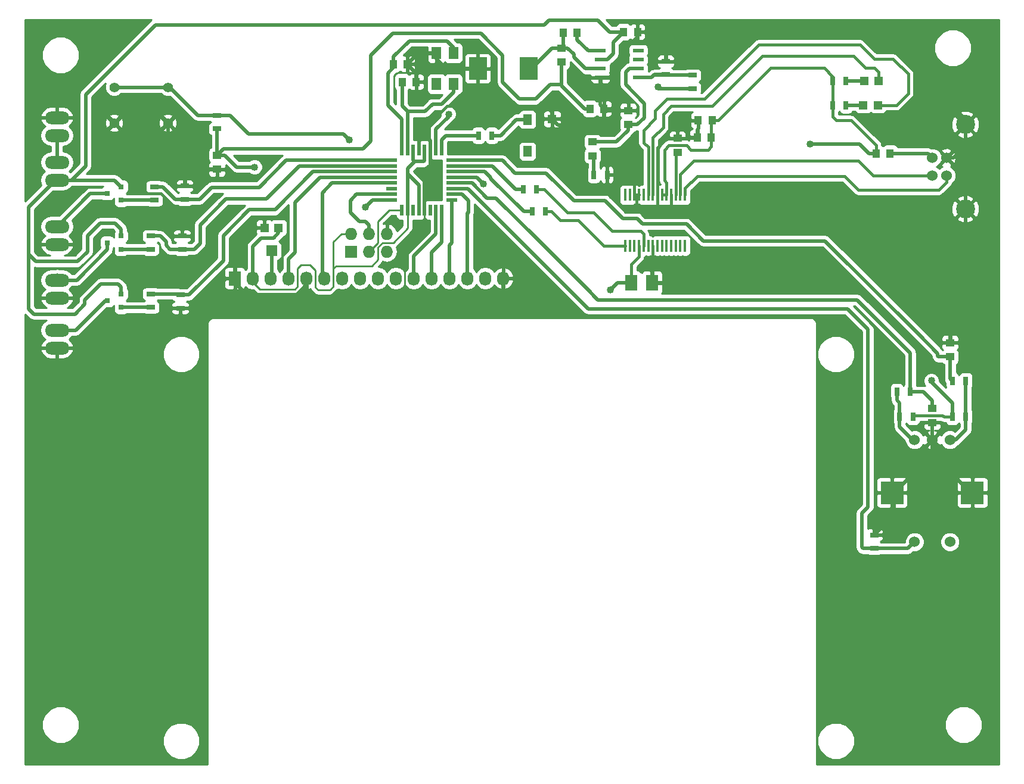
<source format=gtl>
G04 #@! TF.FileFunction,Copper,L1,Top,Signal*
%FSLAX46Y46*%
G04 Gerber Fmt 4.6, Leading zero omitted, Abs format (unit mm)*
G04 Created by KiCad (PCBNEW 4.0.1-stable) date Tuesday, March 29, 2016 'AMt' 01:29:57 AM*
%MOMM*%
G01*
G04 APERTURE LIST*
%ADD10C,0.100000*%
%ADD11R,1.250000X1.000000*%
%ADD12R,1.000000X1.250000*%
%ADD13R,1.198880X1.198880*%
%ADD14R,2.600000X3.200000*%
%ADD15R,0.550000X1.600000*%
%ADD16R,1.600000X0.550000*%
%ADD17O,3.500120X1.800860*%
%ADD18C,1.524000*%
%ADD19C,2.700020*%
%ADD20R,0.800100X0.800100*%
%ADD21R,0.700000X1.300000*%
%ADD22R,1.300000X0.700000*%
%ADD23R,3.200000X3.200000*%
%ADD24R,0.450000X1.750000*%
%ADD25R,1.550000X0.600000*%
%ADD26R,1.399540X1.800860*%
%ADD27R,1.800000X2.230000*%
%ADD28O,1.727200X2.032000*%
%ADD29R,1.727200X2.032000*%
%ADD30R,1.727200X1.727200*%
%ADD31O,1.727200X1.727200*%
%ADD32R,1.200000X1.200000*%
%ADD33R,1.600000X1.500000*%
%ADD34C,1.397000*%
%ADD35R,1.300000X1.500000*%
%ADD36R,1.300000X1.300000*%
%ADD37C,1.016000*%
%ADD38C,0.508000*%
%ADD39C,0.381000*%
%ADD40C,0.250000*%
%ADD41C,0.254000*%
G04 APERTURE END LIST*
D10*
D11*
X102235000Y-72120000D03*
X102235000Y-70120000D03*
D12*
X172577000Y-65151000D03*
X170577000Y-65151000D03*
X159972500Y-52578000D03*
X161972500Y-52578000D03*
X172450000Y-67564000D03*
X170450000Y-67564000D03*
D11*
X160655000Y-65770000D03*
X160655000Y-63770000D03*
X155575000Y-68215000D03*
X155575000Y-70215000D03*
D12*
X153400000Y-52705000D03*
X151400000Y-52705000D03*
X155210000Y-63500000D03*
X157210000Y-63500000D03*
X129270000Y-57150000D03*
X127270000Y-57150000D03*
X130540000Y-59690000D03*
X128540000Y-59690000D03*
D11*
X203835000Y-106124500D03*
X203835000Y-108124500D03*
X206375000Y-98790000D03*
X206375000Y-96790000D03*
D13*
X194022980Y-62992000D03*
X196121020Y-62992000D03*
X194149980Y-59563000D03*
X196248020Y-59563000D03*
D14*
X139275000Y-57785000D03*
X146475000Y-57785000D03*
D15*
X134118000Y-69410000D03*
X133318000Y-69410000D03*
X132518000Y-69410000D03*
X131718000Y-69410000D03*
X130918000Y-69410000D03*
X130118000Y-69410000D03*
X129318000Y-69410000D03*
X128518000Y-69410000D03*
D16*
X127068000Y-70860000D03*
X127068000Y-71660000D03*
X127068000Y-72460000D03*
X127068000Y-73260000D03*
X127068000Y-74060000D03*
X127068000Y-74860000D03*
X127068000Y-75660000D03*
X127068000Y-76460000D03*
D15*
X128518000Y-77910000D03*
X129318000Y-77910000D03*
X130118000Y-77910000D03*
X130918000Y-77910000D03*
X131718000Y-77910000D03*
X132518000Y-77910000D03*
X133318000Y-77910000D03*
X134118000Y-77910000D03*
D16*
X135568000Y-76460000D03*
X135568000Y-75660000D03*
X135568000Y-74860000D03*
X135568000Y-74060000D03*
X135568000Y-73260000D03*
X135568000Y-72460000D03*
X135568000Y-71660000D03*
X135568000Y-70860000D03*
D12*
X195850000Y-69850000D03*
X197850000Y-69850000D03*
D11*
X151130000Y-54880000D03*
X151130000Y-56880000D03*
D17*
X79502000Y-64770000D03*
X79502000Y-67310000D03*
D18*
X203835000Y-73025000D03*
X203835000Y-70485000D03*
X205833980Y-70485000D03*
X205833980Y-73025000D03*
D19*
X208534000Y-77754480D03*
X208534000Y-65755520D03*
D17*
X79502000Y-94996000D03*
X79502000Y-97536000D03*
X79502000Y-80264000D03*
X79502000Y-82804000D03*
X79502000Y-87884000D03*
X79502000Y-90424000D03*
D20*
X88630760Y-91755000D03*
X88630760Y-89855000D03*
X86631780Y-90805000D03*
X88630760Y-76515000D03*
X88630760Y-74615000D03*
X86631780Y-75565000D03*
X88630760Y-83500000D03*
X88630760Y-81600000D03*
X86631780Y-82550000D03*
D21*
X191577000Y-62992000D03*
X189677000Y-62992000D03*
X191577000Y-59563000D03*
X189677000Y-59563000D03*
X155768000Y-72898000D03*
X157668000Y-72898000D03*
D22*
X165989000Y-58671500D03*
X165989000Y-56771500D03*
X169799000Y-60640000D03*
X169799000Y-58740000D03*
D21*
X139385000Y-67310000D03*
X141285000Y-67310000D03*
X148905000Y-78105000D03*
X147005000Y-78105000D03*
X147635000Y-74930000D03*
X145735000Y-74930000D03*
D22*
X102235000Y-66355000D03*
X102235000Y-64455000D03*
D21*
X198821000Y-103759000D03*
X200721000Y-103759000D03*
X201102000Y-107315000D03*
X199202000Y-107315000D03*
X206695000Y-107315000D03*
X208595000Y-107315000D03*
D22*
X97663000Y-74488000D03*
X97663000Y-76388000D03*
X97028000Y-91882000D03*
X97028000Y-89982000D03*
X97282000Y-81600000D03*
X97282000Y-83500000D03*
D21*
X206695000Y-102235000D03*
X208595000Y-102235000D03*
D22*
X92837000Y-89855000D03*
X92837000Y-91755000D03*
X93345000Y-76515000D03*
X93345000Y-74615000D03*
X92837000Y-83500000D03*
X92837000Y-81600000D03*
D18*
X206335000Y-110610000D03*
X203835000Y-110610000D03*
X201335000Y-110610000D03*
X201335000Y-125110000D03*
X206335000Y-125110000D03*
D23*
X209535000Y-118110000D03*
X198135000Y-118110000D03*
D17*
X79502000Y-71120000D03*
X79502000Y-73660000D03*
D24*
X160240000Y-82975000D03*
X160890000Y-82975000D03*
X161540000Y-82975000D03*
X162190000Y-82975000D03*
X162840000Y-82975000D03*
X163490000Y-82975000D03*
X164140000Y-82975000D03*
X164790000Y-82975000D03*
X165440000Y-82975000D03*
X166090000Y-82975000D03*
X166740000Y-82975000D03*
X167390000Y-82975000D03*
X168040000Y-82975000D03*
X168690000Y-82975000D03*
X168690000Y-75775000D03*
X168040000Y-75775000D03*
X167390000Y-75775000D03*
X166740000Y-75775000D03*
X166090000Y-75775000D03*
X165440000Y-75775000D03*
X164790000Y-75775000D03*
X164140000Y-75775000D03*
X163490000Y-75775000D03*
X162840000Y-75775000D03*
X162190000Y-75775000D03*
X161540000Y-75775000D03*
X160890000Y-75775000D03*
X160240000Y-75775000D03*
D25*
X156685000Y-55245000D03*
X156685000Y-56515000D03*
X156685000Y-57785000D03*
X156685000Y-59055000D03*
X162085000Y-59055000D03*
X162085000Y-57785000D03*
X162085000Y-56515000D03*
X162085000Y-55245000D03*
D26*
X135818880Y-59984640D03*
X135818880Y-55585360D03*
X133421120Y-55585360D03*
X133421120Y-59984640D03*
D27*
X164020000Y-88265000D03*
X161100000Y-88265000D03*
D11*
X167640000Y-69707000D03*
X167640000Y-67707000D03*
D28*
X142875000Y-87630000D03*
X140335000Y-87630000D03*
X137795000Y-87630000D03*
X135255000Y-87630000D03*
X132715000Y-87630000D03*
X130175000Y-87630000D03*
X127635000Y-87630000D03*
X125095000Y-87630000D03*
X122555000Y-87630000D03*
X120015000Y-87630000D03*
X117475000Y-87630000D03*
X114935000Y-87630000D03*
X112395000Y-87630000D03*
X109855000Y-87630000D03*
X107315000Y-87630000D03*
D29*
X104775000Y-87630000D03*
D30*
X121285000Y-83820000D03*
D31*
X121285000Y-81280000D03*
X123825000Y-83820000D03*
X123825000Y-81280000D03*
X126365000Y-83820000D03*
X126365000Y-81280000D03*
D32*
X110982000Y-80442000D03*
X108982000Y-80442000D03*
D33*
X109982000Y-83692000D03*
D22*
X195580000Y-126045000D03*
X195580000Y-124145000D03*
D34*
X95250000Y-60452000D03*
X95250000Y-65532000D03*
X87630000Y-60452000D03*
X87630000Y-65532000D03*
D35*
X146355000Y-65060000D03*
X146355000Y-69560000D03*
D36*
X149855000Y-64960000D03*
D37*
X168148000Y-87058500D03*
X168084500Y-64770000D03*
X203708000Y-102171500D03*
X107569000Y-71818500D03*
X186499500Y-68516500D03*
X164846000Y-60388500D03*
X158115000Y-89281000D03*
X135128000Y-64262000D03*
X123317000Y-77470000D03*
X140081000Y-74168000D03*
X121031000Y-67945000D03*
D38*
X157210000Y-63500000D02*
X157210000Y-64786000D01*
X150681000Y-65786000D02*
X149855000Y-64960000D01*
X156210000Y-65786000D02*
X150681000Y-65786000D01*
X157210000Y-64786000D02*
X156210000Y-65786000D01*
X148844000Y-63246000D02*
X146304000Y-63246000D01*
X146304000Y-63246000D02*
X146304000Y-63182500D01*
X149855000Y-64960000D02*
X149855000Y-64003000D01*
X149098000Y-63246000D02*
X148844000Y-63246000D01*
X149855000Y-64003000D02*
X149098000Y-63246000D01*
X96266000Y-72136000D02*
X96266000Y-70866000D01*
X95250000Y-69850000D02*
X95250000Y-65532000D01*
X96266000Y-70866000D02*
X95250000Y-69850000D01*
X166941500Y-88265000D02*
X164020000Y-88265000D01*
X168148000Y-87058500D02*
X166941500Y-88265000D01*
D39*
X139275000Y-60598500D02*
X137902500Y-60598500D01*
X131127500Y-66865500D02*
X131127500Y-67691000D01*
X134874000Y-63119000D02*
X131127500Y-66865500D01*
X135382000Y-63119000D02*
X134874000Y-63119000D01*
X137902500Y-60598500D02*
X135382000Y-63119000D01*
X97282000Y-81600000D02*
X97282000Y-78613000D01*
X96266000Y-72136000D02*
X97663000Y-73533000D01*
X92329000Y-72136000D02*
X96266000Y-72136000D01*
X90805000Y-73660000D02*
X92329000Y-72136000D01*
X90805000Y-74485500D02*
X90805000Y-73660000D01*
X91884500Y-75565000D02*
X90805000Y-74485500D01*
X94234000Y-75565000D02*
X91884500Y-75565000D01*
X97282000Y-78613000D02*
X94234000Y-75565000D01*
D38*
X139275000Y-57785000D02*
X139275000Y-60598500D01*
X141859000Y-63182500D02*
X146304000Y-63182500D01*
X139275000Y-60598500D02*
X141859000Y-63182500D01*
X165989000Y-56771500D02*
X165989000Y-54800500D01*
X163766500Y-52578000D02*
X161972500Y-52578000D01*
X165989000Y-54800500D02*
X163766500Y-52578000D01*
X161972500Y-52578000D02*
X173863000Y-52578000D01*
X198501000Y-54991000D02*
X197231000Y-54991000D01*
X197231000Y-54991000D02*
X195072000Y-52832000D01*
X198501000Y-54991000D02*
X208534000Y-65024000D01*
X174117000Y-52832000D02*
X195072000Y-52832000D01*
X173863000Y-52578000D02*
X174117000Y-52832000D01*
X161972500Y-52578000D02*
X161972500Y-53292500D01*
X158051500Y-59055000D02*
X156685000Y-59055000D01*
X158305500Y-58801000D02*
X158051500Y-59055000D01*
X158369000Y-58801000D02*
X158305500Y-58801000D01*
X159639000Y-57531000D02*
X158369000Y-58801000D01*
X159639000Y-54991000D02*
X159639000Y-57531000D01*
X160591500Y-54038500D02*
X159639000Y-54991000D01*
X161226500Y-54038500D02*
X160591500Y-54038500D01*
X161972500Y-53292500D02*
X161226500Y-54038500D01*
X167640000Y-67707000D02*
X167640000Y-65214500D01*
X167640000Y-65214500D02*
X168084500Y-64770000D01*
D39*
X170577000Y-65151000D02*
X170577000Y-67437000D01*
X170577000Y-67437000D02*
X170450000Y-67564000D01*
X167640000Y-67707000D02*
X170307000Y-67707000D01*
X170307000Y-67707000D02*
X170450000Y-67564000D01*
X164790000Y-75775000D02*
X164790000Y-69080500D01*
X166163500Y-67707000D02*
X167640000Y-67707000D01*
X164790000Y-69080500D02*
X166163500Y-67707000D01*
D38*
X206375000Y-96790000D02*
X206375000Y-94361000D01*
X208534000Y-92202000D02*
X208534000Y-77754480D01*
X206375000Y-94361000D02*
X208534000Y-92202000D01*
X203835000Y-110610000D02*
X203835000Y-111252000D01*
X203835000Y-111252000D02*
X205232000Y-112649000D01*
X207915000Y-96790000D02*
X206375000Y-96790000D01*
X210820000Y-99695000D02*
X207915000Y-96790000D01*
X210820000Y-109601000D02*
X210820000Y-99695000D01*
X207772000Y-112649000D02*
X210820000Y-109601000D01*
X205232000Y-112649000D02*
X207772000Y-112649000D01*
X203835000Y-110610000D02*
X203835000Y-108061000D01*
X203835000Y-110610000D02*
X203835000Y-112903000D01*
X203835000Y-112903000D02*
X202184000Y-114554000D01*
X209535000Y-118110000D02*
X209296000Y-118110000D01*
X209296000Y-118110000D02*
X205740000Y-114554000D01*
X205740000Y-114554000D02*
X202184000Y-114554000D01*
X202184000Y-114554000D02*
X201930000Y-114554000D01*
X201930000Y-114554000D02*
X198374000Y-118110000D01*
X198374000Y-118110000D02*
X198374000Y-121285000D01*
X198374000Y-121285000D02*
X195580000Y-124079000D01*
X195580000Y-124079000D02*
X195580000Y-124145000D01*
D39*
X161540000Y-75775000D02*
X161540000Y-73783000D01*
X160655000Y-72898000D02*
X157668000Y-72898000D01*
X161540000Y-73783000D02*
X160655000Y-72898000D01*
X166740000Y-75775000D02*
X166740000Y-77735000D01*
X165862000Y-78613000D02*
X164734000Y-78613000D01*
X166740000Y-77735000D02*
X165862000Y-78613000D01*
X162190000Y-75775000D02*
X161540000Y-75775000D01*
X161540000Y-75775000D02*
X161798000Y-76033000D01*
X161798000Y-76033000D02*
X161798000Y-77216000D01*
X161798000Y-77216000D02*
X162814000Y-78232000D01*
X162814000Y-78232000D02*
X164353000Y-78232000D01*
X164353000Y-78232000D02*
X164734000Y-78613000D01*
X164734000Y-78613000D02*
X164790000Y-78669000D01*
X164790000Y-78669000D02*
X164790000Y-75775000D01*
X164140000Y-82975000D02*
X164140000Y-88145000D01*
X164140000Y-88145000D02*
X164020000Y-88265000D01*
D38*
X208534000Y-65755520D02*
X208534000Y-65024000D01*
D40*
X131718000Y-77910000D02*
X131718000Y-81388000D01*
X128905000Y-89408000D02*
X126873000Y-91440000D01*
X128905000Y-88011000D02*
X128905000Y-89408000D01*
X128905000Y-84201000D02*
X128905000Y-88011000D01*
X131718000Y-81388000D02*
X128905000Y-84201000D01*
D38*
X113538000Y-89916000D02*
X113538000Y-90170000D01*
X113538000Y-90170000D02*
X114808000Y-91440000D01*
X114808000Y-91440000D02*
X126873000Y-91440000D01*
X142875000Y-90170000D02*
X142875000Y-87630000D01*
X126873000Y-91440000D02*
X140843000Y-91440000D01*
X140843000Y-91440000D02*
X141351000Y-90932000D01*
X141351000Y-90932000D02*
X142113000Y-90932000D01*
X142113000Y-90932000D02*
X142875000Y-90170000D01*
X132518000Y-69410000D02*
X132518000Y-71952000D01*
X131718000Y-72752000D02*
X131718000Y-77910000D01*
X132518000Y-71952000D02*
X131718000Y-72752000D01*
X130918000Y-69410000D02*
X130918000Y-67837000D01*
X130918000Y-67837000D02*
X131064000Y-67691000D01*
X131064000Y-67691000D02*
X131127500Y-67691000D01*
X132518000Y-68002000D02*
X132518000Y-69410000D01*
X131127500Y-67691000D02*
X132207000Y-67691000D01*
X132207000Y-67691000D02*
X132518000Y-68002000D01*
X97663000Y-74488000D02*
X97663000Y-73533000D01*
X97663000Y-73533000D02*
X97663000Y-73406000D01*
X97663000Y-73406000D02*
X98949000Y-72120000D01*
X104775000Y-87630000D02*
X104775000Y-88265000D01*
X104775000Y-88265000D02*
X106426000Y-89916000D01*
X113538000Y-89916000D02*
X114935000Y-88519000D01*
X106426000Y-89916000D02*
X113538000Y-89916000D01*
X114935000Y-88519000D02*
X114935000Y-87630000D01*
X108982000Y-80442000D02*
X107264000Y-80442000D01*
X107264000Y-80442000D02*
X105537000Y-82169000D01*
X105537000Y-82169000D02*
X105537000Y-85217000D01*
X105537000Y-85217000D02*
X104775000Y-85979000D01*
X104775000Y-85979000D02*
X104775000Y-87630000D01*
X104775000Y-87630000D02*
X103505000Y-87630000D01*
X103505000Y-87630000D02*
X99253000Y-91882000D01*
X99253000Y-91882000D02*
X97028000Y-91882000D01*
X102235000Y-72120000D02*
X98949000Y-72120000D01*
X98949000Y-72120000D02*
X98870000Y-72120000D01*
X160655000Y-63770000D02*
X157480000Y-63770000D01*
X157480000Y-63770000D02*
X156685000Y-62975000D01*
X156685000Y-62975000D02*
X156685000Y-59055000D01*
X133421120Y-55585360D02*
X133421120Y-56459120D01*
X133421120Y-56459120D02*
X134747000Y-57785000D01*
X134747000Y-57785000D02*
X139275000Y-57785000D01*
X130540000Y-59690000D02*
X130540000Y-58420000D01*
X130540000Y-58420000D02*
X129270000Y-57150000D01*
X133421120Y-55585360D02*
X130834640Y-55585360D01*
X130834640Y-55585360D02*
X129270000Y-57150000D01*
X208534000Y-77754480D02*
X208534000Y-68834000D01*
X208534000Y-68834000D02*
X208280000Y-69088000D01*
X205833980Y-70485000D02*
X206883000Y-70485000D01*
X208534000Y-68834000D02*
X208534000Y-65755520D01*
X206883000Y-70485000D02*
X208280000Y-69088000D01*
X208280000Y-69088000D02*
X208534000Y-68834000D01*
X156685000Y-56515000D02*
X157670500Y-56515000D01*
X158496000Y-54038500D02*
X159956500Y-52578000D01*
X158496000Y-55689500D02*
X158496000Y-54038500D01*
X157670500Y-56515000D02*
X158496000Y-55689500D01*
X159956500Y-52578000D02*
X159972500Y-52578000D01*
X159972500Y-52578000D02*
X157988000Y-52578000D01*
X83566000Y-71628000D02*
X81534000Y-73660000D01*
X83566000Y-71628000D02*
X83566000Y-61468000D01*
X83566000Y-61468000D02*
X93472000Y-51562000D01*
X93472000Y-51562000D02*
X148717000Y-51562000D01*
X148717000Y-51562000D02*
X149352000Y-50927000D01*
X156337000Y-50927000D02*
X149352000Y-50927000D01*
X157988000Y-52578000D02*
X156337000Y-50927000D01*
X88630760Y-81600000D02*
X88630760Y-80629760D01*
X76454000Y-85217000D02*
X75438000Y-84201000D01*
X82423000Y-85217000D02*
X76454000Y-85217000D01*
X83820000Y-83820000D02*
X82423000Y-85217000D01*
X83820000Y-81534000D02*
X83820000Y-83820000D01*
X85598000Y-79756000D02*
X83820000Y-81534000D01*
X87757000Y-79756000D02*
X85598000Y-79756000D01*
X88630760Y-80629760D02*
X87757000Y-79756000D01*
X88630760Y-89855000D02*
X88630760Y-88884760D01*
X75438000Y-77470000D02*
X79248000Y-73660000D01*
X75438000Y-91948000D02*
X75438000Y-84201000D01*
X75438000Y-84201000D02*
X75438000Y-77470000D01*
X76200000Y-92710000D02*
X75438000Y-91948000D01*
X82042000Y-92710000D02*
X76200000Y-92710000D01*
X83439000Y-91313000D02*
X82042000Y-92710000D01*
X83439000Y-90678000D02*
X83439000Y-91313000D01*
X85725000Y-88392000D02*
X83439000Y-90678000D01*
X88138000Y-88392000D02*
X85725000Y-88392000D01*
X88630760Y-88884760D02*
X88138000Y-88392000D01*
X79248000Y-73660000D02*
X79502000Y-73660000D01*
X81534000Y-73660000D02*
X87675760Y-73660000D01*
X87675760Y-73660000D02*
X88630760Y-74615000D01*
X79502000Y-73660000D02*
X81534000Y-73660000D01*
X206695000Y-107315000D02*
X206695000Y-105349000D01*
X203708000Y-102362000D02*
X203708000Y-102171500D01*
X206695000Y-105349000D02*
X203708000Y-102362000D01*
X103330500Y-70120000D02*
X102235000Y-70120000D01*
X105029000Y-71818500D02*
X103330500Y-70120000D01*
X107569000Y-71818500D02*
X105029000Y-71818500D01*
X195850000Y-69850000D02*
X194818000Y-69850000D01*
X193484500Y-68516500D02*
X186499500Y-68516500D01*
X194818000Y-69850000D02*
X193484500Y-68516500D01*
X169799000Y-60640000D02*
X165097500Y-60640000D01*
X165097500Y-60640000D02*
X164846000Y-60388500D01*
X161100000Y-88265000D02*
X159131000Y-88265000D01*
X159131000Y-88265000D02*
X158115000Y-89281000D01*
X151130000Y-60071000D02*
X149542500Y-60071000D01*
X149542500Y-60071000D02*
X147510500Y-62103000D01*
X147510500Y-62103000D02*
X145161000Y-62103000D01*
X145161000Y-62103000D02*
X142811500Y-59753500D01*
X142811500Y-59753500D02*
X142811500Y-55880000D01*
X142811500Y-55880000D02*
X139700000Y-52768500D01*
X139700000Y-52768500D02*
X127190500Y-52768500D01*
X127190500Y-52768500D02*
X124079000Y-55880000D01*
X124079000Y-55880000D02*
X124079000Y-68135500D01*
X124079000Y-68135500D02*
X122999500Y-69215000D01*
X122999500Y-69215000D02*
X103140000Y-69215000D01*
X103140000Y-69215000D02*
X102235000Y-70120000D01*
D39*
X172450000Y-67564000D02*
X172450000Y-68913500D01*
X166090000Y-74015000D02*
X166090000Y-75775000D01*
X165798500Y-73723500D02*
X166090000Y-74015000D01*
X165798500Y-69342000D02*
X165798500Y-73723500D01*
X166433500Y-68707000D02*
X165798500Y-69342000D01*
X168910000Y-68707000D02*
X166433500Y-68707000D01*
X169545000Y-69342000D02*
X168910000Y-68707000D01*
X172021500Y-69342000D02*
X169545000Y-69342000D01*
X172450000Y-68913500D02*
X172021500Y-69342000D01*
D38*
X151130000Y-56880000D02*
X151130000Y-60071000D01*
X151130000Y-60071000D02*
X151130000Y-60198000D01*
X154432000Y-63500000D02*
X155210000Y-63500000D01*
X151130000Y-60198000D02*
X154432000Y-63500000D01*
D39*
X172577000Y-65151000D02*
X173418500Y-65151000D01*
X188468000Y-57721500D02*
X189677000Y-58930500D01*
X180848000Y-57721500D02*
X188468000Y-57721500D01*
X173418500Y-65151000D02*
X180848000Y-57721500D01*
X189677000Y-58930500D02*
X189677000Y-59563000D01*
X172450000Y-67564000D02*
X172450000Y-65278000D01*
X172450000Y-65278000D02*
X172577000Y-65151000D01*
X189677000Y-62992000D02*
X189677000Y-59563000D01*
X195850000Y-69850000D02*
X195850000Y-68723000D01*
X189677000Y-64645500D02*
X189677000Y-59563000D01*
X190182500Y-65151000D02*
X189677000Y-64645500D01*
X192278000Y-65151000D02*
X190182500Y-65151000D01*
X195850000Y-68723000D02*
X192278000Y-65151000D01*
X206695000Y-107315000D02*
X205486000Y-107315000D01*
X205295500Y-107124500D02*
X201292500Y-107124500D01*
X205486000Y-107315000D02*
X205295500Y-107124500D01*
X201292500Y-107124500D02*
X201102000Y-107315000D01*
X166090000Y-75775000D02*
X165440000Y-75775000D01*
X162190000Y-82975000D02*
X162190000Y-84571000D01*
X161100000Y-85661000D02*
X161100000Y-88265000D01*
X162190000Y-84571000D02*
X161100000Y-85661000D01*
D38*
X130918000Y-77910000D02*
X130918000Y-74403000D01*
X130918000Y-74403000D02*
X129318000Y-72803000D01*
X129318000Y-77910000D02*
X129318000Y-72803000D01*
X129318000Y-72803000D02*
X129318000Y-71977000D01*
X129318000Y-71977000D02*
X130302000Y-70993000D01*
X130118000Y-69410000D02*
X130118000Y-70809000D01*
X130118000Y-70809000D02*
X130302000Y-70993000D01*
X131718000Y-70847000D02*
X131718000Y-69410000D01*
X130302000Y-70993000D02*
X131572000Y-70993000D01*
X131572000Y-70993000D02*
X131718000Y-70847000D01*
D40*
X129318000Y-77910000D02*
X129318000Y-80486000D01*
X119126000Y-85852000D02*
X118745000Y-86233000D01*
X124206000Y-85852000D02*
X119126000Y-85852000D01*
X125095000Y-84963000D02*
X124206000Y-85852000D01*
X125095000Y-83947000D02*
X125095000Y-84963000D01*
X125096398Y-83945602D02*
X125095000Y-83947000D01*
X125096398Y-83185000D02*
X125096398Y-83945602D01*
X125731398Y-82550000D02*
X125096398Y-83185000D01*
X127254000Y-82550000D02*
X125731398Y-82550000D01*
X129318000Y-80486000D02*
X127254000Y-82550000D01*
X121285000Y-81280000D02*
X119888000Y-81280000D01*
X108331000Y-89154000D02*
X107315000Y-88138000D01*
X113284000Y-89154000D02*
X108331000Y-89154000D01*
X113665000Y-88773000D02*
X113284000Y-89154000D01*
X113665000Y-86233000D02*
X113665000Y-88773000D01*
X114173000Y-85725000D02*
X113665000Y-86233000D01*
X115443000Y-85725000D02*
X114173000Y-85725000D01*
X116205000Y-86487000D02*
X115443000Y-85725000D01*
X116205000Y-88900000D02*
X116205000Y-86487000D01*
X116586000Y-89281000D02*
X116205000Y-88900000D01*
X116967000Y-89281000D02*
X116586000Y-89281000D01*
X118237000Y-89281000D02*
X116967000Y-89281000D01*
X118364000Y-89154000D02*
X118237000Y-89281000D01*
X118745000Y-88773000D02*
X118364000Y-89154000D01*
X118745000Y-82423000D02*
X118745000Y-86233000D01*
X118745000Y-86233000D02*
X118745000Y-88773000D01*
X119888000Y-81280000D02*
X118745000Y-82423000D01*
X107315000Y-88138000D02*
X107315000Y-87630000D01*
D38*
X102235000Y-66355000D02*
X102235000Y-70120000D01*
X110982000Y-80442000D02*
X110982000Y-81169000D01*
X107315000Y-83058000D02*
X107315000Y-87630000D01*
X108458000Y-81915000D02*
X107315000Y-83058000D01*
X110236000Y-81915000D02*
X108458000Y-81915000D01*
X110982000Y-81169000D02*
X110236000Y-81915000D01*
X162085000Y-57785000D02*
X160782000Y-57785000D01*
X161941000Y-65770000D02*
X160655000Y-65770000D01*
X162941000Y-64770000D02*
X161941000Y-65770000D01*
X162941000Y-62738000D02*
X162941000Y-64770000D01*
X160274000Y-60071000D02*
X162941000Y-62738000D01*
X160274000Y-58293000D02*
X160274000Y-60071000D01*
X160782000Y-57785000D02*
X160274000Y-58293000D01*
X155575000Y-68215000D02*
X158988000Y-68215000D01*
X160655000Y-66548000D02*
X160655000Y-65770000D01*
X158988000Y-68215000D02*
X160655000Y-66548000D01*
X133318000Y-69410000D02*
X133318000Y-66453000D01*
X135128000Y-64643000D02*
X135128000Y-64262000D01*
X133318000Y-66453000D02*
X135128000Y-64643000D01*
X155768000Y-72898000D02*
X155768000Y-70408000D01*
X155768000Y-70408000D02*
X155575000Y-70215000D01*
X155845000Y-70485000D02*
X155575000Y-70215000D01*
X156685000Y-55245000D02*
X154940000Y-55245000D01*
X153400000Y-53705000D02*
X153400000Y-52705000D01*
X154940000Y-55245000D02*
X153400000Y-53705000D01*
X156685000Y-57785000D02*
X154559000Y-57785000D01*
X152035000Y-54880000D02*
X151130000Y-54880000D01*
X152908000Y-55753000D02*
X152035000Y-54880000D01*
X152908000Y-56134000D02*
X152908000Y-55753000D01*
X154559000Y-57785000D02*
X152908000Y-56134000D01*
X151400000Y-52705000D02*
X151400000Y-54610000D01*
X151400000Y-54610000D02*
X151130000Y-54880000D01*
X151130000Y-54880000D02*
X149844000Y-54880000D01*
X149844000Y-54880000D02*
X146939000Y-57785000D01*
X146939000Y-57785000D02*
X146475000Y-57785000D01*
X203835000Y-106061000D02*
X203835000Y-105029000D01*
X202565000Y-103759000D02*
X200721000Y-103759000D01*
X203835000Y-105029000D02*
X202565000Y-103759000D01*
X200721000Y-103759000D02*
X200721000Y-98232000D01*
X200721000Y-98232000D02*
X200025000Y-97536000D01*
X155130500Y-89471500D02*
X155829000Y-90170000D01*
X138449000Y-74060000D02*
X140589000Y-76200000D01*
X140589000Y-76200000D02*
X141859000Y-76200000D01*
X141859000Y-76200000D02*
X147828000Y-82169000D01*
X147828000Y-82169000D02*
X155130500Y-89471500D01*
X194691000Y-92202000D02*
X200025000Y-97536000D01*
X135568000Y-74060000D02*
X138449000Y-74060000D01*
X155829000Y-90170000D02*
X156337000Y-90678000D01*
X156337000Y-90678000D02*
X193167000Y-90678000D01*
X193167000Y-90678000D02*
X194691000Y-92202000D01*
X206375000Y-98790000D02*
X206375000Y-101915000D01*
X206375000Y-101915000D02*
X206695000Y-102235000D01*
X135568000Y-70860000D02*
X142754000Y-70860000D01*
X204708000Y-98790000D02*
X206375000Y-98790000D01*
X204597000Y-98679000D02*
X204708000Y-98790000D01*
X204597000Y-98298000D02*
X204597000Y-98679000D01*
X201930000Y-95631000D02*
X204597000Y-98298000D01*
X188595000Y-82296000D02*
X201930000Y-95631000D01*
X171323000Y-82296000D02*
X188595000Y-82296000D01*
X168910000Y-79883000D02*
X171323000Y-82296000D01*
X162687000Y-79883000D02*
X168910000Y-79883000D01*
X161925000Y-79121000D02*
X162687000Y-79883000D01*
X159893000Y-79121000D02*
X161925000Y-79121000D01*
X157353000Y-76581000D02*
X159893000Y-79121000D01*
X152908000Y-76581000D02*
X157353000Y-76581000D01*
X148971000Y-72644000D02*
X152908000Y-76581000D01*
X144538000Y-72644000D02*
X148971000Y-72644000D01*
X142754000Y-70860000D02*
X144538000Y-72644000D01*
D39*
X196121020Y-62992000D02*
X198755000Y-62992000D01*
X163490000Y-69002000D02*
X162814000Y-68326000D01*
X162814000Y-68326000D02*
X162814000Y-66548000D01*
X162814000Y-66548000D02*
X164465000Y-64897000D01*
X164465000Y-64897000D02*
X164465000Y-63754000D01*
X164465000Y-63754000D02*
X166116000Y-62103000D01*
X166116000Y-62103000D02*
X171450000Y-62103000D01*
X171450000Y-62103000D02*
X179197000Y-54356000D01*
X179197000Y-54356000D02*
X191643000Y-54356000D01*
X163490000Y-69002000D02*
X163490000Y-75775000D01*
X193548000Y-54356000D02*
X191643000Y-54356000D01*
X195580000Y-56388000D02*
X193548000Y-54356000D01*
X198247000Y-56388000D02*
X195580000Y-56388000D01*
X200406000Y-58547000D02*
X198247000Y-56388000D01*
X200406000Y-61341000D02*
X200406000Y-58547000D01*
X198755000Y-62992000D02*
X200406000Y-61341000D01*
X196248020Y-58326020D02*
X196248020Y-59563000D01*
X195580000Y-57658000D02*
X196248020Y-58326020D01*
X194310000Y-57658000D02*
X195580000Y-57658000D01*
X192659000Y-56007000D02*
X194310000Y-57658000D01*
X188468000Y-56007000D02*
X192659000Y-56007000D01*
X164140000Y-67635000D02*
X165608000Y-66167000D01*
X165608000Y-66167000D02*
X165608000Y-64262000D01*
X165608000Y-64262000D02*
X166751000Y-63119000D01*
X166751000Y-63119000D02*
X172593000Y-63119000D01*
X172593000Y-63119000D02*
X179705000Y-56007000D01*
X179705000Y-56007000D02*
X188468000Y-56007000D01*
X164140000Y-75775000D02*
X164140000Y-67635000D01*
D38*
X134118000Y-69410000D02*
X134118000Y-67939000D01*
X134747000Y-67310000D02*
X139385000Y-67310000D01*
X134118000Y-67939000D02*
X134747000Y-67310000D01*
X127068000Y-70860000D02*
X112020000Y-70860000D01*
X99761000Y-76388000D02*
X97663000Y-76388000D01*
X101473000Y-74676000D02*
X99761000Y-76388000D01*
X108204000Y-74676000D02*
X101473000Y-74676000D01*
X112020000Y-70860000D02*
X108204000Y-74676000D01*
X93345000Y-74615000D02*
X94554000Y-74615000D01*
X96327000Y-76388000D02*
X97663000Y-76388000D01*
X94554000Y-74615000D02*
X96327000Y-76388000D01*
X127068000Y-71660000D02*
X113887000Y-71660000D01*
X98999000Y-83500000D02*
X97282000Y-83500000D01*
X99822000Y-82677000D02*
X98999000Y-83500000D01*
X99822000Y-80010000D02*
X99822000Y-82677000D01*
X103505000Y-76327000D02*
X99822000Y-80010000D01*
X109220000Y-76327000D02*
X103505000Y-76327000D01*
X113887000Y-71660000D02*
X109220000Y-76327000D01*
X92837000Y-81600000D02*
X94173000Y-81600000D01*
X95565000Y-83500000D02*
X97282000Y-83500000D01*
X94996000Y-82931000D02*
X95565000Y-83500000D01*
X94996000Y-82423000D02*
X94996000Y-82931000D01*
X94173000Y-81600000D02*
X94996000Y-82423000D01*
X127068000Y-74060000D02*
X118599000Y-74060000D01*
X117221000Y-75438000D02*
X117221000Y-87376000D01*
X118599000Y-74060000D02*
X117221000Y-75438000D01*
X117221000Y-87376000D02*
X117475000Y-87630000D01*
X127068000Y-75660000D02*
X122079000Y-75660000D01*
X123825000Y-80010000D02*
X123825000Y-81280000D01*
X123317000Y-79502000D02*
X123825000Y-80010000D01*
X122428000Y-79502000D02*
X123317000Y-79502000D01*
X121158000Y-78232000D02*
X122428000Y-79502000D01*
X121158000Y-76581000D02*
X121158000Y-78232000D01*
X122079000Y-75660000D02*
X121158000Y-76581000D01*
X127068000Y-76460000D02*
X124327000Y-76460000D01*
X124327000Y-76460000D02*
X123317000Y-77470000D01*
D40*
X128518000Y-77910000D02*
X126687000Y-77910000D01*
X125095000Y-82550000D02*
X123825000Y-83820000D01*
X125095000Y-79502000D02*
X125095000Y-82550000D01*
X126687000Y-77910000D02*
X125095000Y-79502000D01*
D38*
X130175000Y-87630000D02*
X130175000Y-84455000D01*
X133318000Y-81312000D02*
X133318000Y-77910000D01*
X130175000Y-84455000D02*
X133318000Y-81312000D01*
X132715000Y-87630000D02*
X132715000Y-83947000D01*
X134118000Y-82544000D02*
X134118000Y-77910000D01*
X132715000Y-83947000D02*
X134118000Y-82544000D01*
X135568000Y-76460000D02*
X135568000Y-82618000D01*
X135255000Y-82931000D02*
X135255000Y-87630000D01*
X135568000Y-82618000D02*
X135255000Y-82931000D01*
X137795000Y-87630000D02*
X137795000Y-78359000D01*
X137001000Y-75660000D02*
X135568000Y-75660000D01*
X137922000Y-76581000D02*
X137001000Y-75660000D01*
X137922000Y-78232000D02*
X137922000Y-76581000D01*
X137795000Y-78359000D02*
X137922000Y-78232000D01*
X201335000Y-125110000D02*
X201280000Y-125110000D01*
X201280000Y-125110000D02*
X200345000Y-126045000D01*
X200345000Y-126045000D02*
X195580000Y-126045000D01*
X135568000Y-74860000D02*
X137852000Y-74860000D01*
X193990000Y-126045000D02*
X195580000Y-126045000D01*
X193802000Y-125857000D02*
X193990000Y-126045000D01*
X193802000Y-121031000D02*
X193802000Y-125857000D01*
X194691000Y-120142000D02*
X193802000Y-121031000D01*
X194691000Y-94869000D02*
X194691000Y-120142000D01*
X191770000Y-91948000D02*
X194691000Y-94869000D01*
X154940000Y-91948000D02*
X191770000Y-91948000D01*
X137852000Y-74860000D02*
X154940000Y-91948000D01*
X147005000Y-78105000D02*
X145796000Y-78105000D01*
X140278000Y-72460000D02*
X135568000Y-72460000D01*
X141097000Y-73279000D02*
X140278000Y-72460000D01*
X141097000Y-73406000D02*
X141097000Y-73279000D01*
X145796000Y-78105000D02*
X141097000Y-73406000D01*
X135568000Y-71660000D02*
X141383000Y-71660000D01*
X144653000Y-74930000D02*
X145735000Y-74930000D01*
X141383000Y-71660000D02*
X144653000Y-74930000D01*
X79502000Y-67310000D02*
X79502000Y-71120000D01*
D39*
X168040000Y-75775000D02*
X168040000Y-72879000D01*
X195453000Y-73025000D02*
X203835000Y-73025000D01*
X193357500Y-70929500D02*
X195453000Y-73025000D01*
X169989500Y-70929500D02*
X193357500Y-70929500D01*
X168040000Y-72879000D02*
X169989500Y-70929500D01*
D38*
X109982000Y-83692000D02*
X109982000Y-87503000D01*
X109982000Y-87503000D02*
X109855000Y-87630000D01*
X79502000Y-94996000D02*
X82169000Y-94996000D01*
X82169000Y-94996000D02*
X86360000Y-90805000D01*
X86360000Y-90805000D02*
X86631780Y-90805000D01*
X86631780Y-75565000D02*
X84201000Y-75565000D01*
X84201000Y-75565000D02*
X79502000Y-80264000D01*
X86631780Y-82550000D02*
X86631780Y-83548220D01*
X82296000Y-87884000D02*
X79502000Y-87884000D01*
X86631780Y-83548220D02*
X82296000Y-87884000D01*
X79502000Y-87884000D02*
X79502000Y-87122000D01*
X92837000Y-91755000D02*
X88630760Y-91755000D01*
X88630760Y-76515000D02*
X93345000Y-76515000D01*
X88630760Y-83500000D02*
X92837000Y-83500000D01*
X165989000Y-58671500D02*
X164340500Y-58671500D01*
X164340500Y-58671500D02*
X163957000Y-59055000D01*
X163957000Y-59055000D02*
X162085000Y-59055000D01*
X169799000Y-58740000D02*
X165735000Y-58740000D01*
X162085000Y-59055000D02*
X163957000Y-59055000D01*
X164272000Y-58740000D02*
X165735000Y-58740000D01*
X163957000Y-59055000D02*
X164272000Y-58740000D01*
X141285000Y-67310000D02*
X142494000Y-67310000D01*
X144744000Y-65060000D02*
X146355000Y-65060000D01*
X142494000Y-67310000D02*
X144744000Y-65060000D01*
D39*
X160240000Y-82975000D02*
X157143000Y-82975000D01*
X149733000Y-78105000D02*
X148905000Y-78105000D01*
X151003000Y-79375000D02*
X149733000Y-78105000D01*
X153543000Y-79375000D02*
X151003000Y-79375000D01*
X157143000Y-82975000D02*
X153543000Y-79375000D01*
X147635000Y-74930000D02*
X148717000Y-74930000D01*
X162840000Y-81306000D02*
X162840000Y-82975000D01*
X162433000Y-80899000D02*
X162840000Y-81306000D01*
X158369000Y-80899000D02*
X162433000Y-80899000D01*
X155702000Y-78232000D02*
X158369000Y-80899000D01*
X152019000Y-78232000D02*
X155702000Y-78232000D01*
X148717000Y-74930000D02*
X152019000Y-78232000D01*
D38*
X198821000Y-103759000D02*
X198821000Y-104968000D01*
X199202000Y-105349000D02*
X199202000Y-107315000D01*
X198821000Y-104968000D02*
X199202000Y-105349000D01*
X199202000Y-107315000D02*
X199202000Y-108778000D01*
X199202000Y-108778000D02*
X201034000Y-110610000D01*
X201034000Y-110610000D02*
X201335000Y-110610000D01*
X208595000Y-107315000D02*
X208595000Y-102235000D01*
X206335000Y-110610000D02*
X207144000Y-110610000D01*
X208595000Y-109159000D02*
X208595000Y-102235000D01*
X207144000Y-110610000D02*
X208595000Y-109159000D01*
X127270000Y-57150000D02*
X127270000Y-56118000D01*
X134874000Y-53848000D02*
X135818880Y-54792880D01*
X129540000Y-53848000D02*
X134874000Y-53848000D01*
X127270000Y-56118000D02*
X129540000Y-53848000D01*
X135818880Y-54792880D02*
X135818880Y-55585360D01*
X127270000Y-57150000D02*
X127270000Y-57642000D01*
X127270000Y-57642000D02*
X126492000Y-58420000D01*
X126492000Y-58420000D02*
X126492000Y-62992000D01*
X126492000Y-62992000D02*
X128518000Y-65018000D01*
X128518000Y-65018000D02*
X128518000Y-69410000D01*
X129318000Y-63913000D02*
X131794000Y-63913000D01*
X135818880Y-61158120D02*
X134112000Y-62865000D01*
X134112000Y-62865000D02*
X132842000Y-62865000D01*
X135818880Y-61158120D02*
X135818880Y-59984640D01*
X131794000Y-63913000D02*
X132842000Y-62865000D01*
X128540000Y-59690000D02*
X128540000Y-63135000D01*
X129318000Y-63913000D02*
X129318000Y-69410000D01*
X128540000Y-63135000D02*
X129318000Y-63913000D01*
D39*
X167390000Y-75775000D02*
X167390000Y-69957000D01*
X167390000Y-69957000D02*
X167640000Y-69707000D01*
D38*
X191577000Y-62992000D02*
X194022980Y-62992000D01*
X194149980Y-59563000D02*
X191577000Y-59563000D01*
X102235000Y-64455000D02*
X99507000Y-64455000D01*
X99507000Y-64455000D02*
X95504000Y-60452000D01*
X95504000Y-60452000D02*
X87630000Y-60452000D01*
X135568000Y-73260000D02*
X139173000Y-73260000D01*
X139173000Y-73260000D02*
X140081000Y-74168000D01*
X102235000Y-64455000D02*
X104079000Y-64455000D01*
X120142000Y-67056000D02*
X121031000Y-67945000D01*
X106680000Y-67056000D02*
X120142000Y-67056000D01*
X104079000Y-64455000D02*
X106680000Y-67056000D01*
X197850000Y-69850000D02*
X203200000Y-69850000D01*
X203200000Y-69850000D02*
X203835000Y-70485000D01*
D39*
X205833980Y-73025000D02*
X205833980Y-73947020D01*
X168690000Y-74832500D02*
X168690000Y-75775000D01*
X170434000Y-73088500D02*
X168690000Y-74832500D01*
X191389000Y-73088500D02*
X170434000Y-73088500D01*
X193357500Y-75057000D02*
X191389000Y-73088500D01*
X204724000Y-75057000D02*
X193357500Y-75057000D01*
X205833980Y-73947020D02*
X204724000Y-75057000D01*
D38*
X97028000Y-89982000D02*
X98232000Y-89982000D01*
X115881000Y-72460000D02*
X127068000Y-72460000D01*
X110490000Y-77851000D02*
X115881000Y-72460000D01*
X106807000Y-77851000D02*
X110490000Y-77851000D01*
X103124000Y-81534000D02*
X106807000Y-77851000D01*
X103124000Y-85090000D02*
X103124000Y-81534000D01*
X98232000Y-89982000D02*
X103124000Y-85090000D01*
X92837000Y-89855000D02*
X96901000Y-89855000D01*
X96901000Y-89855000D02*
X97028000Y-89982000D01*
X112395000Y-87630000D02*
X112395000Y-84836000D01*
X116859000Y-73260000D02*
X127068000Y-73260000D01*
X113284000Y-76835000D02*
X116859000Y-73260000D01*
X113284000Y-83947000D02*
X113284000Y-76835000D01*
X112395000Y-84836000D02*
X113284000Y-83947000D01*
D41*
G36*
X213285000Y-156770000D02*
X187400000Y-156770000D01*
X187400000Y-153948044D01*
X187518853Y-153948044D01*
X187919201Y-154916959D01*
X188659862Y-155658914D01*
X189628077Y-156060952D01*
X190676444Y-156061867D01*
X191645359Y-155661519D01*
X192387314Y-154920858D01*
X192789352Y-153952643D01*
X192790267Y-152904276D01*
X192389919Y-151935361D01*
X192106887Y-151651834D01*
X205644543Y-151651834D01*
X206044853Y-152620658D01*
X206785443Y-153362542D01*
X207753567Y-153764542D01*
X208801834Y-153765457D01*
X209770658Y-153365147D01*
X210512542Y-152624557D01*
X210914542Y-151656433D01*
X210915457Y-150608166D01*
X210515147Y-149639342D01*
X209774557Y-148897458D01*
X208806433Y-148495458D01*
X207758166Y-148494543D01*
X206789342Y-148894853D01*
X206047458Y-149635443D01*
X205645458Y-150603567D01*
X205644543Y-151651834D01*
X192106887Y-151651834D01*
X191649258Y-151193406D01*
X190681043Y-150791368D01*
X189632676Y-150790453D01*
X188663761Y-151190801D01*
X187921806Y-151931462D01*
X187519768Y-152899677D01*
X187518853Y-153948044D01*
X187400000Y-153948044D01*
X187400000Y-98946884D01*
X187518853Y-98946884D01*
X187919201Y-99915799D01*
X188659862Y-100657754D01*
X189628077Y-101059792D01*
X190676444Y-101060707D01*
X191645359Y-100660359D01*
X192387314Y-99919698D01*
X192789352Y-98951483D01*
X192790267Y-97903116D01*
X192389919Y-96934201D01*
X191649258Y-96192246D01*
X190681043Y-95790208D01*
X189632676Y-95789293D01*
X188663761Y-96189641D01*
X187921806Y-96930302D01*
X187519768Y-97898517D01*
X187518853Y-98946884D01*
X187400000Y-98946884D01*
X187400000Y-93980000D01*
X187345954Y-93708295D01*
X187192046Y-93477954D01*
X186961705Y-93324046D01*
X186690000Y-93270000D01*
X101600000Y-93270000D01*
X101328295Y-93324046D01*
X101097954Y-93477954D01*
X100944046Y-93708295D01*
X100890000Y-93980000D01*
X100890000Y-156770000D01*
X75005000Y-156770000D01*
X75005000Y-153950584D01*
X94519293Y-153950584D01*
X94919641Y-154919499D01*
X95660302Y-155661454D01*
X96628517Y-156063492D01*
X97676884Y-156064407D01*
X98645799Y-155664059D01*
X99387754Y-154923398D01*
X99789792Y-153955183D01*
X99790707Y-152906816D01*
X99390359Y-151937901D01*
X98649698Y-151195946D01*
X97681483Y-150793908D01*
X96633116Y-150792993D01*
X95664201Y-151193341D01*
X94922246Y-151934002D01*
X94520208Y-152902217D01*
X94519293Y-153950584D01*
X75005000Y-153950584D01*
X75005000Y-151651834D01*
X77374543Y-151651834D01*
X77774853Y-152620658D01*
X78515443Y-153362542D01*
X79483567Y-153764542D01*
X80531834Y-153765457D01*
X81500658Y-153365147D01*
X82242542Y-152624557D01*
X82644542Y-151656433D01*
X82645457Y-150608166D01*
X82245147Y-149639342D01*
X81504557Y-148897458D01*
X80536433Y-148495458D01*
X79488166Y-148494543D01*
X78519342Y-148894853D01*
X77777458Y-149635443D01*
X77375458Y-150603567D01*
X77374543Y-151651834D01*
X75005000Y-151651834D01*
X75005000Y-97900808D01*
X77160907Y-97900808D01*
X77185217Y-98006252D01*
X77476855Y-98531911D01*
X77947454Y-98905952D01*
X78525370Y-99071430D01*
X79375000Y-99071430D01*
X79375000Y-97663000D01*
X79629000Y-97663000D01*
X79629000Y-99071430D01*
X80478630Y-99071430D01*
X80913594Y-98946884D01*
X94519293Y-98946884D01*
X94919641Y-99915799D01*
X95660302Y-100657754D01*
X96628517Y-101059792D01*
X97676884Y-101060707D01*
X98645799Y-100660359D01*
X99387754Y-99919698D01*
X99789792Y-98951483D01*
X99790707Y-97903116D01*
X99390359Y-96934201D01*
X98649698Y-96192246D01*
X97681483Y-95790208D01*
X96633116Y-95789293D01*
X95664201Y-96189641D01*
X94922246Y-96930302D01*
X94520208Y-97898517D01*
X94519293Y-98946884D01*
X80913594Y-98946884D01*
X81056546Y-98905952D01*
X81527145Y-98531911D01*
X81818783Y-98006252D01*
X81843093Y-97900808D01*
X81722440Y-97663000D01*
X79629000Y-97663000D01*
X79375000Y-97663000D01*
X77281560Y-97663000D01*
X77160907Y-97900808D01*
X75005000Y-97900808D01*
X75005000Y-92772236D01*
X75571382Y-93338618D01*
X75859794Y-93531329D01*
X76200000Y-93599000D01*
X77985805Y-93599000D01*
X77519931Y-93910287D01*
X77187092Y-94408416D01*
X77070214Y-94996000D01*
X77187092Y-95583584D01*
X77519931Y-96081713D01*
X77809842Y-96275425D01*
X77476855Y-96540089D01*
X77185217Y-97065748D01*
X77160907Y-97171192D01*
X77281560Y-97409000D01*
X79375000Y-97409000D01*
X79375000Y-97389000D01*
X79629000Y-97389000D01*
X79629000Y-97409000D01*
X81722440Y-97409000D01*
X81843093Y-97171192D01*
X81818783Y-97065748D01*
X81527145Y-96540089D01*
X81194158Y-96275425D01*
X81484069Y-96081713D01*
X81615508Y-95885000D01*
X82169000Y-95885000D01*
X82509206Y-95817329D01*
X82797618Y-95624618D01*
X86569746Y-91852490D01*
X87031830Y-91852490D01*
X87267147Y-91808212D01*
X87483271Y-91669140D01*
X87583270Y-91522787D01*
X87583270Y-92155050D01*
X87627548Y-92390367D01*
X87766620Y-92606491D01*
X87978820Y-92751481D01*
X88230710Y-92802490D01*
X89030810Y-92802490D01*
X89266127Y-92758212D01*
X89443617Y-92644000D01*
X91851057Y-92644000D01*
X91935110Y-92701431D01*
X92187000Y-92752440D01*
X93487000Y-92752440D01*
X93722317Y-92708162D01*
X93938441Y-92569090D01*
X94083431Y-92356890D01*
X94121732Y-92167750D01*
X95743000Y-92167750D01*
X95743000Y-92358309D01*
X95839673Y-92591698D01*
X96018301Y-92770327D01*
X96251690Y-92867000D01*
X96742250Y-92867000D01*
X96901000Y-92708250D01*
X96901000Y-92009000D01*
X97155000Y-92009000D01*
X97155000Y-92708250D01*
X97313750Y-92867000D01*
X97804310Y-92867000D01*
X98037699Y-92770327D01*
X98216327Y-92591698D01*
X98313000Y-92358309D01*
X98313000Y-92167750D01*
X98154250Y-92009000D01*
X97155000Y-92009000D01*
X96901000Y-92009000D01*
X95901750Y-92009000D01*
X95743000Y-92167750D01*
X94121732Y-92167750D01*
X94134440Y-92105000D01*
X94134440Y-91405000D01*
X94090162Y-91169683D01*
X93951090Y-90953559D01*
X93738890Y-90808569D01*
X93725803Y-90805919D01*
X93822028Y-90744000D01*
X95888530Y-90744000D01*
X95913910Y-90783441D01*
X96126110Y-90928431D01*
X96159490Y-90935191D01*
X96018301Y-90993673D01*
X95839673Y-91172302D01*
X95743000Y-91405691D01*
X95743000Y-91596250D01*
X95901750Y-91755000D01*
X96901000Y-91755000D01*
X96901000Y-91735000D01*
X97155000Y-91735000D01*
X97155000Y-91755000D01*
X98154250Y-91755000D01*
X98313000Y-91596250D01*
X98313000Y-91405691D01*
X98216327Y-91172302D01*
X98037699Y-90993673D01*
X97901713Y-90937346D01*
X97913317Y-90935162D01*
X98013028Y-90871000D01*
X98232000Y-90871000D01*
X98572206Y-90803329D01*
X98860618Y-90610618D01*
X101555486Y-87915750D01*
X103276400Y-87915750D01*
X103276400Y-88772309D01*
X103373073Y-89005698D01*
X103551701Y-89184327D01*
X103785090Y-89281000D01*
X104489250Y-89281000D01*
X104648000Y-89122250D01*
X104648000Y-87757000D01*
X103435150Y-87757000D01*
X103276400Y-87915750D01*
X101555486Y-87915750D01*
X102983545Y-86487691D01*
X103276400Y-86487691D01*
X103276400Y-87344250D01*
X103435150Y-87503000D01*
X104648000Y-87503000D01*
X104648000Y-86137750D01*
X104489250Y-85979000D01*
X103785090Y-85979000D01*
X103551701Y-86075673D01*
X103373073Y-86254302D01*
X103276400Y-86487691D01*
X102983545Y-86487691D01*
X103752618Y-85718618D01*
X103767999Y-85695599D01*
X103945329Y-85430206D01*
X104013000Y-85090000D01*
X104013000Y-81902236D01*
X106199546Y-79715690D01*
X107747000Y-79715690D01*
X107747000Y-80156250D01*
X107905750Y-80315000D01*
X108855000Y-80315000D01*
X108855000Y-79365750D01*
X108696250Y-79207000D01*
X108255691Y-79207000D01*
X108022302Y-79303673D01*
X107843673Y-79482301D01*
X107747000Y-79715690D01*
X106199546Y-79715690D01*
X107175236Y-78740000D01*
X110490000Y-78740000D01*
X110830206Y-78672329D01*
X111118618Y-78479618D01*
X112395000Y-77203236D01*
X112395000Y-83578764D01*
X111766382Y-84207382D01*
X111573671Y-84495794D01*
X111506000Y-84836000D01*
X111506000Y-86271547D01*
X111335330Y-86385585D01*
X111125000Y-86700366D01*
X110914670Y-86385585D01*
X110871000Y-86356406D01*
X110871000Y-85072693D01*
X111017317Y-85045162D01*
X111233441Y-84906090D01*
X111378431Y-84693890D01*
X111429440Y-84442000D01*
X111429440Y-82942000D01*
X111385162Y-82706683D01*
X111246090Y-82490559D01*
X111050986Y-82357250D01*
X111610618Y-81797618D01*
X111697411Y-81667724D01*
X111817317Y-81645162D01*
X112033441Y-81506090D01*
X112178431Y-81293890D01*
X112229440Y-81042000D01*
X112229440Y-79842000D01*
X112185162Y-79606683D01*
X112046090Y-79390559D01*
X111833890Y-79245569D01*
X111582000Y-79194560D01*
X110382000Y-79194560D01*
X110146683Y-79238838D01*
X109982507Y-79344482D01*
X109941698Y-79303673D01*
X109708309Y-79207000D01*
X109267750Y-79207000D01*
X109109000Y-79365750D01*
X109109000Y-80315000D01*
X109129000Y-80315000D01*
X109129000Y-80569000D01*
X109109000Y-80569000D01*
X109109000Y-80589000D01*
X108855000Y-80589000D01*
X108855000Y-80569000D01*
X107905750Y-80569000D01*
X107747000Y-80727750D01*
X107747000Y-81168310D01*
X107805712Y-81310052D01*
X106686382Y-82429382D01*
X106493671Y-82717794D01*
X106426000Y-83058000D01*
X106426000Y-86271547D01*
X106255330Y-86385585D01*
X106240500Y-86407780D01*
X106176927Y-86254302D01*
X105998299Y-86075673D01*
X105764910Y-85979000D01*
X105060750Y-85979000D01*
X104902000Y-86137750D01*
X104902000Y-87503000D01*
X104922000Y-87503000D01*
X104922000Y-87757000D01*
X104902000Y-87757000D01*
X104902000Y-89122250D01*
X105060750Y-89281000D01*
X105764910Y-89281000D01*
X105998299Y-89184327D01*
X106176927Y-89005698D01*
X106240500Y-88852220D01*
X106255330Y-88874415D01*
X106741511Y-89199271D01*
X107315000Y-89313345D01*
X107398862Y-89296664D01*
X107793599Y-89691401D01*
X108040161Y-89856148D01*
X108331000Y-89914000D01*
X113284000Y-89914000D01*
X113574839Y-89856148D01*
X113821401Y-89691401D01*
X114202401Y-89310401D01*
X114327786Y-89122749D01*
X114560209Y-89234709D01*
X114575974Y-89237358D01*
X114808000Y-89116217D01*
X114808000Y-87757000D01*
X114788000Y-87757000D01*
X114788000Y-87503000D01*
X114808000Y-87503000D01*
X114808000Y-87483000D01*
X115062000Y-87483000D01*
X115062000Y-87503000D01*
X115082000Y-87503000D01*
X115082000Y-87757000D01*
X115062000Y-87757000D01*
X115062000Y-89116217D01*
X115294026Y-89237358D01*
X115309791Y-89234709D01*
X115493934Y-89146006D01*
X115502852Y-89190839D01*
X115667599Y-89437401D01*
X116048599Y-89818401D01*
X116295160Y-89983148D01*
X116586000Y-90041000D01*
X118237000Y-90041000D01*
X118527839Y-89983148D01*
X118774401Y-89818401D01*
X119282401Y-89310401D01*
X119382847Y-89160073D01*
X119441511Y-89199271D01*
X120015000Y-89313345D01*
X120588489Y-89199271D01*
X121074670Y-88874415D01*
X121285000Y-88559634D01*
X121495330Y-88874415D01*
X121981511Y-89199271D01*
X122555000Y-89313345D01*
X123128489Y-89199271D01*
X123614670Y-88874415D01*
X123825000Y-88559634D01*
X124035330Y-88874415D01*
X124521511Y-89199271D01*
X125095000Y-89313345D01*
X125668489Y-89199271D01*
X126154670Y-88874415D01*
X126365000Y-88559634D01*
X126575330Y-88874415D01*
X127061511Y-89199271D01*
X127635000Y-89313345D01*
X128208489Y-89199271D01*
X128694670Y-88874415D01*
X128905000Y-88559634D01*
X129115330Y-88874415D01*
X129601511Y-89199271D01*
X130175000Y-89313345D01*
X130748489Y-89199271D01*
X131234670Y-88874415D01*
X131445000Y-88559634D01*
X131655330Y-88874415D01*
X132141511Y-89199271D01*
X132715000Y-89313345D01*
X133288489Y-89199271D01*
X133774670Y-88874415D01*
X133985000Y-88559634D01*
X134195330Y-88874415D01*
X134681511Y-89199271D01*
X135255000Y-89313345D01*
X135828489Y-89199271D01*
X136314670Y-88874415D01*
X136525000Y-88559634D01*
X136735330Y-88874415D01*
X137221511Y-89199271D01*
X137795000Y-89313345D01*
X138368489Y-89199271D01*
X138854670Y-88874415D01*
X139065000Y-88559634D01*
X139275330Y-88874415D01*
X139761511Y-89199271D01*
X140335000Y-89313345D01*
X140908489Y-89199271D01*
X141394670Y-88874415D01*
X141601461Y-88564931D01*
X141972964Y-88980732D01*
X142500209Y-89234709D01*
X142515974Y-89237358D01*
X142748000Y-89116217D01*
X142748000Y-87757000D01*
X143002000Y-87757000D01*
X143002000Y-89116217D01*
X143234026Y-89237358D01*
X143249791Y-89234709D01*
X143777036Y-88980732D01*
X144166954Y-88544320D01*
X144360184Y-87991913D01*
X144215924Y-87757000D01*
X143002000Y-87757000D01*
X142748000Y-87757000D01*
X142728000Y-87757000D01*
X142728000Y-87503000D01*
X142748000Y-87503000D01*
X142748000Y-86143783D01*
X143002000Y-86143783D01*
X143002000Y-87503000D01*
X144215924Y-87503000D01*
X144360184Y-87268087D01*
X144166954Y-86715680D01*
X143777036Y-86279268D01*
X143249791Y-86025291D01*
X143234026Y-86022642D01*
X143002000Y-86143783D01*
X142748000Y-86143783D01*
X142515974Y-86022642D01*
X142500209Y-86025291D01*
X141972964Y-86279268D01*
X141601461Y-86695069D01*
X141394670Y-86385585D01*
X140908489Y-86060729D01*
X140335000Y-85946655D01*
X139761511Y-86060729D01*
X139275330Y-86385585D01*
X139065000Y-86700366D01*
X138854670Y-86385585D01*
X138684000Y-86271547D01*
X138684000Y-78660998D01*
X138743329Y-78572206D01*
X138811000Y-78232000D01*
X138811000Y-77076236D01*
X154311382Y-92576618D01*
X154599794Y-92769329D01*
X154940000Y-92837000D01*
X191401764Y-92837000D01*
X193802000Y-95237236D01*
X193802000Y-119773764D01*
X193173382Y-120402382D01*
X192980671Y-120690794D01*
X192913000Y-121031000D01*
X192913000Y-125857000D01*
X192980671Y-126197206D01*
X193045099Y-126293629D01*
X193173382Y-126485618D01*
X193361382Y-126673618D01*
X193649794Y-126866329D01*
X193990000Y-126934000D01*
X194594057Y-126934000D01*
X194678110Y-126991431D01*
X194930000Y-127042440D01*
X196230000Y-127042440D01*
X196465317Y-126998162D01*
X196565028Y-126934000D01*
X200345000Y-126934000D01*
X200685206Y-126866329D01*
X200973618Y-126673618D01*
X201140405Y-126506831D01*
X201611661Y-126507242D01*
X202125303Y-126295010D01*
X202518629Y-125902370D01*
X202731757Y-125389100D01*
X202731759Y-125386661D01*
X204937758Y-125386661D01*
X205149990Y-125900303D01*
X205542630Y-126293629D01*
X206055900Y-126506757D01*
X206611661Y-126507242D01*
X207125303Y-126295010D01*
X207518629Y-125902370D01*
X207731757Y-125389100D01*
X207732242Y-124833339D01*
X207520010Y-124319697D01*
X207127370Y-123926371D01*
X206614100Y-123713243D01*
X206058339Y-123712758D01*
X205544697Y-123924990D01*
X205151371Y-124317630D01*
X204938243Y-124830900D01*
X204937758Y-125386661D01*
X202731759Y-125386661D01*
X202732242Y-124833339D01*
X202520010Y-124319697D01*
X202127370Y-123926371D01*
X201614100Y-123713243D01*
X201058339Y-123712758D01*
X200544697Y-123924990D01*
X200151371Y-124317630D01*
X199938243Y-124830900D01*
X199937959Y-125156000D01*
X196565943Y-125156000D01*
X196481890Y-125098569D01*
X196448510Y-125091809D01*
X196589699Y-125033327D01*
X196768327Y-124854698D01*
X196865000Y-124621309D01*
X196865000Y-124430750D01*
X196706250Y-124272000D01*
X195707000Y-124272000D01*
X195707000Y-124292000D01*
X195453000Y-124292000D01*
X195453000Y-124272000D01*
X195433000Y-124272000D01*
X195433000Y-124018000D01*
X195453000Y-124018000D01*
X195453000Y-123318750D01*
X195707000Y-123318750D01*
X195707000Y-124018000D01*
X196706250Y-124018000D01*
X196865000Y-123859250D01*
X196865000Y-123668691D01*
X196768327Y-123435302D01*
X196589699Y-123256673D01*
X196356310Y-123160000D01*
X195865750Y-123160000D01*
X195707000Y-123318750D01*
X195453000Y-123318750D01*
X195294250Y-123160000D01*
X194803690Y-123160000D01*
X194691000Y-123206678D01*
X194691000Y-121399236D01*
X195319618Y-120770618D01*
X195372955Y-120690794D01*
X195512329Y-120482206D01*
X195580000Y-120142000D01*
X195580000Y-118395750D01*
X195900000Y-118395750D01*
X195900000Y-119836310D01*
X195996673Y-120069699D01*
X196175302Y-120248327D01*
X196408691Y-120345000D01*
X197849250Y-120345000D01*
X198008000Y-120186250D01*
X198008000Y-118237000D01*
X198262000Y-118237000D01*
X198262000Y-120186250D01*
X198420750Y-120345000D01*
X199861309Y-120345000D01*
X200094698Y-120248327D01*
X200273327Y-120069699D01*
X200370000Y-119836310D01*
X200370000Y-118395750D01*
X207300000Y-118395750D01*
X207300000Y-119836310D01*
X207396673Y-120069699D01*
X207575302Y-120248327D01*
X207808691Y-120345000D01*
X209249250Y-120345000D01*
X209408000Y-120186250D01*
X209408000Y-118237000D01*
X209662000Y-118237000D01*
X209662000Y-120186250D01*
X209820750Y-120345000D01*
X211261309Y-120345000D01*
X211494698Y-120248327D01*
X211673327Y-120069699D01*
X211770000Y-119836310D01*
X211770000Y-118395750D01*
X211611250Y-118237000D01*
X209662000Y-118237000D01*
X209408000Y-118237000D01*
X207458750Y-118237000D01*
X207300000Y-118395750D01*
X200370000Y-118395750D01*
X200211250Y-118237000D01*
X198262000Y-118237000D01*
X198008000Y-118237000D01*
X196058750Y-118237000D01*
X195900000Y-118395750D01*
X195580000Y-118395750D01*
X195580000Y-116383690D01*
X195900000Y-116383690D01*
X195900000Y-117824250D01*
X196058750Y-117983000D01*
X198008000Y-117983000D01*
X198008000Y-116033750D01*
X198262000Y-116033750D01*
X198262000Y-117983000D01*
X200211250Y-117983000D01*
X200370000Y-117824250D01*
X200370000Y-116383690D01*
X207300000Y-116383690D01*
X207300000Y-117824250D01*
X207458750Y-117983000D01*
X209408000Y-117983000D01*
X209408000Y-116033750D01*
X209662000Y-116033750D01*
X209662000Y-117983000D01*
X211611250Y-117983000D01*
X211770000Y-117824250D01*
X211770000Y-116383690D01*
X211673327Y-116150301D01*
X211494698Y-115971673D01*
X211261309Y-115875000D01*
X209820750Y-115875000D01*
X209662000Y-116033750D01*
X209408000Y-116033750D01*
X209249250Y-115875000D01*
X207808691Y-115875000D01*
X207575302Y-115971673D01*
X207396673Y-116150301D01*
X207300000Y-116383690D01*
X200370000Y-116383690D01*
X200273327Y-116150301D01*
X200094698Y-115971673D01*
X199861309Y-115875000D01*
X198420750Y-115875000D01*
X198262000Y-116033750D01*
X198008000Y-116033750D01*
X197849250Y-115875000D01*
X196408691Y-115875000D01*
X196175302Y-115971673D01*
X195996673Y-116150301D01*
X195900000Y-116383690D01*
X195580000Y-116383690D01*
X195580000Y-94869000D01*
X195512329Y-94528794D01*
X195319618Y-94240382D01*
X192646236Y-91567000D01*
X192798764Y-91567000D01*
X199832000Y-98600236D01*
X199832000Y-102773057D01*
X199774569Y-102857110D01*
X199771919Y-102870197D01*
X199635090Y-102657559D01*
X199422890Y-102512569D01*
X199171000Y-102461560D01*
X198471000Y-102461560D01*
X198235683Y-102505838D01*
X198019559Y-102644910D01*
X197874569Y-102857110D01*
X197823560Y-103109000D01*
X197823560Y-104409000D01*
X197867838Y-104644317D01*
X197932000Y-104744028D01*
X197932000Y-104968000D01*
X197999671Y-105308206D01*
X198192382Y-105596618D01*
X198313000Y-105717236D01*
X198313000Y-106329057D01*
X198255569Y-106413110D01*
X198204560Y-106665000D01*
X198204560Y-107965000D01*
X198248838Y-108200317D01*
X198313000Y-108300028D01*
X198313000Y-108778000D01*
X198380671Y-109118206D01*
X198475081Y-109259500D01*
X198573382Y-109406618D01*
X199937859Y-110771095D01*
X199937758Y-110886661D01*
X200149990Y-111400303D01*
X200542630Y-111793629D01*
X201055900Y-112006757D01*
X201611661Y-112007242D01*
X202125303Y-111795010D01*
X202330457Y-111590213D01*
X203034392Y-111590213D01*
X203103857Y-111832397D01*
X203627302Y-112019144D01*
X204182368Y-111991362D01*
X204566143Y-111832397D01*
X204635608Y-111590213D01*
X203835000Y-110789605D01*
X203034392Y-111590213D01*
X202330457Y-111590213D01*
X202518629Y-111402370D01*
X202578370Y-111258497D01*
X202612603Y-111341143D01*
X202854787Y-111410608D01*
X203655395Y-110610000D01*
X202854787Y-109809392D01*
X202612603Y-109878857D01*
X202581026Y-109967367D01*
X202520010Y-109819697D01*
X202127370Y-109426371D01*
X201614100Y-109213243D01*
X201058339Y-109212758D01*
X200942045Y-109260809D01*
X200091000Y-108409764D01*
X200091000Y-108300943D01*
X200148431Y-108216890D01*
X200151081Y-108203803D01*
X200287910Y-108416441D01*
X200500110Y-108561431D01*
X200752000Y-108612440D01*
X201452000Y-108612440D01*
X201687317Y-108568162D01*
X201903441Y-108429090D01*
X201916313Y-108410250D01*
X202575000Y-108410250D01*
X202575000Y-108750809D01*
X202671673Y-108984198D01*
X202850301Y-109162827D01*
X203083690Y-109259500D01*
X203413125Y-109259500D01*
X203103857Y-109387603D01*
X203034392Y-109629787D01*
X203835000Y-110430395D01*
X204635608Y-109629787D01*
X204566143Y-109387603D01*
X204207075Y-109259500D01*
X204586310Y-109259500D01*
X204819699Y-109162827D01*
X204998327Y-108984198D01*
X205095000Y-108750809D01*
X205095000Y-108410250D01*
X204936250Y-108251500D01*
X203962000Y-108251500D01*
X203962000Y-108271500D01*
X203708000Y-108271500D01*
X203708000Y-108251500D01*
X202733750Y-108251500D01*
X202575000Y-108410250D01*
X201916313Y-108410250D01*
X202048431Y-108216890D01*
X202099440Y-107965000D01*
X202099440Y-107950000D01*
X202686250Y-107950000D01*
X202733750Y-107997500D01*
X203708000Y-107997500D01*
X203708000Y-107977500D01*
X203962000Y-107977500D01*
X203962000Y-107997500D01*
X204936250Y-107997500D01*
X204981861Y-107951889D01*
X205170095Y-108077663D01*
X205486000Y-108140501D01*
X205486005Y-108140500D01*
X205730583Y-108140500D01*
X205741838Y-108200317D01*
X205880910Y-108416441D01*
X206093110Y-108561431D01*
X206345000Y-108612440D01*
X207045000Y-108612440D01*
X207280317Y-108568162D01*
X207496441Y-108429090D01*
X207641431Y-108216890D01*
X207644081Y-108203803D01*
X207706000Y-108300028D01*
X207706000Y-108790764D01*
X207087110Y-109409654D01*
X206614100Y-109213243D01*
X206058339Y-109212758D01*
X205544697Y-109424990D01*
X205151371Y-109817630D01*
X205091630Y-109961503D01*
X205057397Y-109878857D01*
X204815213Y-109809392D01*
X204014605Y-110610000D01*
X204815213Y-111410608D01*
X205057397Y-111341143D01*
X205088974Y-111252633D01*
X205149990Y-111400303D01*
X205542630Y-111793629D01*
X206055900Y-112006757D01*
X206611661Y-112007242D01*
X207125303Y-111795010D01*
X207500578Y-111420390D01*
X207772618Y-111238618D01*
X209223618Y-109787618D01*
X209329077Y-109629787D01*
X209416329Y-109499206D01*
X209484000Y-109159000D01*
X209484000Y-108300943D01*
X209541431Y-108216890D01*
X209592440Y-107965000D01*
X209592440Y-106665000D01*
X209548162Y-106429683D01*
X209484000Y-106329972D01*
X209484000Y-103220943D01*
X209541431Y-103136890D01*
X209592440Y-102885000D01*
X209592440Y-101585000D01*
X209548162Y-101349683D01*
X209409090Y-101133559D01*
X209196890Y-100988569D01*
X208945000Y-100937560D01*
X208245000Y-100937560D01*
X208009683Y-100981838D01*
X207793559Y-101120910D01*
X207648569Y-101333110D01*
X207645919Y-101346197D01*
X207509090Y-101133559D01*
X207296890Y-100988569D01*
X207264000Y-100981909D01*
X207264000Y-99874705D01*
X207451441Y-99754090D01*
X207596431Y-99541890D01*
X207647440Y-99290000D01*
X207647440Y-98290000D01*
X207603162Y-98054683D01*
X207464090Y-97838559D01*
X207395994Y-97792031D01*
X207538327Y-97649698D01*
X207635000Y-97416309D01*
X207635000Y-97075750D01*
X207476250Y-96917000D01*
X206502000Y-96917000D01*
X206502000Y-96937000D01*
X206248000Y-96937000D01*
X206248000Y-96917000D01*
X205273750Y-96917000D01*
X205115000Y-97075750D01*
X205115000Y-97416309D01*
X205211673Y-97649698D01*
X205352910Y-97790936D01*
X205320691Y-97811668D01*
X205225618Y-97669382D01*
X203719927Y-96163691D01*
X205115000Y-96163691D01*
X205115000Y-96504250D01*
X205273750Y-96663000D01*
X206248000Y-96663000D01*
X206248000Y-95813750D01*
X206502000Y-95813750D01*
X206502000Y-96663000D01*
X207476250Y-96663000D01*
X207635000Y-96504250D01*
X207635000Y-96163691D01*
X207538327Y-95930302D01*
X207359699Y-95751673D01*
X207126310Y-95655000D01*
X206660750Y-95655000D01*
X206502000Y-95813750D01*
X206248000Y-95813750D01*
X206089250Y-95655000D01*
X205623690Y-95655000D01*
X205390301Y-95751673D01*
X205211673Y-95930302D01*
X205115000Y-96163691D01*
X203719927Y-96163691D01*
X189223618Y-81667382D01*
X189205087Y-81655000D01*
X188935206Y-81474671D01*
X188595000Y-81407000D01*
X171691236Y-81407000D01*
X169538618Y-79254382D01*
X169449088Y-79194560D01*
X169397487Y-79160081D01*
X207308004Y-79160081D01*
X207449472Y-79463270D01*
X208185952Y-79748227D01*
X208975420Y-79729654D01*
X209618528Y-79463270D01*
X209759996Y-79160081D01*
X208534000Y-77934085D01*
X207308004Y-79160081D01*
X169397487Y-79160081D01*
X169250206Y-79061671D01*
X168910000Y-78994000D01*
X163055236Y-78994000D01*
X162553618Y-78492382D01*
X162474555Y-78439554D01*
X162265206Y-78299671D01*
X161925000Y-78232000D01*
X160261236Y-78232000D01*
X159435668Y-77406432D01*
X206540253Y-77406432D01*
X206558826Y-78195900D01*
X206825210Y-78839008D01*
X207128399Y-78980476D01*
X208354395Y-77754480D01*
X208713605Y-77754480D01*
X209939601Y-78980476D01*
X210242790Y-78839008D01*
X210527747Y-78102528D01*
X210509174Y-77313060D01*
X210242790Y-76669952D01*
X209939601Y-76528484D01*
X208713605Y-77754480D01*
X208354395Y-77754480D01*
X207128399Y-76528484D01*
X206825210Y-76669952D01*
X206540253Y-77406432D01*
X159435668Y-77406432D01*
X157981618Y-75952382D01*
X157952775Y-75933110D01*
X157693206Y-75759671D01*
X157353000Y-75692000D01*
X153276236Y-75692000D01*
X149599618Y-72015382D01*
X149590067Y-72009000D01*
X149311206Y-71822671D01*
X148971000Y-71755000D01*
X144906236Y-71755000D01*
X143382618Y-70231382D01*
X143346128Y-70207000D01*
X143094206Y-70038671D01*
X142754000Y-69971000D01*
X136533132Y-69971000D01*
X136368000Y-69937560D01*
X135040440Y-69937560D01*
X135040440Y-68810000D01*
X145057560Y-68810000D01*
X145057560Y-70310000D01*
X145101838Y-70545317D01*
X145240910Y-70761441D01*
X145453110Y-70906431D01*
X145705000Y-70957440D01*
X147005000Y-70957440D01*
X147240317Y-70913162D01*
X147456441Y-70774090D01*
X147601431Y-70561890D01*
X147652440Y-70310000D01*
X147652440Y-68810000D01*
X147608162Y-68574683D01*
X147469090Y-68358559D01*
X147256890Y-68213569D01*
X147005000Y-68162560D01*
X145705000Y-68162560D01*
X145469683Y-68206838D01*
X145253559Y-68345910D01*
X145108569Y-68558110D01*
X145057560Y-68810000D01*
X135040440Y-68810000D01*
X135040440Y-68610000D01*
X135007000Y-68432282D01*
X135007000Y-68307236D01*
X135115236Y-68199000D01*
X138434208Y-68199000D01*
X138570910Y-68411441D01*
X138783110Y-68556431D01*
X139035000Y-68607440D01*
X139735000Y-68607440D01*
X139970317Y-68563162D01*
X140186441Y-68424090D01*
X140331431Y-68211890D01*
X140334081Y-68198803D01*
X140470910Y-68411441D01*
X140683110Y-68556431D01*
X140935000Y-68607440D01*
X141635000Y-68607440D01*
X141870317Y-68563162D01*
X142086441Y-68424090D01*
X142231431Y-68211890D01*
X142234041Y-68199000D01*
X142494000Y-68199000D01*
X142834206Y-68131329D01*
X143122618Y-67938618D01*
X143346236Y-67715000D01*
X154302560Y-67715000D01*
X154302560Y-68715000D01*
X154346838Y-68950317D01*
X154485910Y-69166441D01*
X154555711Y-69214134D01*
X154498559Y-69250910D01*
X154353569Y-69463110D01*
X154302560Y-69715000D01*
X154302560Y-70715000D01*
X154346838Y-70950317D01*
X154485910Y-71166441D01*
X154698110Y-71311431D01*
X154879000Y-71348062D01*
X154879000Y-71912057D01*
X154821569Y-71996110D01*
X154770560Y-72248000D01*
X154770560Y-73548000D01*
X154814838Y-73783317D01*
X154953910Y-73999441D01*
X155166110Y-74144431D01*
X155418000Y-74195440D01*
X156118000Y-74195440D01*
X156353317Y-74151162D01*
X156569441Y-74012090D01*
X156714431Y-73799890D01*
X156721191Y-73766510D01*
X156779673Y-73907699D01*
X156958302Y-74086327D01*
X157191691Y-74183000D01*
X157382250Y-74183000D01*
X157541000Y-74024250D01*
X157541000Y-73025000D01*
X157795000Y-73025000D01*
X157795000Y-74024250D01*
X157953750Y-74183000D01*
X158144309Y-74183000D01*
X158377698Y-74086327D01*
X158556327Y-73907699D01*
X158653000Y-73674310D01*
X158653000Y-73183750D01*
X158494250Y-73025000D01*
X157795000Y-73025000D01*
X157541000Y-73025000D01*
X157521000Y-73025000D01*
X157521000Y-72771000D01*
X157541000Y-72771000D01*
X157541000Y-71771750D01*
X157795000Y-71771750D01*
X157795000Y-72771000D01*
X158494250Y-72771000D01*
X158653000Y-72612250D01*
X158653000Y-72121690D01*
X158556327Y-71888301D01*
X158377698Y-71709673D01*
X158144309Y-71613000D01*
X157953750Y-71613000D01*
X157795000Y-71771750D01*
X157541000Y-71771750D01*
X157382250Y-71613000D01*
X157191691Y-71613000D01*
X156958302Y-71709673D01*
X156779673Y-71888301D01*
X156723346Y-72024287D01*
X156721162Y-72012683D01*
X156657000Y-71912972D01*
X156657000Y-71170954D01*
X156796431Y-70966890D01*
X156847440Y-70715000D01*
X156847440Y-69715000D01*
X156803162Y-69479683D01*
X156664090Y-69263559D01*
X156594289Y-69215866D01*
X156651441Y-69179090D01*
X156702748Y-69104000D01*
X158988000Y-69104000D01*
X159328206Y-69036329D01*
X159616618Y-68843618D01*
X161283618Y-67176618D01*
X161367364Y-67051283D01*
X161476329Y-66888206D01*
X161477922Y-66880198D01*
X161515317Y-66873162D01*
X161731441Y-66734090D01*
X161782748Y-66659000D01*
X161941000Y-66659000D01*
X161988500Y-66649552D01*
X161988500Y-68326000D01*
X162051337Y-68641906D01*
X162230283Y-68909717D01*
X162664500Y-69343933D01*
X162664500Y-74252560D01*
X162615000Y-74252560D01*
X162543677Y-74265980D01*
X162541310Y-74265000D01*
X162461250Y-74265000D01*
X162440938Y-74285312D01*
X162379683Y-74296838D01*
X162185084Y-74422059D01*
X162124699Y-74361673D01*
X161938153Y-74284403D01*
X161918750Y-74265000D01*
X161811250Y-74265000D01*
X161791847Y-74284403D01*
X161605301Y-74361673D01*
X161543044Y-74423930D01*
X161366890Y-74303569D01*
X161292192Y-74288442D01*
X161268750Y-74265000D01*
X161188690Y-74265000D01*
X161184665Y-74266667D01*
X161115000Y-74252560D01*
X160665000Y-74252560D01*
X160561329Y-74272067D01*
X160465000Y-74252560D01*
X160015000Y-74252560D01*
X159779683Y-74296838D01*
X159563559Y-74435910D01*
X159418569Y-74648110D01*
X159367560Y-74900000D01*
X159367560Y-76650000D01*
X159411838Y-76885317D01*
X159550910Y-77101441D01*
X159763110Y-77246431D01*
X160015000Y-77297440D01*
X160465000Y-77297440D01*
X160568671Y-77277933D01*
X160665000Y-77297440D01*
X161115000Y-77297440D01*
X161186323Y-77284020D01*
X161188690Y-77285000D01*
X161268750Y-77285000D01*
X161289062Y-77264688D01*
X161350317Y-77253162D01*
X161544916Y-77127941D01*
X161605301Y-77188327D01*
X161791847Y-77265597D01*
X161811250Y-77285000D01*
X161918750Y-77285000D01*
X161938153Y-77265597D01*
X162124699Y-77188327D01*
X162186956Y-77126070D01*
X162363110Y-77246431D01*
X162437808Y-77261558D01*
X162461250Y-77285000D01*
X162541310Y-77285000D01*
X162545335Y-77283333D01*
X162615000Y-77297440D01*
X163065000Y-77297440D01*
X163168671Y-77277933D01*
X163265000Y-77297440D01*
X163715000Y-77297440D01*
X163818671Y-77277933D01*
X163915000Y-77297440D01*
X164365000Y-77297440D01*
X164436323Y-77284020D01*
X164438690Y-77285000D01*
X164518750Y-77285000D01*
X164539062Y-77264688D01*
X164600317Y-77253162D01*
X164792227Y-77129671D01*
X164963110Y-77246431D01*
X165037808Y-77261558D01*
X165061250Y-77285000D01*
X165141310Y-77285000D01*
X165145335Y-77283333D01*
X165215000Y-77297440D01*
X165665000Y-77297440D01*
X165768671Y-77277933D01*
X165865000Y-77297440D01*
X166315000Y-77297440D01*
X166386323Y-77284020D01*
X166388690Y-77285000D01*
X166468750Y-77285000D01*
X166489062Y-77264688D01*
X166550317Y-77253162D01*
X166742227Y-77129671D01*
X166913110Y-77246431D01*
X166987808Y-77261558D01*
X167011250Y-77285000D01*
X167091310Y-77285000D01*
X167095335Y-77283333D01*
X167165000Y-77297440D01*
X167615000Y-77297440D01*
X167718671Y-77277933D01*
X167815000Y-77297440D01*
X168265000Y-77297440D01*
X168368671Y-77277933D01*
X168465000Y-77297440D01*
X168915000Y-77297440D01*
X169150317Y-77253162D01*
X169366441Y-77114090D01*
X169511431Y-76901890D01*
X169562440Y-76650000D01*
X169562440Y-76348879D01*
X207308004Y-76348879D01*
X208534000Y-77574875D01*
X209759996Y-76348879D01*
X209618528Y-76045690D01*
X208882048Y-75760733D01*
X208092580Y-75779306D01*
X207449472Y-76045690D01*
X207308004Y-76348879D01*
X169562440Y-76348879D01*
X169562440Y-75127494D01*
X170775933Y-73914000D01*
X191047066Y-73914000D01*
X192773781Y-75640714D01*
X192773783Y-75640717D01*
X193041595Y-75819663D01*
X193357500Y-75882500D01*
X204724000Y-75882500D01*
X205039906Y-75819663D01*
X205307717Y-75640717D01*
X206417694Y-74530739D01*
X206417697Y-74530737D01*
X206596643Y-74262925D01*
X206599456Y-74248783D01*
X206605636Y-74217715D01*
X206624283Y-74210010D01*
X207017609Y-73817370D01*
X207230737Y-73304100D01*
X207231222Y-72748339D01*
X207018990Y-72234697D01*
X206626350Y-71841371D01*
X206434253Y-71761605D01*
X206565123Y-71707397D01*
X206634588Y-71465213D01*
X205833980Y-70664605D01*
X205033372Y-71465213D01*
X205102837Y-71707397D01*
X205243298Y-71757509D01*
X205043677Y-71839990D01*
X204834470Y-72048832D01*
X204627370Y-71841371D01*
X204419488Y-71755051D01*
X204625303Y-71670010D01*
X205018629Y-71277370D01*
X205129846Y-71009529D01*
X205654375Y-70485000D01*
X206013585Y-70485000D01*
X206814193Y-71285608D01*
X207056377Y-71216143D01*
X207243124Y-70692698D01*
X207215342Y-70137632D01*
X207056377Y-69753857D01*
X206814193Y-69684392D01*
X206013585Y-70485000D01*
X205654375Y-70485000D01*
X205129811Y-69960436D01*
X205020010Y-69694697D01*
X204830432Y-69504787D01*
X205033372Y-69504787D01*
X205833980Y-70305395D01*
X206634588Y-69504787D01*
X206565123Y-69262603D01*
X206041678Y-69075856D01*
X205486612Y-69103638D01*
X205102837Y-69262603D01*
X205033372Y-69504787D01*
X204830432Y-69504787D01*
X204627370Y-69301371D01*
X204114100Y-69088243D01*
X203628728Y-69087819D01*
X203540206Y-69028671D01*
X203200000Y-68961000D01*
X198934705Y-68961000D01*
X198814090Y-68773559D01*
X198601890Y-68628569D01*
X198350000Y-68577560D01*
X197350000Y-68577560D01*
X197114683Y-68621838D01*
X196898559Y-68760910D01*
X196850866Y-68830711D01*
X196814090Y-68773559D01*
X196665341Y-68671923D01*
X196612663Y-68407094D01*
X196433717Y-68139283D01*
X195455555Y-67161121D01*
X207308004Y-67161121D01*
X207449472Y-67464310D01*
X208185952Y-67749267D01*
X208975420Y-67730694D01*
X209618528Y-67464310D01*
X209759996Y-67161121D01*
X208534000Y-65935125D01*
X207308004Y-67161121D01*
X195455555Y-67161121D01*
X193701906Y-65407472D01*
X206540253Y-65407472D01*
X206558826Y-66196940D01*
X206825210Y-66840048D01*
X207128399Y-66981516D01*
X208354395Y-65755520D01*
X208713605Y-65755520D01*
X209939601Y-66981516D01*
X210242790Y-66840048D01*
X210527747Y-66103568D01*
X210509174Y-65314100D01*
X210242790Y-64670992D01*
X209939601Y-64529524D01*
X208713605Y-65755520D01*
X208354395Y-65755520D01*
X207128399Y-64529524D01*
X206825210Y-64670992D01*
X206540253Y-65407472D01*
X193701906Y-65407472D01*
X192861717Y-64567283D01*
X192593906Y-64388337D01*
X192400764Y-64349919D01*
X207308004Y-64349919D01*
X208534000Y-65575915D01*
X209759996Y-64349919D01*
X209618528Y-64046730D01*
X208882048Y-63761773D01*
X208092580Y-63780346D01*
X207449472Y-64046730D01*
X207308004Y-64349919D01*
X192400764Y-64349919D01*
X192278000Y-64325500D01*
X190524434Y-64325500D01*
X190502500Y-64303566D01*
X190502500Y-64070878D01*
X190623431Y-63893890D01*
X190626081Y-63880803D01*
X190762910Y-64093441D01*
X190975110Y-64238431D01*
X191227000Y-64289440D01*
X191927000Y-64289440D01*
X192162317Y-64245162D01*
X192378441Y-64106090D01*
X192523431Y-63893890D01*
X192526041Y-63881000D01*
X192855282Y-63881000D01*
X192959450Y-64042881D01*
X193171650Y-64187871D01*
X193423540Y-64238880D01*
X194622420Y-64238880D01*
X194857737Y-64194602D01*
X195073861Y-64055530D01*
X195074543Y-64054533D01*
X195269690Y-64187871D01*
X195521580Y-64238880D01*
X196720460Y-64238880D01*
X196955777Y-64194602D01*
X197171901Y-64055530D01*
X197316891Y-63843330D01*
X197322122Y-63817500D01*
X198755000Y-63817500D01*
X199070906Y-63754663D01*
X199338717Y-63575717D01*
X200989714Y-61924719D01*
X200989717Y-61924717D01*
X201168663Y-61656905D01*
X201182681Y-61586431D01*
X201231501Y-61341000D01*
X201231500Y-61340995D01*
X201231500Y-58547000D01*
X201185665Y-58316569D01*
X201168663Y-58231094D01*
X200989717Y-57963283D01*
X198830717Y-55804283D01*
X198562906Y-55625337D01*
X198247000Y-55562500D01*
X195921934Y-55562500D01*
X195745268Y-55385834D01*
X204120543Y-55385834D01*
X204520853Y-56354658D01*
X205261443Y-57096542D01*
X206229567Y-57498542D01*
X207277834Y-57499457D01*
X208246658Y-57099147D01*
X208988542Y-56358557D01*
X209390542Y-55390433D01*
X209391457Y-54342166D01*
X208991147Y-53373342D01*
X208250557Y-52631458D01*
X207282433Y-52229458D01*
X206234166Y-52228543D01*
X205265342Y-52628853D01*
X204523458Y-53369443D01*
X204121458Y-54337567D01*
X204120543Y-55385834D01*
X195745268Y-55385834D01*
X194131717Y-53772283D01*
X193863906Y-53593337D01*
X193548000Y-53530500D01*
X179197000Y-53530500D01*
X178881095Y-53593337D01*
X178613283Y-53772283D01*
X178613281Y-53772286D01*
X171108066Y-61277500D01*
X171021100Y-61277500D01*
X171045431Y-61241890D01*
X171096440Y-60990000D01*
X171096440Y-60290000D01*
X171052162Y-60054683D01*
X170913090Y-59838559D01*
X170700890Y-59693569D01*
X170687803Y-59690919D01*
X170900441Y-59554090D01*
X171045431Y-59341890D01*
X171096440Y-59090000D01*
X171096440Y-58390000D01*
X171052162Y-58154683D01*
X170913090Y-57938559D01*
X170700890Y-57793569D01*
X170449000Y-57742560D01*
X169149000Y-57742560D01*
X168913683Y-57786838D01*
X168813972Y-57851000D01*
X167075196Y-57851000D01*
X166890890Y-57725069D01*
X166857510Y-57718309D01*
X166998699Y-57659827D01*
X167177327Y-57481198D01*
X167274000Y-57247809D01*
X167274000Y-57057250D01*
X167115250Y-56898500D01*
X166116000Y-56898500D01*
X166116000Y-56918500D01*
X165862000Y-56918500D01*
X165862000Y-56898500D01*
X164862750Y-56898500D01*
X164704000Y-57057250D01*
X164704000Y-57247809D01*
X164800673Y-57481198D01*
X164979301Y-57659827D01*
X165115287Y-57716154D01*
X165103683Y-57718338D01*
X165003972Y-57782500D01*
X164340500Y-57782500D01*
X164000294Y-57850171D01*
X163802690Y-57982206D01*
X163711882Y-58042882D01*
X163588764Y-58166000D01*
X163491037Y-58166000D01*
X163507440Y-58085000D01*
X163507440Y-57485000D01*
X163463162Y-57249683D01*
X163399322Y-57150472D01*
X163456431Y-57066890D01*
X163507440Y-56815000D01*
X163507440Y-56295191D01*
X164704000Y-56295191D01*
X164704000Y-56485750D01*
X164862750Y-56644500D01*
X165862000Y-56644500D01*
X165862000Y-55945250D01*
X166116000Y-55945250D01*
X166116000Y-56644500D01*
X167115250Y-56644500D01*
X167274000Y-56485750D01*
X167274000Y-56295191D01*
X167177327Y-56061802D01*
X166998699Y-55883173D01*
X166765310Y-55786500D01*
X166274750Y-55786500D01*
X166116000Y-55945250D01*
X165862000Y-55945250D01*
X165703250Y-55786500D01*
X165212690Y-55786500D01*
X164979301Y-55883173D01*
X164800673Y-56061802D01*
X164704000Y-56295191D01*
X163507440Y-56295191D01*
X163507440Y-56215000D01*
X163463162Y-55979683D01*
X163399322Y-55880472D01*
X163456431Y-55796890D01*
X163507440Y-55545000D01*
X163507440Y-54945000D01*
X163463162Y-54709683D01*
X163324090Y-54493559D01*
X163111890Y-54348569D01*
X162860000Y-54297560D01*
X161310000Y-54297560D01*
X161074683Y-54341838D01*
X160858559Y-54480910D01*
X160713569Y-54693110D01*
X160662560Y-54945000D01*
X160662560Y-55545000D01*
X160706838Y-55780317D01*
X160770678Y-55879528D01*
X160713569Y-55963110D01*
X160662560Y-56215000D01*
X160662560Y-56815000D01*
X160681560Y-56915979D01*
X160441794Y-56963671D01*
X160153382Y-57156382D01*
X159645382Y-57664382D01*
X159452671Y-57952794D01*
X159385000Y-58293000D01*
X159385000Y-60071000D01*
X159452671Y-60411206D01*
X159628732Y-60674699D01*
X159645382Y-60699618D01*
X162052000Y-63106236D01*
X162052000Y-64401764D01*
X161679403Y-64774361D01*
X161675994Y-64772031D01*
X161818327Y-64629698D01*
X161915000Y-64396309D01*
X161915000Y-64055750D01*
X161756250Y-63897000D01*
X160782000Y-63897000D01*
X160782000Y-63917000D01*
X160528000Y-63917000D01*
X160528000Y-63897000D01*
X159553750Y-63897000D01*
X159395000Y-64055750D01*
X159395000Y-64396309D01*
X159491673Y-64629698D01*
X159632910Y-64770936D01*
X159578559Y-64805910D01*
X159433569Y-65018110D01*
X159382560Y-65270000D01*
X159382560Y-66270000D01*
X159426838Y-66505317D01*
X159432166Y-66513598D01*
X158619764Y-67326000D01*
X156704270Y-67326000D01*
X156664090Y-67263559D01*
X156451890Y-67118569D01*
X156200000Y-67067560D01*
X154950000Y-67067560D01*
X154714683Y-67111838D01*
X154498559Y-67250910D01*
X154353569Y-67463110D01*
X154302560Y-67715000D01*
X143346236Y-67715000D01*
X145088231Y-65973005D01*
X145101838Y-66045317D01*
X145240910Y-66261441D01*
X145453110Y-66406431D01*
X145705000Y-66457440D01*
X147005000Y-66457440D01*
X147240317Y-66413162D01*
X147456441Y-66274090D01*
X147601431Y-66061890D01*
X147652440Y-65810000D01*
X147652440Y-65245750D01*
X148570000Y-65245750D01*
X148570000Y-65736309D01*
X148666673Y-65969698D01*
X148845301Y-66148327D01*
X149078690Y-66245000D01*
X149569250Y-66245000D01*
X149728000Y-66086250D01*
X149728000Y-65087000D01*
X149982000Y-65087000D01*
X149982000Y-66086250D01*
X150140750Y-66245000D01*
X150631310Y-66245000D01*
X150864699Y-66148327D01*
X151043327Y-65969698D01*
X151140000Y-65736309D01*
X151140000Y-65245750D01*
X150981250Y-65087000D01*
X149982000Y-65087000D01*
X149728000Y-65087000D01*
X148728750Y-65087000D01*
X148570000Y-65245750D01*
X147652440Y-65245750D01*
X147652440Y-64310000D01*
X147628674Y-64183691D01*
X148570000Y-64183691D01*
X148570000Y-64674250D01*
X148728750Y-64833000D01*
X149728000Y-64833000D01*
X149728000Y-63833750D01*
X149982000Y-63833750D01*
X149982000Y-64833000D01*
X150981250Y-64833000D01*
X151140000Y-64674250D01*
X151140000Y-64183691D01*
X151043327Y-63950302D01*
X150864699Y-63771673D01*
X150631310Y-63675000D01*
X150140750Y-63675000D01*
X149982000Y-63833750D01*
X149728000Y-63833750D01*
X149569250Y-63675000D01*
X149078690Y-63675000D01*
X148845301Y-63771673D01*
X148666673Y-63950302D01*
X148570000Y-64183691D01*
X147628674Y-64183691D01*
X147608162Y-64074683D01*
X147469090Y-63858559D01*
X147256890Y-63713569D01*
X147005000Y-63662560D01*
X145705000Y-63662560D01*
X145469683Y-63706838D01*
X145253559Y-63845910D01*
X145108569Y-64058110D01*
X145085708Y-64171000D01*
X144744000Y-64171000D01*
X144403795Y-64238670D01*
X144115382Y-64431382D01*
X142192712Y-66354052D01*
X142099090Y-66208559D01*
X141886890Y-66063569D01*
X141635000Y-66012560D01*
X140935000Y-66012560D01*
X140699683Y-66056838D01*
X140483559Y-66195910D01*
X140338569Y-66408110D01*
X140335919Y-66421197D01*
X140199090Y-66208559D01*
X139986890Y-66063569D01*
X139735000Y-66012560D01*
X139035000Y-66012560D01*
X138799683Y-66056838D01*
X138583559Y-66195910D01*
X138438569Y-66408110D01*
X138435959Y-66421000D01*
X134747000Y-66421000D01*
X134572532Y-66455704D01*
X135756618Y-65271618D01*
X135800968Y-65205244D01*
X136096423Y-64910303D01*
X136270801Y-64490354D01*
X136271198Y-64035641D01*
X136097554Y-63615388D01*
X135776303Y-63293577D01*
X135356354Y-63119199D01*
X135115248Y-63118988D01*
X136447498Y-61786738D01*
X136509089Y-61694560D01*
X136631564Y-61511264D01*
X136753967Y-61488232D01*
X136970091Y-61349160D01*
X137115081Y-61136960D01*
X137166090Y-60885070D01*
X137166090Y-59084210D01*
X137121812Y-58848893D01*
X136982740Y-58632769D01*
X136770540Y-58487779D01*
X136518650Y-58436770D01*
X135119110Y-58436770D01*
X134883793Y-58481048D01*
X134667669Y-58620120D01*
X134620893Y-58688579D01*
X134584980Y-58632769D01*
X134372780Y-58487779D01*
X134120890Y-58436770D01*
X132721350Y-58436770D01*
X132486033Y-58481048D01*
X132269909Y-58620120D01*
X132124919Y-58832320D01*
X132073910Y-59084210D01*
X132073910Y-60885070D01*
X132118188Y-61120387D01*
X132257260Y-61336511D01*
X132469460Y-61481501D01*
X132721350Y-61532510D01*
X134120890Y-61532510D01*
X134202635Y-61517129D01*
X133743764Y-61976000D01*
X132842000Y-61976000D01*
X132501794Y-62043671D01*
X132226585Y-62227560D01*
X132213382Y-62236382D01*
X131425764Y-63024000D01*
X129686236Y-63024000D01*
X129429000Y-62766764D01*
X129429000Y-60819270D01*
X129491441Y-60779090D01*
X129537969Y-60710994D01*
X129680302Y-60853327D01*
X129913691Y-60950000D01*
X130254250Y-60950000D01*
X130413000Y-60791250D01*
X130413000Y-59817000D01*
X130667000Y-59817000D01*
X130667000Y-60791250D01*
X130825750Y-60950000D01*
X131166309Y-60950000D01*
X131399698Y-60853327D01*
X131578327Y-60674699D01*
X131675000Y-60441310D01*
X131675000Y-59975750D01*
X131516250Y-59817000D01*
X130667000Y-59817000D01*
X130413000Y-59817000D01*
X130393000Y-59817000D01*
X130393000Y-59563000D01*
X130413000Y-59563000D01*
X130413000Y-58588750D01*
X130667000Y-58588750D01*
X130667000Y-59563000D01*
X131516250Y-59563000D01*
X131675000Y-59404250D01*
X131675000Y-58938690D01*
X131578327Y-58705301D01*
X131399698Y-58526673D01*
X131166309Y-58430000D01*
X130825750Y-58430000D01*
X130667000Y-58588750D01*
X130413000Y-58588750D01*
X130254250Y-58430000D01*
X129913691Y-58430000D01*
X129680302Y-58526673D01*
X129539064Y-58667910D01*
X129504090Y-58613559D01*
X129291890Y-58468569D01*
X129040000Y-58417560D01*
X128040000Y-58417560D01*
X127804683Y-58461838D01*
X127588559Y-58600910D01*
X127443569Y-58813110D01*
X127392560Y-59065000D01*
X127392560Y-60315000D01*
X127436838Y-60550317D01*
X127575910Y-60766441D01*
X127651000Y-60817748D01*
X127651000Y-62893764D01*
X127381000Y-62623764D01*
X127381000Y-58788236D01*
X127746796Y-58422440D01*
X127770000Y-58422440D01*
X128005317Y-58378162D01*
X128221441Y-58239090D01*
X128267969Y-58170994D01*
X128410302Y-58313327D01*
X128643691Y-58410000D01*
X128984250Y-58410000D01*
X129143000Y-58251250D01*
X129143000Y-57277000D01*
X129397000Y-57277000D01*
X129397000Y-58251250D01*
X129555750Y-58410000D01*
X129896309Y-58410000D01*
X130129698Y-58313327D01*
X130308327Y-58134699D01*
X130334815Y-58070750D01*
X137340000Y-58070750D01*
X137340000Y-59511310D01*
X137436673Y-59744699D01*
X137615302Y-59923327D01*
X137848691Y-60020000D01*
X138989250Y-60020000D01*
X139148000Y-59861250D01*
X139148000Y-57912000D01*
X139402000Y-57912000D01*
X139402000Y-59861250D01*
X139560750Y-60020000D01*
X140701309Y-60020000D01*
X140934698Y-59923327D01*
X141113327Y-59744699D01*
X141210000Y-59511310D01*
X141210000Y-58070750D01*
X141051250Y-57912000D01*
X139402000Y-57912000D01*
X139148000Y-57912000D01*
X137498750Y-57912000D01*
X137340000Y-58070750D01*
X130334815Y-58070750D01*
X130405000Y-57901310D01*
X130405000Y-57435750D01*
X130246250Y-57277000D01*
X129397000Y-57277000D01*
X129143000Y-57277000D01*
X129123000Y-57277000D01*
X129123000Y-57023000D01*
X129143000Y-57023000D01*
X129143000Y-56048750D01*
X129397000Y-56048750D01*
X129397000Y-57023000D01*
X130246250Y-57023000D01*
X130405000Y-56864250D01*
X130405000Y-56398690D01*
X130308327Y-56165301D01*
X130129698Y-55986673D01*
X129896309Y-55890000D01*
X129555750Y-55890000D01*
X129397000Y-56048750D01*
X129143000Y-56048750D01*
X128984250Y-55890000D01*
X128755236Y-55890000D01*
X128774126Y-55871110D01*
X132086350Y-55871110D01*
X132086350Y-56612099D01*
X132183023Y-56845488D01*
X132361651Y-57024117D01*
X132595040Y-57120790D01*
X133135370Y-57120790D01*
X133294120Y-56962040D01*
X133294120Y-55712360D01*
X132245100Y-55712360D01*
X132086350Y-55871110D01*
X128774126Y-55871110D01*
X129908236Y-54737000D01*
X132086350Y-54737000D01*
X132086350Y-55299610D01*
X132245100Y-55458360D01*
X133294120Y-55458360D01*
X133294120Y-55438360D01*
X133548120Y-55438360D01*
X133548120Y-55458360D01*
X133568120Y-55458360D01*
X133568120Y-55712360D01*
X133548120Y-55712360D01*
X133548120Y-56962040D01*
X133706870Y-57120790D01*
X134247200Y-57120790D01*
X134480589Y-57024117D01*
X134620743Y-56883963D01*
X134655020Y-56937231D01*
X134867220Y-57082221D01*
X135119110Y-57133230D01*
X136518650Y-57133230D01*
X136753967Y-57088952D01*
X136970091Y-56949880D01*
X137115081Y-56737680D01*
X137166090Y-56485790D01*
X137166090Y-56058690D01*
X137340000Y-56058690D01*
X137340000Y-57499250D01*
X137498750Y-57658000D01*
X139148000Y-57658000D01*
X139148000Y-55708750D01*
X139402000Y-55708750D01*
X139402000Y-57658000D01*
X141051250Y-57658000D01*
X141210000Y-57499250D01*
X141210000Y-56058690D01*
X141113327Y-55825301D01*
X140934698Y-55646673D01*
X140701309Y-55550000D01*
X139560750Y-55550000D01*
X139402000Y-55708750D01*
X139148000Y-55708750D01*
X138989250Y-55550000D01*
X137848691Y-55550000D01*
X137615302Y-55646673D01*
X137436673Y-55825301D01*
X137340000Y-56058690D01*
X137166090Y-56058690D01*
X137166090Y-54684930D01*
X137121812Y-54449613D01*
X136982740Y-54233489D01*
X136770540Y-54088499D01*
X136518650Y-54037490D01*
X136320726Y-54037490D01*
X135940736Y-53657500D01*
X139331764Y-53657500D01*
X141922500Y-56248236D01*
X141922500Y-59753500D01*
X141990171Y-60093706D01*
X142182882Y-60382118D01*
X144532382Y-62731618D01*
X144820794Y-62924329D01*
X145161000Y-62992000D01*
X147510500Y-62992000D01*
X147850706Y-62924329D01*
X148139118Y-62731618D01*
X149910736Y-60960000D01*
X150634764Y-60960000D01*
X153803382Y-64128618D01*
X154091794Y-64321329D01*
X154099802Y-64322922D01*
X154106838Y-64360317D01*
X154245910Y-64576441D01*
X154458110Y-64721431D01*
X154710000Y-64772440D01*
X155710000Y-64772440D01*
X155945317Y-64728162D01*
X156161441Y-64589090D01*
X156207969Y-64520994D01*
X156350302Y-64663327D01*
X156583691Y-64760000D01*
X156924250Y-64760000D01*
X157083000Y-64601250D01*
X157083000Y-63627000D01*
X157337000Y-63627000D01*
X157337000Y-64601250D01*
X157495750Y-64760000D01*
X157836309Y-64760000D01*
X158069698Y-64663327D01*
X158248327Y-64484699D01*
X158345000Y-64251310D01*
X158345000Y-63785750D01*
X158186250Y-63627000D01*
X157337000Y-63627000D01*
X157083000Y-63627000D01*
X157063000Y-63627000D01*
X157063000Y-63373000D01*
X157083000Y-63373000D01*
X157083000Y-62398750D01*
X157337000Y-62398750D01*
X157337000Y-63373000D01*
X158186250Y-63373000D01*
X158345000Y-63214250D01*
X158345000Y-63143691D01*
X159395000Y-63143691D01*
X159395000Y-63484250D01*
X159553750Y-63643000D01*
X160528000Y-63643000D01*
X160528000Y-62793750D01*
X160782000Y-62793750D01*
X160782000Y-63643000D01*
X161756250Y-63643000D01*
X161915000Y-63484250D01*
X161915000Y-63143691D01*
X161818327Y-62910302D01*
X161639699Y-62731673D01*
X161406310Y-62635000D01*
X160940750Y-62635000D01*
X160782000Y-62793750D01*
X160528000Y-62793750D01*
X160369250Y-62635000D01*
X159903690Y-62635000D01*
X159670301Y-62731673D01*
X159491673Y-62910302D01*
X159395000Y-63143691D01*
X158345000Y-63143691D01*
X158345000Y-62748690D01*
X158248327Y-62515301D01*
X158069698Y-62336673D01*
X157836309Y-62240000D01*
X157495750Y-62240000D01*
X157337000Y-62398750D01*
X157083000Y-62398750D01*
X156924250Y-62240000D01*
X156583691Y-62240000D01*
X156350302Y-62336673D01*
X156209064Y-62477910D01*
X156174090Y-62423559D01*
X155961890Y-62278569D01*
X155710000Y-62227560D01*
X154710000Y-62227560D01*
X154474683Y-62271838D01*
X154466402Y-62277166D01*
X152019000Y-59829764D01*
X152019000Y-59340750D01*
X155275000Y-59340750D01*
X155275000Y-59481310D01*
X155371673Y-59714699D01*
X155550302Y-59893327D01*
X155783691Y-59990000D01*
X156399250Y-59990000D01*
X156558000Y-59831250D01*
X156558000Y-59182000D01*
X156812000Y-59182000D01*
X156812000Y-59831250D01*
X156970750Y-59990000D01*
X157586309Y-59990000D01*
X157819698Y-59893327D01*
X157998327Y-59714699D01*
X158095000Y-59481310D01*
X158095000Y-59340750D01*
X157936250Y-59182000D01*
X156812000Y-59182000D01*
X156558000Y-59182000D01*
X155433750Y-59182000D01*
X155275000Y-59340750D01*
X152019000Y-59340750D01*
X152019000Y-57964705D01*
X152206441Y-57844090D01*
X152351431Y-57631890D01*
X152402440Y-57380000D01*
X152402440Y-56885676D01*
X153930382Y-58413618D01*
X154218795Y-58606330D01*
X154559000Y-58674000D01*
X155275000Y-58674000D01*
X155275000Y-58769250D01*
X155433750Y-58928000D01*
X156558000Y-58928000D01*
X156558000Y-58908000D01*
X156812000Y-58908000D01*
X156812000Y-58928000D01*
X157936250Y-58928000D01*
X158095000Y-58769250D01*
X158095000Y-58628690D01*
X158005194Y-58411878D01*
X158056431Y-58336890D01*
X158107440Y-58085000D01*
X158107440Y-57485000D01*
X158071786Y-57295516D01*
X158299118Y-57143618D01*
X159124618Y-56318118D01*
X159317329Y-56029706D01*
X159385000Y-55689500D01*
X159385000Y-54406736D01*
X159941296Y-53850440D01*
X160472500Y-53850440D01*
X160707817Y-53806162D01*
X160923941Y-53667090D01*
X160970469Y-53598994D01*
X161112802Y-53741327D01*
X161346191Y-53838000D01*
X161686750Y-53838000D01*
X161845500Y-53679250D01*
X161845500Y-52705000D01*
X162099500Y-52705000D01*
X162099500Y-53679250D01*
X162258250Y-53838000D01*
X162598809Y-53838000D01*
X162832198Y-53741327D01*
X163010827Y-53562699D01*
X163107500Y-53329310D01*
X163107500Y-52863750D01*
X162948750Y-52705000D01*
X162099500Y-52705000D01*
X161845500Y-52705000D01*
X161825500Y-52705000D01*
X161825500Y-52451000D01*
X161845500Y-52451000D01*
X161845500Y-51476750D01*
X162099500Y-51476750D01*
X162099500Y-52451000D01*
X162948750Y-52451000D01*
X163107500Y-52292250D01*
X163107500Y-51826690D01*
X163010827Y-51593301D01*
X162832198Y-51414673D01*
X162598809Y-51318000D01*
X162258250Y-51318000D01*
X162099500Y-51476750D01*
X161845500Y-51476750D01*
X161686750Y-51318000D01*
X161346191Y-51318000D01*
X161112802Y-51414673D01*
X160971564Y-51555910D01*
X160936590Y-51501559D01*
X160724390Y-51356569D01*
X160472500Y-51305560D01*
X159472500Y-51305560D01*
X159237183Y-51349838D01*
X159021059Y-51488910D01*
X158884343Y-51689000D01*
X158356236Y-51689000D01*
X157542236Y-50875000D01*
X213285000Y-50875000D01*
X213285000Y-156770000D01*
X213285000Y-156770000D01*
G37*
X213285000Y-156770000D02*
X187400000Y-156770000D01*
X187400000Y-153948044D01*
X187518853Y-153948044D01*
X187919201Y-154916959D01*
X188659862Y-155658914D01*
X189628077Y-156060952D01*
X190676444Y-156061867D01*
X191645359Y-155661519D01*
X192387314Y-154920858D01*
X192789352Y-153952643D01*
X192790267Y-152904276D01*
X192389919Y-151935361D01*
X192106887Y-151651834D01*
X205644543Y-151651834D01*
X206044853Y-152620658D01*
X206785443Y-153362542D01*
X207753567Y-153764542D01*
X208801834Y-153765457D01*
X209770658Y-153365147D01*
X210512542Y-152624557D01*
X210914542Y-151656433D01*
X210915457Y-150608166D01*
X210515147Y-149639342D01*
X209774557Y-148897458D01*
X208806433Y-148495458D01*
X207758166Y-148494543D01*
X206789342Y-148894853D01*
X206047458Y-149635443D01*
X205645458Y-150603567D01*
X205644543Y-151651834D01*
X192106887Y-151651834D01*
X191649258Y-151193406D01*
X190681043Y-150791368D01*
X189632676Y-150790453D01*
X188663761Y-151190801D01*
X187921806Y-151931462D01*
X187519768Y-152899677D01*
X187518853Y-153948044D01*
X187400000Y-153948044D01*
X187400000Y-98946884D01*
X187518853Y-98946884D01*
X187919201Y-99915799D01*
X188659862Y-100657754D01*
X189628077Y-101059792D01*
X190676444Y-101060707D01*
X191645359Y-100660359D01*
X192387314Y-99919698D01*
X192789352Y-98951483D01*
X192790267Y-97903116D01*
X192389919Y-96934201D01*
X191649258Y-96192246D01*
X190681043Y-95790208D01*
X189632676Y-95789293D01*
X188663761Y-96189641D01*
X187921806Y-96930302D01*
X187519768Y-97898517D01*
X187518853Y-98946884D01*
X187400000Y-98946884D01*
X187400000Y-93980000D01*
X187345954Y-93708295D01*
X187192046Y-93477954D01*
X186961705Y-93324046D01*
X186690000Y-93270000D01*
X101600000Y-93270000D01*
X101328295Y-93324046D01*
X101097954Y-93477954D01*
X100944046Y-93708295D01*
X100890000Y-93980000D01*
X100890000Y-156770000D01*
X75005000Y-156770000D01*
X75005000Y-153950584D01*
X94519293Y-153950584D01*
X94919641Y-154919499D01*
X95660302Y-155661454D01*
X96628517Y-156063492D01*
X97676884Y-156064407D01*
X98645799Y-155664059D01*
X99387754Y-154923398D01*
X99789792Y-153955183D01*
X99790707Y-152906816D01*
X99390359Y-151937901D01*
X98649698Y-151195946D01*
X97681483Y-150793908D01*
X96633116Y-150792993D01*
X95664201Y-151193341D01*
X94922246Y-151934002D01*
X94520208Y-152902217D01*
X94519293Y-153950584D01*
X75005000Y-153950584D01*
X75005000Y-151651834D01*
X77374543Y-151651834D01*
X77774853Y-152620658D01*
X78515443Y-153362542D01*
X79483567Y-153764542D01*
X80531834Y-153765457D01*
X81500658Y-153365147D01*
X82242542Y-152624557D01*
X82644542Y-151656433D01*
X82645457Y-150608166D01*
X82245147Y-149639342D01*
X81504557Y-148897458D01*
X80536433Y-148495458D01*
X79488166Y-148494543D01*
X78519342Y-148894853D01*
X77777458Y-149635443D01*
X77375458Y-150603567D01*
X77374543Y-151651834D01*
X75005000Y-151651834D01*
X75005000Y-97900808D01*
X77160907Y-97900808D01*
X77185217Y-98006252D01*
X77476855Y-98531911D01*
X77947454Y-98905952D01*
X78525370Y-99071430D01*
X79375000Y-99071430D01*
X79375000Y-97663000D01*
X79629000Y-97663000D01*
X79629000Y-99071430D01*
X80478630Y-99071430D01*
X80913594Y-98946884D01*
X94519293Y-98946884D01*
X94919641Y-99915799D01*
X95660302Y-100657754D01*
X96628517Y-101059792D01*
X97676884Y-101060707D01*
X98645799Y-100660359D01*
X99387754Y-99919698D01*
X99789792Y-98951483D01*
X99790707Y-97903116D01*
X99390359Y-96934201D01*
X98649698Y-96192246D01*
X97681483Y-95790208D01*
X96633116Y-95789293D01*
X95664201Y-96189641D01*
X94922246Y-96930302D01*
X94520208Y-97898517D01*
X94519293Y-98946884D01*
X80913594Y-98946884D01*
X81056546Y-98905952D01*
X81527145Y-98531911D01*
X81818783Y-98006252D01*
X81843093Y-97900808D01*
X81722440Y-97663000D01*
X79629000Y-97663000D01*
X79375000Y-97663000D01*
X77281560Y-97663000D01*
X77160907Y-97900808D01*
X75005000Y-97900808D01*
X75005000Y-92772236D01*
X75571382Y-93338618D01*
X75859794Y-93531329D01*
X76200000Y-93599000D01*
X77985805Y-93599000D01*
X77519931Y-93910287D01*
X77187092Y-94408416D01*
X77070214Y-94996000D01*
X77187092Y-95583584D01*
X77519931Y-96081713D01*
X77809842Y-96275425D01*
X77476855Y-96540089D01*
X77185217Y-97065748D01*
X77160907Y-97171192D01*
X77281560Y-97409000D01*
X79375000Y-97409000D01*
X79375000Y-97389000D01*
X79629000Y-97389000D01*
X79629000Y-97409000D01*
X81722440Y-97409000D01*
X81843093Y-97171192D01*
X81818783Y-97065748D01*
X81527145Y-96540089D01*
X81194158Y-96275425D01*
X81484069Y-96081713D01*
X81615508Y-95885000D01*
X82169000Y-95885000D01*
X82509206Y-95817329D01*
X82797618Y-95624618D01*
X86569746Y-91852490D01*
X87031830Y-91852490D01*
X87267147Y-91808212D01*
X87483271Y-91669140D01*
X87583270Y-91522787D01*
X87583270Y-92155050D01*
X87627548Y-92390367D01*
X87766620Y-92606491D01*
X87978820Y-92751481D01*
X88230710Y-92802490D01*
X89030810Y-92802490D01*
X89266127Y-92758212D01*
X89443617Y-92644000D01*
X91851057Y-92644000D01*
X91935110Y-92701431D01*
X92187000Y-92752440D01*
X93487000Y-92752440D01*
X93722317Y-92708162D01*
X93938441Y-92569090D01*
X94083431Y-92356890D01*
X94121732Y-92167750D01*
X95743000Y-92167750D01*
X95743000Y-92358309D01*
X95839673Y-92591698D01*
X96018301Y-92770327D01*
X96251690Y-92867000D01*
X96742250Y-92867000D01*
X96901000Y-92708250D01*
X96901000Y-92009000D01*
X97155000Y-92009000D01*
X97155000Y-92708250D01*
X97313750Y-92867000D01*
X97804310Y-92867000D01*
X98037699Y-92770327D01*
X98216327Y-92591698D01*
X98313000Y-92358309D01*
X98313000Y-92167750D01*
X98154250Y-92009000D01*
X97155000Y-92009000D01*
X96901000Y-92009000D01*
X95901750Y-92009000D01*
X95743000Y-92167750D01*
X94121732Y-92167750D01*
X94134440Y-92105000D01*
X94134440Y-91405000D01*
X94090162Y-91169683D01*
X93951090Y-90953559D01*
X93738890Y-90808569D01*
X93725803Y-90805919D01*
X93822028Y-90744000D01*
X95888530Y-90744000D01*
X95913910Y-90783441D01*
X96126110Y-90928431D01*
X96159490Y-90935191D01*
X96018301Y-90993673D01*
X95839673Y-91172302D01*
X95743000Y-91405691D01*
X95743000Y-91596250D01*
X95901750Y-91755000D01*
X96901000Y-91755000D01*
X96901000Y-91735000D01*
X97155000Y-91735000D01*
X97155000Y-91755000D01*
X98154250Y-91755000D01*
X98313000Y-91596250D01*
X98313000Y-91405691D01*
X98216327Y-91172302D01*
X98037699Y-90993673D01*
X97901713Y-90937346D01*
X97913317Y-90935162D01*
X98013028Y-90871000D01*
X98232000Y-90871000D01*
X98572206Y-90803329D01*
X98860618Y-90610618D01*
X101555486Y-87915750D01*
X103276400Y-87915750D01*
X103276400Y-88772309D01*
X103373073Y-89005698D01*
X103551701Y-89184327D01*
X103785090Y-89281000D01*
X104489250Y-89281000D01*
X104648000Y-89122250D01*
X104648000Y-87757000D01*
X103435150Y-87757000D01*
X103276400Y-87915750D01*
X101555486Y-87915750D01*
X102983545Y-86487691D01*
X103276400Y-86487691D01*
X103276400Y-87344250D01*
X103435150Y-87503000D01*
X104648000Y-87503000D01*
X104648000Y-86137750D01*
X104489250Y-85979000D01*
X103785090Y-85979000D01*
X103551701Y-86075673D01*
X103373073Y-86254302D01*
X103276400Y-86487691D01*
X102983545Y-86487691D01*
X103752618Y-85718618D01*
X103767999Y-85695599D01*
X103945329Y-85430206D01*
X104013000Y-85090000D01*
X104013000Y-81902236D01*
X106199546Y-79715690D01*
X107747000Y-79715690D01*
X107747000Y-80156250D01*
X107905750Y-80315000D01*
X108855000Y-80315000D01*
X108855000Y-79365750D01*
X108696250Y-79207000D01*
X108255691Y-79207000D01*
X108022302Y-79303673D01*
X107843673Y-79482301D01*
X107747000Y-79715690D01*
X106199546Y-79715690D01*
X107175236Y-78740000D01*
X110490000Y-78740000D01*
X110830206Y-78672329D01*
X111118618Y-78479618D01*
X112395000Y-77203236D01*
X112395000Y-83578764D01*
X111766382Y-84207382D01*
X111573671Y-84495794D01*
X111506000Y-84836000D01*
X111506000Y-86271547D01*
X111335330Y-86385585D01*
X111125000Y-86700366D01*
X110914670Y-86385585D01*
X110871000Y-86356406D01*
X110871000Y-85072693D01*
X111017317Y-85045162D01*
X111233441Y-84906090D01*
X111378431Y-84693890D01*
X111429440Y-84442000D01*
X111429440Y-82942000D01*
X111385162Y-82706683D01*
X111246090Y-82490559D01*
X111050986Y-82357250D01*
X111610618Y-81797618D01*
X111697411Y-81667724D01*
X111817317Y-81645162D01*
X112033441Y-81506090D01*
X112178431Y-81293890D01*
X112229440Y-81042000D01*
X112229440Y-79842000D01*
X112185162Y-79606683D01*
X112046090Y-79390559D01*
X111833890Y-79245569D01*
X111582000Y-79194560D01*
X110382000Y-79194560D01*
X110146683Y-79238838D01*
X109982507Y-79344482D01*
X109941698Y-79303673D01*
X109708309Y-79207000D01*
X109267750Y-79207000D01*
X109109000Y-79365750D01*
X109109000Y-80315000D01*
X109129000Y-80315000D01*
X109129000Y-80569000D01*
X109109000Y-80569000D01*
X109109000Y-80589000D01*
X108855000Y-80589000D01*
X108855000Y-80569000D01*
X107905750Y-80569000D01*
X107747000Y-80727750D01*
X107747000Y-81168310D01*
X107805712Y-81310052D01*
X106686382Y-82429382D01*
X106493671Y-82717794D01*
X106426000Y-83058000D01*
X106426000Y-86271547D01*
X106255330Y-86385585D01*
X106240500Y-86407780D01*
X106176927Y-86254302D01*
X105998299Y-86075673D01*
X105764910Y-85979000D01*
X105060750Y-85979000D01*
X104902000Y-86137750D01*
X104902000Y-87503000D01*
X104922000Y-87503000D01*
X104922000Y-87757000D01*
X104902000Y-87757000D01*
X104902000Y-89122250D01*
X105060750Y-89281000D01*
X105764910Y-89281000D01*
X105998299Y-89184327D01*
X106176927Y-89005698D01*
X106240500Y-88852220D01*
X106255330Y-88874415D01*
X106741511Y-89199271D01*
X107315000Y-89313345D01*
X107398862Y-89296664D01*
X107793599Y-89691401D01*
X108040161Y-89856148D01*
X108331000Y-89914000D01*
X113284000Y-89914000D01*
X113574839Y-89856148D01*
X113821401Y-89691401D01*
X114202401Y-89310401D01*
X114327786Y-89122749D01*
X114560209Y-89234709D01*
X114575974Y-89237358D01*
X114808000Y-89116217D01*
X114808000Y-87757000D01*
X114788000Y-87757000D01*
X114788000Y-87503000D01*
X114808000Y-87503000D01*
X114808000Y-87483000D01*
X115062000Y-87483000D01*
X115062000Y-87503000D01*
X115082000Y-87503000D01*
X115082000Y-87757000D01*
X115062000Y-87757000D01*
X115062000Y-89116217D01*
X115294026Y-89237358D01*
X115309791Y-89234709D01*
X115493934Y-89146006D01*
X115502852Y-89190839D01*
X115667599Y-89437401D01*
X116048599Y-89818401D01*
X116295160Y-89983148D01*
X116586000Y-90041000D01*
X118237000Y-90041000D01*
X118527839Y-89983148D01*
X118774401Y-89818401D01*
X119282401Y-89310401D01*
X119382847Y-89160073D01*
X119441511Y-89199271D01*
X120015000Y-89313345D01*
X120588489Y-89199271D01*
X121074670Y-88874415D01*
X121285000Y-88559634D01*
X121495330Y-88874415D01*
X121981511Y-89199271D01*
X122555000Y-89313345D01*
X123128489Y-89199271D01*
X123614670Y-88874415D01*
X123825000Y-88559634D01*
X124035330Y-88874415D01*
X124521511Y-89199271D01*
X125095000Y-89313345D01*
X125668489Y-89199271D01*
X126154670Y-88874415D01*
X126365000Y-88559634D01*
X126575330Y-88874415D01*
X127061511Y-89199271D01*
X127635000Y-89313345D01*
X128208489Y-89199271D01*
X128694670Y-88874415D01*
X128905000Y-88559634D01*
X129115330Y-88874415D01*
X129601511Y-89199271D01*
X130175000Y-89313345D01*
X130748489Y-89199271D01*
X131234670Y-88874415D01*
X131445000Y-88559634D01*
X131655330Y-88874415D01*
X132141511Y-89199271D01*
X132715000Y-89313345D01*
X133288489Y-89199271D01*
X133774670Y-88874415D01*
X133985000Y-88559634D01*
X134195330Y-88874415D01*
X134681511Y-89199271D01*
X135255000Y-89313345D01*
X135828489Y-89199271D01*
X136314670Y-88874415D01*
X136525000Y-88559634D01*
X136735330Y-88874415D01*
X137221511Y-89199271D01*
X137795000Y-89313345D01*
X138368489Y-89199271D01*
X138854670Y-88874415D01*
X139065000Y-88559634D01*
X139275330Y-88874415D01*
X139761511Y-89199271D01*
X140335000Y-89313345D01*
X140908489Y-89199271D01*
X141394670Y-88874415D01*
X141601461Y-88564931D01*
X141972964Y-88980732D01*
X142500209Y-89234709D01*
X142515974Y-89237358D01*
X142748000Y-89116217D01*
X142748000Y-87757000D01*
X143002000Y-87757000D01*
X143002000Y-89116217D01*
X143234026Y-89237358D01*
X143249791Y-89234709D01*
X143777036Y-88980732D01*
X144166954Y-88544320D01*
X144360184Y-87991913D01*
X144215924Y-87757000D01*
X143002000Y-87757000D01*
X142748000Y-87757000D01*
X142728000Y-87757000D01*
X142728000Y-87503000D01*
X142748000Y-87503000D01*
X142748000Y-86143783D01*
X143002000Y-86143783D01*
X143002000Y-87503000D01*
X144215924Y-87503000D01*
X144360184Y-87268087D01*
X144166954Y-86715680D01*
X143777036Y-86279268D01*
X143249791Y-86025291D01*
X143234026Y-86022642D01*
X143002000Y-86143783D01*
X142748000Y-86143783D01*
X142515974Y-86022642D01*
X142500209Y-86025291D01*
X141972964Y-86279268D01*
X141601461Y-86695069D01*
X141394670Y-86385585D01*
X140908489Y-86060729D01*
X140335000Y-85946655D01*
X139761511Y-86060729D01*
X139275330Y-86385585D01*
X139065000Y-86700366D01*
X138854670Y-86385585D01*
X138684000Y-86271547D01*
X138684000Y-78660998D01*
X138743329Y-78572206D01*
X138811000Y-78232000D01*
X138811000Y-77076236D01*
X154311382Y-92576618D01*
X154599794Y-92769329D01*
X154940000Y-92837000D01*
X191401764Y-92837000D01*
X193802000Y-95237236D01*
X193802000Y-119773764D01*
X193173382Y-120402382D01*
X192980671Y-120690794D01*
X192913000Y-121031000D01*
X192913000Y-125857000D01*
X192980671Y-126197206D01*
X193045099Y-126293629D01*
X193173382Y-126485618D01*
X193361382Y-126673618D01*
X193649794Y-126866329D01*
X193990000Y-126934000D01*
X194594057Y-126934000D01*
X194678110Y-126991431D01*
X194930000Y-127042440D01*
X196230000Y-127042440D01*
X196465317Y-126998162D01*
X196565028Y-126934000D01*
X200345000Y-126934000D01*
X200685206Y-126866329D01*
X200973618Y-126673618D01*
X201140405Y-126506831D01*
X201611661Y-126507242D01*
X202125303Y-126295010D01*
X202518629Y-125902370D01*
X202731757Y-125389100D01*
X202731759Y-125386661D01*
X204937758Y-125386661D01*
X205149990Y-125900303D01*
X205542630Y-126293629D01*
X206055900Y-126506757D01*
X206611661Y-126507242D01*
X207125303Y-126295010D01*
X207518629Y-125902370D01*
X207731757Y-125389100D01*
X207732242Y-124833339D01*
X207520010Y-124319697D01*
X207127370Y-123926371D01*
X206614100Y-123713243D01*
X206058339Y-123712758D01*
X205544697Y-123924990D01*
X205151371Y-124317630D01*
X204938243Y-124830900D01*
X204937758Y-125386661D01*
X202731759Y-125386661D01*
X202732242Y-124833339D01*
X202520010Y-124319697D01*
X202127370Y-123926371D01*
X201614100Y-123713243D01*
X201058339Y-123712758D01*
X200544697Y-123924990D01*
X200151371Y-124317630D01*
X199938243Y-124830900D01*
X199937959Y-125156000D01*
X196565943Y-125156000D01*
X196481890Y-125098569D01*
X196448510Y-125091809D01*
X196589699Y-125033327D01*
X196768327Y-124854698D01*
X196865000Y-124621309D01*
X196865000Y-124430750D01*
X196706250Y-124272000D01*
X195707000Y-124272000D01*
X195707000Y-124292000D01*
X195453000Y-124292000D01*
X195453000Y-124272000D01*
X195433000Y-124272000D01*
X195433000Y-124018000D01*
X195453000Y-124018000D01*
X195453000Y-123318750D01*
X195707000Y-123318750D01*
X195707000Y-124018000D01*
X196706250Y-124018000D01*
X196865000Y-123859250D01*
X196865000Y-123668691D01*
X196768327Y-123435302D01*
X196589699Y-123256673D01*
X196356310Y-123160000D01*
X195865750Y-123160000D01*
X195707000Y-123318750D01*
X195453000Y-123318750D01*
X195294250Y-123160000D01*
X194803690Y-123160000D01*
X194691000Y-123206678D01*
X194691000Y-121399236D01*
X195319618Y-120770618D01*
X195372955Y-120690794D01*
X195512329Y-120482206D01*
X195580000Y-120142000D01*
X195580000Y-118395750D01*
X195900000Y-118395750D01*
X195900000Y-119836310D01*
X195996673Y-120069699D01*
X196175302Y-120248327D01*
X196408691Y-120345000D01*
X197849250Y-120345000D01*
X198008000Y-120186250D01*
X198008000Y-118237000D01*
X198262000Y-118237000D01*
X198262000Y-120186250D01*
X198420750Y-120345000D01*
X199861309Y-120345000D01*
X200094698Y-120248327D01*
X200273327Y-120069699D01*
X200370000Y-119836310D01*
X200370000Y-118395750D01*
X207300000Y-118395750D01*
X207300000Y-119836310D01*
X207396673Y-120069699D01*
X207575302Y-120248327D01*
X207808691Y-120345000D01*
X209249250Y-120345000D01*
X209408000Y-120186250D01*
X209408000Y-118237000D01*
X209662000Y-118237000D01*
X209662000Y-120186250D01*
X209820750Y-120345000D01*
X211261309Y-120345000D01*
X211494698Y-120248327D01*
X211673327Y-120069699D01*
X211770000Y-119836310D01*
X211770000Y-118395750D01*
X211611250Y-118237000D01*
X209662000Y-118237000D01*
X209408000Y-118237000D01*
X207458750Y-118237000D01*
X207300000Y-118395750D01*
X200370000Y-118395750D01*
X200211250Y-118237000D01*
X198262000Y-118237000D01*
X198008000Y-118237000D01*
X196058750Y-118237000D01*
X195900000Y-118395750D01*
X195580000Y-118395750D01*
X195580000Y-116383690D01*
X195900000Y-116383690D01*
X195900000Y-117824250D01*
X196058750Y-117983000D01*
X198008000Y-117983000D01*
X198008000Y-116033750D01*
X198262000Y-116033750D01*
X198262000Y-117983000D01*
X200211250Y-117983000D01*
X200370000Y-117824250D01*
X200370000Y-116383690D01*
X207300000Y-116383690D01*
X207300000Y-117824250D01*
X207458750Y-117983000D01*
X209408000Y-117983000D01*
X209408000Y-116033750D01*
X209662000Y-116033750D01*
X209662000Y-117983000D01*
X211611250Y-117983000D01*
X211770000Y-117824250D01*
X211770000Y-116383690D01*
X211673327Y-116150301D01*
X211494698Y-115971673D01*
X211261309Y-115875000D01*
X209820750Y-115875000D01*
X209662000Y-116033750D01*
X209408000Y-116033750D01*
X209249250Y-115875000D01*
X207808691Y-115875000D01*
X207575302Y-115971673D01*
X207396673Y-116150301D01*
X207300000Y-116383690D01*
X200370000Y-116383690D01*
X200273327Y-116150301D01*
X200094698Y-115971673D01*
X199861309Y-115875000D01*
X198420750Y-115875000D01*
X198262000Y-116033750D01*
X198008000Y-116033750D01*
X197849250Y-115875000D01*
X196408691Y-115875000D01*
X196175302Y-115971673D01*
X195996673Y-116150301D01*
X195900000Y-116383690D01*
X195580000Y-116383690D01*
X195580000Y-94869000D01*
X195512329Y-94528794D01*
X195319618Y-94240382D01*
X192646236Y-91567000D01*
X192798764Y-91567000D01*
X199832000Y-98600236D01*
X199832000Y-102773057D01*
X199774569Y-102857110D01*
X199771919Y-102870197D01*
X199635090Y-102657559D01*
X199422890Y-102512569D01*
X199171000Y-102461560D01*
X198471000Y-102461560D01*
X198235683Y-102505838D01*
X198019559Y-102644910D01*
X197874569Y-102857110D01*
X197823560Y-103109000D01*
X197823560Y-104409000D01*
X197867838Y-104644317D01*
X197932000Y-104744028D01*
X197932000Y-104968000D01*
X197999671Y-105308206D01*
X198192382Y-105596618D01*
X198313000Y-105717236D01*
X198313000Y-106329057D01*
X198255569Y-106413110D01*
X198204560Y-106665000D01*
X198204560Y-107965000D01*
X198248838Y-108200317D01*
X198313000Y-108300028D01*
X198313000Y-108778000D01*
X198380671Y-109118206D01*
X198475081Y-109259500D01*
X198573382Y-109406618D01*
X199937859Y-110771095D01*
X199937758Y-110886661D01*
X200149990Y-111400303D01*
X200542630Y-111793629D01*
X201055900Y-112006757D01*
X201611661Y-112007242D01*
X202125303Y-111795010D01*
X202330457Y-111590213D01*
X203034392Y-111590213D01*
X203103857Y-111832397D01*
X203627302Y-112019144D01*
X204182368Y-111991362D01*
X204566143Y-111832397D01*
X204635608Y-111590213D01*
X203835000Y-110789605D01*
X203034392Y-111590213D01*
X202330457Y-111590213D01*
X202518629Y-111402370D01*
X202578370Y-111258497D01*
X202612603Y-111341143D01*
X202854787Y-111410608D01*
X203655395Y-110610000D01*
X202854787Y-109809392D01*
X202612603Y-109878857D01*
X202581026Y-109967367D01*
X202520010Y-109819697D01*
X202127370Y-109426371D01*
X201614100Y-109213243D01*
X201058339Y-109212758D01*
X200942045Y-109260809D01*
X200091000Y-108409764D01*
X200091000Y-108300943D01*
X200148431Y-108216890D01*
X200151081Y-108203803D01*
X200287910Y-108416441D01*
X200500110Y-108561431D01*
X200752000Y-108612440D01*
X201452000Y-108612440D01*
X201687317Y-108568162D01*
X201903441Y-108429090D01*
X201916313Y-108410250D01*
X202575000Y-108410250D01*
X202575000Y-108750809D01*
X202671673Y-108984198D01*
X202850301Y-109162827D01*
X203083690Y-109259500D01*
X203413125Y-109259500D01*
X203103857Y-109387603D01*
X203034392Y-109629787D01*
X203835000Y-110430395D01*
X204635608Y-109629787D01*
X204566143Y-109387603D01*
X204207075Y-109259500D01*
X204586310Y-109259500D01*
X204819699Y-109162827D01*
X204998327Y-108984198D01*
X205095000Y-108750809D01*
X205095000Y-108410250D01*
X204936250Y-108251500D01*
X203962000Y-108251500D01*
X203962000Y-108271500D01*
X203708000Y-108271500D01*
X203708000Y-108251500D01*
X202733750Y-108251500D01*
X202575000Y-108410250D01*
X201916313Y-108410250D01*
X202048431Y-108216890D01*
X202099440Y-107965000D01*
X202099440Y-107950000D01*
X202686250Y-107950000D01*
X202733750Y-107997500D01*
X203708000Y-107997500D01*
X203708000Y-107977500D01*
X203962000Y-107977500D01*
X203962000Y-107997500D01*
X204936250Y-107997500D01*
X204981861Y-107951889D01*
X205170095Y-108077663D01*
X205486000Y-108140501D01*
X205486005Y-108140500D01*
X205730583Y-108140500D01*
X205741838Y-108200317D01*
X205880910Y-108416441D01*
X206093110Y-108561431D01*
X206345000Y-108612440D01*
X207045000Y-108612440D01*
X207280317Y-108568162D01*
X207496441Y-108429090D01*
X207641431Y-108216890D01*
X207644081Y-108203803D01*
X207706000Y-108300028D01*
X207706000Y-108790764D01*
X207087110Y-109409654D01*
X206614100Y-109213243D01*
X206058339Y-109212758D01*
X205544697Y-109424990D01*
X205151371Y-109817630D01*
X205091630Y-109961503D01*
X205057397Y-109878857D01*
X204815213Y-109809392D01*
X204014605Y-110610000D01*
X204815213Y-111410608D01*
X205057397Y-111341143D01*
X205088974Y-111252633D01*
X205149990Y-111400303D01*
X205542630Y-111793629D01*
X206055900Y-112006757D01*
X206611661Y-112007242D01*
X207125303Y-111795010D01*
X207500578Y-111420390D01*
X207772618Y-111238618D01*
X209223618Y-109787618D01*
X209329077Y-109629787D01*
X209416329Y-109499206D01*
X209484000Y-109159000D01*
X209484000Y-108300943D01*
X209541431Y-108216890D01*
X209592440Y-107965000D01*
X209592440Y-106665000D01*
X209548162Y-106429683D01*
X209484000Y-106329972D01*
X209484000Y-103220943D01*
X209541431Y-103136890D01*
X209592440Y-102885000D01*
X209592440Y-101585000D01*
X209548162Y-101349683D01*
X209409090Y-101133559D01*
X209196890Y-100988569D01*
X208945000Y-100937560D01*
X208245000Y-100937560D01*
X208009683Y-100981838D01*
X207793559Y-101120910D01*
X207648569Y-101333110D01*
X207645919Y-101346197D01*
X207509090Y-101133559D01*
X207296890Y-100988569D01*
X207264000Y-100981909D01*
X207264000Y-99874705D01*
X207451441Y-99754090D01*
X207596431Y-99541890D01*
X207647440Y-99290000D01*
X207647440Y-98290000D01*
X207603162Y-98054683D01*
X207464090Y-97838559D01*
X207395994Y-97792031D01*
X207538327Y-97649698D01*
X207635000Y-97416309D01*
X207635000Y-97075750D01*
X207476250Y-96917000D01*
X206502000Y-96917000D01*
X206502000Y-96937000D01*
X206248000Y-96937000D01*
X206248000Y-96917000D01*
X205273750Y-96917000D01*
X205115000Y-97075750D01*
X205115000Y-97416309D01*
X205211673Y-97649698D01*
X205352910Y-97790936D01*
X205320691Y-97811668D01*
X205225618Y-97669382D01*
X203719927Y-96163691D01*
X205115000Y-96163691D01*
X205115000Y-96504250D01*
X205273750Y-96663000D01*
X206248000Y-96663000D01*
X206248000Y-95813750D01*
X206502000Y-95813750D01*
X206502000Y-96663000D01*
X207476250Y-96663000D01*
X207635000Y-96504250D01*
X207635000Y-96163691D01*
X207538327Y-95930302D01*
X207359699Y-95751673D01*
X207126310Y-95655000D01*
X206660750Y-95655000D01*
X206502000Y-95813750D01*
X206248000Y-95813750D01*
X206089250Y-95655000D01*
X205623690Y-95655000D01*
X205390301Y-95751673D01*
X205211673Y-95930302D01*
X205115000Y-96163691D01*
X203719927Y-96163691D01*
X189223618Y-81667382D01*
X189205087Y-81655000D01*
X188935206Y-81474671D01*
X188595000Y-81407000D01*
X171691236Y-81407000D01*
X169538618Y-79254382D01*
X169449088Y-79194560D01*
X169397487Y-79160081D01*
X207308004Y-79160081D01*
X207449472Y-79463270D01*
X208185952Y-79748227D01*
X208975420Y-79729654D01*
X209618528Y-79463270D01*
X209759996Y-79160081D01*
X208534000Y-77934085D01*
X207308004Y-79160081D01*
X169397487Y-79160081D01*
X169250206Y-79061671D01*
X168910000Y-78994000D01*
X163055236Y-78994000D01*
X162553618Y-78492382D01*
X162474555Y-78439554D01*
X162265206Y-78299671D01*
X161925000Y-78232000D01*
X160261236Y-78232000D01*
X159435668Y-77406432D01*
X206540253Y-77406432D01*
X206558826Y-78195900D01*
X206825210Y-78839008D01*
X207128399Y-78980476D01*
X208354395Y-77754480D01*
X208713605Y-77754480D01*
X209939601Y-78980476D01*
X210242790Y-78839008D01*
X210527747Y-78102528D01*
X210509174Y-77313060D01*
X210242790Y-76669952D01*
X209939601Y-76528484D01*
X208713605Y-77754480D01*
X208354395Y-77754480D01*
X207128399Y-76528484D01*
X206825210Y-76669952D01*
X206540253Y-77406432D01*
X159435668Y-77406432D01*
X157981618Y-75952382D01*
X157952775Y-75933110D01*
X157693206Y-75759671D01*
X157353000Y-75692000D01*
X153276236Y-75692000D01*
X149599618Y-72015382D01*
X149590067Y-72009000D01*
X149311206Y-71822671D01*
X148971000Y-71755000D01*
X144906236Y-71755000D01*
X143382618Y-70231382D01*
X143346128Y-70207000D01*
X143094206Y-70038671D01*
X142754000Y-69971000D01*
X136533132Y-69971000D01*
X136368000Y-69937560D01*
X135040440Y-69937560D01*
X135040440Y-68810000D01*
X145057560Y-68810000D01*
X145057560Y-70310000D01*
X145101838Y-70545317D01*
X145240910Y-70761441D01*
X145453110Y-70906431D01*
X145705000Y-70957440D01*
X147005000Y-70957440D01*
X147240317Y-70913162D01*
X147456441Y-70774090D01*
X147601431Y-70561890D01*
X147652440Y-70310000D01*
X147652440Y-68810000D01*
X147608162Y-68574683D01*
X147469090Y-68358559D01*
X147256890Y-68213569D01*
X147005000Y-68162560D01*
X145705000Y-68162560D01*
X145469683Y-68206838D01*
X145253559Y-68345910D01*
X145108569Y-68558110D01*
X145057560Y-68810000D01*
X135040440Y-68810000D01*
X135040440Y-68610000D01*
X135007000Y-68432282D01*
X135007000Y-68307236D01*
X135115236Y-68199000D01*
X138434208Y-68199000D01*
X138570910Y-68411441D01*
X138783110Y-68556431D01*
X139035000Y-68607440D01*
X139735000Y-68607440D01*
X139970317Y-68563162D01*
X140186441Y-68424090D01*
X140331431Y-68211890D01*
X140334081Y-68198803D01*
X140470910Y-68411441D01*
X140683110Y-68556431D01*
X140935000Y-68607440D01*
X141635000Y-68607440D01*
X141870317Y-68563162D01*
X142086441Y-68424090D01*
X142231431Y-68211890D01*
X142234041Y-68199000D01*
X142494000Y-68199000D01*
X142834206Y-68131329D01*
X143122618Y-67938618D01*
X143346236Y-67715000D01*
X154302560Y-67715000D01*
X154302560Y-68715000D01*
X154346838Y-68950317D01*
X154485910Y-69166441D01*
X154555711Y-69214134D01*
X154498559Y-69250910D01*
X154353569Y-69463110D01*
X154302560Y-69715000D01*
X154302560Y-70715000D01*
X154346838Y-70950317D01*
X154485910Y-71166441D01*
X154698110Y-71311431D01*
X154879000Y-71348062D01*
X154879000Y-71912057D01*
X154821569Y-71996110D01*
X154770560Y-72248000D01*
X154770560Y-73548000D01*
X154814838Y-73783317D01*
X154953910Y-73999441D01*
X155166110Y-74144431D01*
X155418000Y-74195440D01*
X156118000Y-74195440D01*
X156353317Y-74151162D01*
X156569441Y-74012090D01*
X156714431Y-73799890D01*
X156721191Y-73766510D01*
X156779673Y-73907699D01*
X156958302Y-74086327D01*
X157191691Y-74183000D01*
X157382250Y-74183000D01*
X157541000Y-74024250D01*
X157541000Y-73025000D01*
X157795000Y-73025000D01*
X157795000Y-74024250D01*
X157953750Y-74183000D01*
X158144309Y-74183000D01*
X158377698Y-74086327D01*
X158556327Y-73907699D01*
X158653000Y-73674310D01*
X158653000Y-73183750D01*
X158494250Y-73025000D01*
X157795000Y-73025000D01*
X157541000Y-73025000D01*
X157521000Y-73025000D01*
X157521000Y-72771000D01*
X157541000Y-72771000D01*
X157541000Y-71771750D01*
X157795000Y-71771750D01*
X157795000Y-72771000D01*
X158494250Y-72771000D01*
X158653000Y-72612250D01*
X158653000Y-72121690D01*
X158556327Y-71888301D01*
X158377698Y-71709673D01*
X158144309Y-71613000D01*
X157953750Y-71613000D01*
X157795000Y-71771750D01*
X157541000Y-71771750D01*
X157382250Y-71613000D01*
X157191691Y-71613000D01*
X156958302Y-71709673D01*
X156779673Y-71888301D01*
X156723346Y-72024287D01*
X156721162Y-72012683D01*
X156657000Y-71912972D01*
X156657000Y-71170954D01*
X156796431Y-70966890D01*
X156847440Y-70715000D01*
X156847440Y-69715000D01*
X156803162Y-69479683D01*
X156664090Y-69263559D01*
X156594289Y-69215866D01*
X156651441Y-69179090D01*
X156702748Y-69104000D01*
X158988000Y-69104000D01*
X159328206Y-69036329D01*
X159616618Y-68843618D01*
X161283618Y-67176618D01*
X161367364Y-67051283D01*
X161476329Y-66888206D01*
X161477922Y-66880198D01*
X161515317Y-66873162D01*
X161731441Y-66734090D01*
X161782748Y-66659000D01*
X161941000Y-66659000D01*
X161988500Y-66649552D01*
X161988500Y-68326000D01*
X162051337Y-68641906D01*
X162230283Y-68909717D01*
X162664500Y-69343933D01*
X162664500Y-74252560D01*
X162615000Y-74252560D01*
X162543677Y-74265980D01*
X162541310Y-74265000D01*
X162461250Y-74265000D01*
X162440938Y-74285312D01*
X162379683Y-74296838D01*
X162185084Y-74422059D01*
X162124699Y-74361673D01*
X161938153Y-74284403D01*
X161918750Y-74265000D01*
X161811250Y-74265000D01*
X161791847Y-74284403D01*
X161605301Y-74361673D01*
X161543044Y-74423930D01*
X161366890Y-74303569D01*
X161292192Y-74288442D01*
X161268750Y-74265000D01*
X161188690Y-74265000D01*
X161184665Y-74266667D01*
X161115000Y-74252560D01*
X160665000Y-74252560D01*
X160561329Y-74272067D01*
X160465000Y-74252560D01*
X160015000Y-74252560D01*
X159779683Y-74296838D01*
X159563559Y-74435910D01*
X159418569Y-74648110D01*
X159367560Y-74900000D01*
X159367560Y-76650000D01*
X159411838Y-76885317D01*
X159550910Y-77101441D01*
X159763110Y-77246431D01*
X160015000Y-77297440D01*
X160465000Y-77297440D01*
X160568671Y-77277933D01*
X160665000Y-77297440D01*
X161115000Y-77297440D01*
X161186323Y-77284020D01*
X161188690Y-77285000D01*
X161268750Y-77285000D01*
X161289062Y-77264688D01*
X161350317Y-77253162D01*
X161544916Y-77127941D01*
X161605301Y-77188327D01*
X161791847Y-77265597D01*
X161811250Y-77285000D01*
X161918750Y-77285000D01*
X161938153Y-77265597D01*
X162124699Y-77188327D01*
X162186956Y-77126070D01*
X162363110Y-77246431D01*
X162437808Y-77261558D01*
X162461250Y-77285000D01*
X162541310Y-77285000D01*
X162545335Y-77283333D01*
X162615000Y-77297440D01*
X163065000Y-77297440D01*
X163168671Y-77277933D01*
X163265000Y-77297440D01*
X163715000Y-77297440D01*
X163818671Y-77277933D01*
X163915000Y-77297440D01*
X164365000Y-77297440D01*
X164436323Y-77284020D01*
X164438690Y-77285000D01*
X164518750Y-77285000D01*
X164539062Y-77264688D01*
X164600317Y-77253162D01*
X164792227Y-77129671D01*
X164963110Y-77246431D01*
X165037808Y-77261558D01*
X165061250Y-77285000D01*
X165141310Y-77285000D01*
X165145335Y-77283333D01*
X165215000Y-77297440D01*
X165665000Y-77297440D01*
X165768671Y-77277933D01*
X165865000Y-77297440D01*
X166315000Y-77297440D01*
X166386323Y-77284020D01*
X166388690Y-77285000D01*
X166468750Y-77285000D01*
X166489062Y-77264688D01*
X166550317Y-77253162D01*
X166742227Y-77129671D01*
X166913110Y-77246431D01*
X166987808Y-77261558D01*
X167011250Y-77285000D01*
X167091310Y-77285000D01*
X167095335Y-77283333D01*
X167165000Y-77297440D01*
X167615000Y-77297440D01*
X167718671Y-77277933D01*
X167815000Y-77297440D01*
X168265000Y-77297440D01*
X168368671Y-77277933D01*
X168465000Y-77297440D01*
X168915000Y-77297440D01*
X169150317Y-77253162D01*
X169366441Y-77114090D01*
X169511431Y-76901890D01*
X169562440Y-76650000D01*
X169562440Y-76348879D01*
X207308004Y-76348879D01*
X208534000Y-77574875D01*
X209759996Y-76348879D01*
X209618528Y-76045690D01*
X208882048Y-75760733D01*
X208092580Y-75779306D01*
X207449472Y-76045690D01*
X207308004Y-76348879D01*
X169562440Y-76348879D01*
X169562440Y-75127494D01*
X170775933Y-73914000D01*
X191047066Y-73914000D01*
X192773781Y-75640714D01*
X192773783Y-75640717D01*
X193041595Y-75819663D01*
X193357500Y-75882500D01*
X204724000Y-75882500D01*
X205039906Y-75819663D01*
X205307717Y-75640717D01*
X206417694Y-74530739D01*
X206417697Y-74530737D01*
X206596643Y-74262925D01*
X206599456Y-74248783D01*
X206605636Y-74217715D01*
X206624283Y-74210010D01*
X207017609Y-73817370D01*
X207230737Y-73304100D01*
X207231222Y-72748339D01*
X207018990Y-72234697D01*
X206626350Y-71841371D01*
X206434253Y-71761605D01*
X206565123Y-71707397D01*
X206634588Y-71465213D01*
X205833980Y-70664605D01*
X205033372Y-71465213D01*
X205102837Y-71707397D01*
X205243298Y-71757509D01*
X205043677Y-71839990D01*
X204834470Y-72048832D01*
X204627370Y-71841371D01*
X204419488Y-71755051D01*
X204625303Y-71670010D01*
X205018629Y-71277370D01*
X205129846Y-71009529D01*
X205654375Y-70485000D01*
X206013585Y-70485000D01*
X206814193Y-71285608D01*
X207056377Y-71216143D01*
X207243124Y-70692698D01*
X207215342Y-70137632D01*
X207056377Y-69753857D01*
X206814193Y-69684392D01*
X206013585Y-70485000D01*
X205654375Y-70485000D01*
X205129811Y-69960436D01*
X205020010Y-69694697D01*
X204830432Y-69504787D01*
X205033372Y-69504787D01*
X205833980Y-70305395D01*
X206634588Y-69504787D01*
X206565123Y-69262603D01*
X206041678Y-69075856D01*
X205486612Y-69103638D01*
X205102837Y-69262603D01*
X205033372Y-69504787D01*
X204830432Y-69504787D01*
X204627370Y-69301371D01*
X204114100Y-69088243D01*
X203628728Y-69087819D01*
X203540206Y-69028671D01*
X203200000Y-68961000D01*
X198934705Y-68961000D01*
X198814090Y-68773559D01*
X198601890Y-68628569D01*
X198350000Y-68577560D01*
X197350000Y-68577560D01*
X197114683Y-68621838D01*
X196898559Y-68760910D01*
X196850866Y-68830711D01*
X196814090Y-68773559D01*
X196665341Y-68671923D01*
X196612663Y-68407094D01*
X196433717Y-68139283D01*
X195455555Y-67161121D01*
X207308004Y-67161121D01*
X207449472Y-67464310D01*
X208185952Y-67749267D01*
X208975420Y-67730694D01*
X209618528Y-67464310D01*
X209759996Y-67161121D01*
X208534000Y-65935125D01*
X207308004Y-67161121D01*
X195455555Y-67161121D01*
X193701906Y-65407472D01*
X206540253Y-65407472D01*
X206558826Y-66196940D01*
X206825210Y-66840048D01*
X207128399Y-66981516D01*
X208354395Y-65755520D01*
X208713605Y-65755520D01*
X209939601Y-66981516D01*
X210242790Y-66840048D01*
X210527747Y-66103568D01*
X210509174Y-65314100D01*
X210242790Y-64670992D01*
X209939601Y-64529524D01*
X208713605Y-65755520D01*
X208354395Y-65755520D01*
X207128399Y-64529524D01*
X206825210Y-64670992D01*
X206540253Y-65407472D01*
X193701906Y-65407472D01*
X192861717Y-64567283D01*
X192593906Y-64388337D01*
X192400764Y-64349919D01*
X207308004Y-64349919D01*
X208534000Y-65575915D01*
X209759996Y-64349919D01*
X209618528Y-64046730D01*
X208882048Y-63761773D01*
X208092580Y-63780346D01*
X207449472Y-64046730D01*
X207308004Y-64349919D01*
X192400764Y-64349919D01*
X192278000Y-64325500D01*
X190524434Y-64325500D01*
X190502500Y-64303566D01*
X190502500Y-64070878D01*
X190623431Y-63893890D01*
X190626081Y-63880803D01*
X190762910Y-64093441D01*
X190975110Y-64238431D01*
X191227000Y-64289440D01*
X191927000Y-64289440D01*
X192162317Y-64245162D01*
X192378441Y-64106090D01*
X192523431Y-63893890D01*
X192526041Y-63881000D01*
X192855282Y-63881000D01*
X192959450Y-64042881D01*
X193171650Y-64187871D01*
X193423540Y-64238880D01*
X194622420Y-64238880D01*
X194857737Y-64194602D01*
X195073861Y-64055530D01*
X195074543Y-64054533D01*
X195269690Y-64187871D01*
X195521580Y-64238880D01*
X196720460Y-64238880D01*
X196955777Y-64194602D01*
X197171901Y-64055530D01*
X197316891Y-63843330D01*
X197322122Y-63817500D01*
X198755000Y-63817500D01*
X199070906Y-63754663D01*
X199338717Y-63575717D01*
X200989714Y-61924719D01*
X200989717Y-61924717D01*
X201168663Y-61656905D01*
X201182681Y-61586431D01*
X201231501Y-61341000D01*
X201231500Y-61340995D01*
X201231500Y-58547000D01*
X201185665Y-58316569D01*
X201168663Y-58231094D01*
X200989717Y-57963283D01*
X198830717Y-55804283D01*
X198562906Y-55625337D01*
X198247000Y-55562500D01*
X195921934Y-55562500D01*
X195745268Y-55385834D01*
X204120543Y-55385834D01*
X204520853Y-56354658D01*
X205261443Y-57096542D01*
X206229567Y-57498542D01*
X207277834Y-57499457D01*
X208246658Y-57099147D01*
X208988542Y-56358557D01*
X209390542Y-55390433D01*
X209391457Y-54342166D01*
X208991147Y-53373342D01*
X208250557Y-52631458D01*
X207282433Y-52229458D01*
X206234166Y-52228543D01*
X205265342Y-52628853D01*
X204523458Y-53369443D01*
X204121458Y-54337567D01*
X204120543Y-55385834D01*
X195745268Y-55385834D01*
X194131717Y-53772283D01*
X193863906Y-53593337D01*
X193548000Y-53530500D01*
X179197000Y-53530500D01*
X178881095Y-53593337D01*
X178613283Y-53772283D01*
X178613281Y-53772286D01*
X171108066Y-61277500D01*
X171021100Y-61277500D01*
X171045431Y-61241890D01*
X171096440Y-60990000D01*
X171096440Y-60290000D01*
X171052162Y-60054683D01*
X170913090Y-59838559D01*
X170700890Y-59693569D01*
X170687803Y-59690919D01*
X170900441Y-59554090D01*
X171045431Y-59341890D01*
X171096440Y-59090000D01*
X171096440Y-58390000D01*
X171052162Y-58154683D01*
X170913090Y-57938559D01*
X170700890Y-57793569D01*
X170449000Y-57742560D01*
X169149000Y-57742560D01*
X168913683Y-57786838D01*
X168813972Y-57851000D01*
X167075196Y-57851000D01*
X166890890Y-57725069D01*
X166857510Y-57718309D01*
X166998699Y-57659827D01*
X167177327Y-57481198D01*
X167274000Y-57247809D01*
X167274000Y-57057250D01*
X167115250Y-56898500D01*
X166116000Y-56898500D01*
X166116000Y-56918500D01*
X165862000Y-56918500D01*
X165862000Y-56898500D01*
X164862750Y-56898500D01*
X164704000Y-57057250D01*
X164704000Y-57247809D01*
X164800673Y-57481198D01*
X164979301Y-57659827D01*
X165115287Y-57716154D01*
X165103683Y-57718338D01*
X165003972Y-57782500D01*
X164340500Y-57782500D01*
X164000294Y-57850171D01*
X163802690Y-57982206D01*
X163711882Y-58042882D01*
X163588764Y-58166000D01*
X163491037Y-58166000D01*
X163507440Y-58085000D01*
X163507440Y-57485000D01*
X163463162Y-57249683D01*
X163399322Y-57150472D01*
X163456431Y-57066890D01*
X163507440Y-56815000D01*
X163507440Y-56295191D01*
X164704000Y-56295191D01*
X164704000Y-56485750D01*
X164862750Y-56644500D01*
X165862000Y-56644500D01*
X165862000Y-55945250D01*
X166116000Y-55945250D01*
X166116000Y-56644500D01*
X167115250Y-56644500D01*
X167274000Y-56485750D01*
X167274000Y-56295191D01*
X167177327Y-56061802D01*
X166998699Y-55883173D01*
X166765310Y-55786500D01*
X166274750Y-55786500D01*
X166116000Y-55945250D01*
X165862000Y-55945250D01*
X165703250Y-55786500D01*
X165212690Y-55786500D01*
X164979301Y-55883173D01*
X164800673Y-56061802D01*
X164704000Y-56295191D01*
X163507440Y-56295191D01*
X163507440Y-56215000D01*
X163463162Y-55979683D01*
X163399322Y-55880472D01*
X163456431Y-55796890D01*
X163507440Y-55545000D01*
X163507440Y-54945000D01*
X163463162Y-54709683D01*
X163324090Y-54493559D01*
X163111890Y-54348569D01*
X162860000Y-54297560D01*
X161310000Y-54297560D01*
X161074683Y-54341838D01*
X160858559Y-54480910D01*
X160713569Y-54693110D01*
X160662560Y-54945000D01*
X160662560Y-55545000D01*
X160706838Y-55780317D01*
X160770678Y-55879528D01*
X160713569Y-55963110D01*
X160662560Y-56215000D01*
X160662560Y-56815000D01*
X160681560Y-56915979D01*
X160441794Y-56963671D01*
X160153382Y-57156382D01*
X159645382Y-57664382D01*
X159452671Y-57952794D01*
X159385000Y-58293000D01*
X159385000Y-60071000D01*
X159452671Y-60411206D01*
X159628732Y-60674699D01*
X159645382Y-60699618D01*
X162052000Y-63106236D01*
X162052000Y-64401764D01*
X161679403Y-64774361D01*
X161675994Y-64772031D01*
X161818327Y-64629698D01*
X161915000Y-64396309D01*
X161915000Y-64055750D01*
X161756250Y-63897000D01*
X160782000Y-63897000D01*
X160782000Y-63917000D01*
X160528000Y-63917000D01*
X160528000Y-63897000D01*
X159553750Y-63897000D01*
X159395000Y-64055750D01*
X159395000Y-64396309D01*
X159491673Y-64629698D01*
X159632910Y-64770936D01*
X159578559Y-64805910D01*
X159433569Y-65018110D01*
X159382560Y-65270000D01*
X159382560Y-66270000D01*
X159426838Y-66505317D01*
X159432166Y-66513598D01*
X158619764Y-67326000D01*
X156704270Y-67326000D01*
X156664090Y-67263559D01*
X156451890Y-67118569D01*
X156200000Y-67067560D01*
X154950000Y-67067560D01*
X154714683Y-67111838D01*
X154498559Y-67250910D01*
X154353569Y-67463110D01*
X154302560Y-67715000D01*
X143346236Y-67715000D01*
X145088231Y-65973005D01*
X145101838Y-66045317D01*
X145240910Y-66261441D01*
X145453110Y-66406431D01*
X145705000Y-66457440D01*
X147005000Y-66457440D01*
X147240317Y-66413162D01*
X147456441Y-66274090D01*
X147601431Y-66061890D01*
X147652440Y-65810000D01*
X147652440Y-65245750D01*
X148570000Y-65245750D01*
X148570000Y-65736309D01*
X148666673Y-65969698D01*
X148845301Y-66148327D01*
X149078690Y-66245000D01*
X149569250Y-66245000D01*
X149728000Y-66086250D01*
X149728000Y-65087000D01*
X149982000Y-65087000D01*
X149982000Y-66086250D01*
X150140750Y-66245000D01*
X150631310Y-66245000D01*
X150864699Y-66148327D01*
X151043327Y-65969698D01*
X151140000Y-65736309D01*
X151140000Y-65245750D01*
X150981250Y-65087000D01*
X149982000Y-65087000D01*
X149728000Y-65087000D01*
X148728750Y-65087000D01*
X148570000Y-65245750D01*
X147652440Y-65245750D01*
X147652440Y-64310000D01*
X147628674Y-64183691D01*
X148570000Y-64183691D01*
X148570000Y-64674250D01*
X148728750Y-64833000D01*
X149728000Y-64833000D01*
X149728000Y-63833750D01*
X149982000Y-63833750D01*
X149982000Y-64833000D01*
X150981250Y-64833000D01*
X151140000Y-64674250D01*
X151140000Y-64183691D01*
X151043327Y-63950302D01*
X150864699Y-63771673D01*
X150631310Y-63675000D01*
X150140750Y-63675000D01*
X149982000Y-63833750D01*
X149728000Y-63833750D01*
X149569250Y-63675000D01*
X149078690Y-63675000D01*
X148845301Y-63771673D01*
X148666673Y-63950302D01*
X148570000Y-64183691D01*
X147628674Y-64183691D01*
X147608162Y-64074683D01*
X147469090Y-63858559D01*
X147256890Y-63713569D01*
X147005000Y-63662560D01*
X145705000Y-63662560D01*
X145469683Y-63706838D01*
X145253559Y-63845910D01*
X145108569Y-64058110D01*
X145085708Y-64171000D01*
X144744000Y-64171000D01*
X144403795Y-64238670D01*
X144115382Y-64431382D01*
X142192712Y-66354052D01*
X142099090Y-66208559D01*
X141886890Y-66063569D01*
X141635000Y-66012560D01*
X140935000Y-66012560D01*
X140699683Y-66056838D01*
X140483559Y-66195910D01*
X140338569Y-66408110D01*
X140335919Y-66421197D01*
X140199090Y-66208559D01*
X139986890Y-66063569D01*
X139735000Y-66012560D01*
X139035000Y-66012560D01*
X138799683Y-66056838D01*
X138583559Y-66195910D01*
X138438569Y-66408110D01*
X138435959Y-66421000D01*
X134747000Y-66421000D01*
X134572532Y-66455704D01*
X135756618Y-65271618D01*
X135800968Y-65205244D01*
X136096423Y-64910303D01*
X136270801Y-64490354D01*
X136271198Y-64035641D01*
X136097554Y-63615388D01*
X135776303Y-63293577D01*
X135356354Y-63119199D01*
X135115248Y-63118988D01*
X136447498Y-61786738D01*
X136509089Y-61694560D01*
X136631564Y-61511264D01*
X136753967Y-61488232D01*
X136970091Y-61349160D01*
X137115081Y-61136960D01*
X137166090Y-60885070D01*
X137166090Y-59084210D01*
X137121812Y-58848893D01*
X136982740Y-58632769D01*
X136770540Y-58487779D01*
X136518650Y-58436770D01*
X135119110Y-58436770D01*
X134883793Y-58481048D01*
X134667669Y-58620120D01*
X134620893Y-58688579D01*
X134584980Y-58632769D01*
X134372780Y-58487779D01*
X134120890Y-58436770D01*
X132721350Y-58436770D01*
X132486033Y-58481048D01*
X132269909Y-58620120D01*
X132124919Y-58832320D01*
X132073910Y-59084210D01*
X132073910Y-60885070D01*
X132118188Y-61120387D01*
X132257260Y-61336511D01*
X132469460Y-61481501D01*
X132721350Y-61532510D01*
X134120890Y-61532510D01*
X134202635Y-61517129D01*
X133743764Y-61976000D01*
X132842000Y-61976000D01*
X132501794Y-62043671D01*
X132226585Y-62227560D01*
X132213382Y-62236382D01*
X131425764Y-63024000D01*
X129686236Y-63024000D01*
X129429000Y-62766764D01*
X129429000Y-60819270D01*
X129491441Y-60779090D01*
X129537969Y-60710994D01*
X129680302Y-60853327D01*
X129913691Y-60950000D01*
X130254250Y-60950000D01*
X130413000Y-60791250D01*
X130413000Y-59817000D01*
X130667000Y-59817000D01*
X130667000Y-60791250D01*
X130825750Y-60950000D01*
X131166309Y-60950000D01*
X131399698Y-60853327D01*
X131578327Y-60674699D01*
X131675000Y-60441310D01*
X131675000Y-59975750D01*
X131516250Y-59817000D01*
X130667000Y-59817000D01*
X130413000Y-59817000D01*
X130393000Y-59817000D01*
X130393000Y-59563000D01*
X130413000Y-59563000D01*
X130413000Y-58588750D01*
X130667000Y-58588750D01*
X130667000Y-59563000D01*
X131516250Y-59563000D01*
X131675000Y-59404250D01*
X131675000Y-58938690D01*
X131578327Y-58705301D01*
X131399698Y-58526673D01*
X131166309Y-58430000D01*
X130825750Y-58430000D01*
X130667000Y-58588750D01*
X130413000Y-58588750D01*
X130254250Y-58430000D01*
X129913691Y-58430000D01*
X129680302Y-58526673D01*
X129539064Y-58667910D01*
X129504090Y-58613559D01*
X129291890Y-58468569D01*
X129040000Y-58417560D01*
X128040000Y-58417560D01*
X127804683Y-58461838D01*
X127588559Y-58600910D01*
X127443569Y-58813110D01*
X127392560Y-59065000D01*
X127392560Y-60315000D01*
X127436838Y-60550317D01*
X127575910Y-60766441D01*
X127651000Y-60817748D01*
X127651000Y-62893764D01*
X127381000Y-62623764D01*
X127381000Y-58788236D01*
X127746796Y-58422440D01*
X127770000Y-58422440D01*
X128005317Y-58378162D01*
X128221441Y-58239090D01*
X128267969Y-58170994D01*
X128410302Y-58313327D01*
X128643691Y-58410000D01*
X128984250Y-58410000D01*
X129143000Y-58251250D01*
X129143000Y-57277000D01*
X129397000Y-57277000D01*
X129397000Y-58251250D01*
X129555750Y-58410000D01*
X129896309Y-58410000D01*
X130129698Y-58313327D01*
X130308327Y-58134699D01*
X130334815Y-58070750D01*
X137340000Y-58070750D01*
X137340000Y-59511310D01*
X137436673Y-59744699D01*
X137615302Y-59923327D01*
X137848691Y-60020000D01*
X138989250Y-60020000D01*
X139148000Y-59861250D01*
X139148000Y-57912000D01*
X139402000Y-57912000D01*
X139402000Y-59861250D01*
X139560750Y-60020000D01*
X140701309Y-60020000D01*
X140934698Y-59923327D01*
X141113327Y-59744699D01*
X141210000Y-59511310D01*
X141210000Y-58070750D01*
X141051250Y-57912000D01*
X139402000Y-57912000D01*
X139148000Y-57912000D01*
X137498750Y-57912000D01*
X137340000Y-58070750D01*
X130334815Y-58070750D01*
X130405000Y-57901310D01*
X130405000Y-57435750D01*
X130246250Y-57277000D01*
X129397000Y-57277000D01*
X129143000Y-57277000D01*
X129123000Y-57277000D01*
X129123000Y-57023000D01*
X129143000Y-57023000D01*
X129143000Y-56048750D01*
X129397000Y-56048750D01*
X129397000Y-57023000D01*
X130246250Y-57023000D01*
X130405000Y-56864250D01*
X130405000Y-56398690D01*
X130308327Y-56165301D01*
X130129698Y-55986673D01*
X129896309Y-55890000D01*
X129555750Y-55890000D01*
X129397000Y-56048750D01*
X129143000Y-56048750D01*
X128984250Y-55890000D01*
X128755236Y-55890000D01*
X128774126Y-55871110D01*
X132086350Y-55871110D01*
X132086350Y-56612099D01*
X132183023Y-56845488D01*
X132361651Y-57024117D01*
X132595040Y-57120790D01*
X133135370Y-57120790D01*
X133294120Y-56962040D01*
X133294120Y-55712360D01*
X132245100Y-55712360D01*
X132086350Y-55871110D01*
X128774126Y-55871110D01*
X129908236Y-54737000D01*
X132086350Y-54737000D01*
X132086350Y-55299610D01*
X132245100Y-55458360D01*
X133294120Y-55458360D01*
X133294120Y-55438360D01*
X133548120Y-55438360D01*
X133548120Y-55458360D01*
X133568120Y-55458360D01*
X133568120Y-55712360D01*
X133548120Y-55712360D01*
X133548120Y-56962040D01*
X133706870Y-57120790D01*
X134247200Y-57120790D01*
X134480589Y-57024117D01*
X134620743Y-56883963D01*
X134655020Y-56937231D01*
X134867220Y-57082221D01*
X135119110Y-57133230D01*
X136518650Y-57133230D01*
X136753967Y-57088952D01*
X136970091Y-56949880D01*
X137115081Y-56737680D01*
X137166090Y-56485790D01*
X137166090Y-56058690D01*
X137340000Y-56058690D01*
X137340000Y-57499250D01*
X137498750Y-57658000D01*
X139148000Y-57658000D01*
X139148000Y-55708750D01*
X139402000Y-55708750D01*
X139402000Y-57658000D01*
X141051250Y-57658000D01*
X141210000Y-57499250D01*
X141210000Y-56058690D01*
X141113327Y-55825301D01*
X140934698Y-55646673D01*
X140701309Y-55550000D01*
X139560750Y-55550000D01*
X139402000Y-55708750D01*
X139148000Y-55708750D01*
X138989250Y-55550000D01*
X137848691Y-55550000D01*
X137615302Y-55646673D01*
X137436673Y-55825301D01*
X137340000Y-56058690D01*
X137166090Y-56058690D01*
X137166090Y-54684930D01*
X137121812Y-54449613D01*
X136982740Y-54233489D01*
X136770540Y-54088499D01*
X136518650Y-54037490D01*
X136320726Y-54037490D01*
X135940736Y-53657500D01*
X139331764Y-53657500D01*
X141922500Y-56248236D01*
X141922500Y-59753500D01*
X141990171Y-60093706D01*
X142182882Y-60382118D01*
X144532382Y-62731618D01*
X144820794Y-62924329D01*
X145161000Y-62992000D01*
X147510500Y-62992000D01*
X147850706Y-62924329D01*
X148139118Y-62731618D01*
X149910736Y-60960000D01*
X150634764Y-60960000D01*
X153803382Y-64128618D01*
X154091794Y-64321329D01*
X154099802Y-64322922D01*
X154106838Y-64360317D01*
X154245910Y-64576441D01*
X154458110Y-64721431D01*
X154710000Y-64772440D01*
X155710000Y-64772440D01*
X155945317Y-64728162D01*
X156161441Y-64589090D01*
X156207969Y-64520994D01*
X156350302Y-64663327D01*
X156583691Y-64760000D01*
X156924250Y-64760000D01*
X157083000Y-64601250D01*
X157083000Y-63627000D01*
X157337000Y-63627000D01*
X157337000Y-64601250D01*
X157495750Y-64760000D01*
X157836309Y-64760000D01*
X158069698Y-64663327D01*
X158248327Y-64484699D01*
X158345000Y-64251310D01*
X158345000Y-63785750D01*
X158186250Y-63627000D01*
X157337000Y-63627000D01*
X157083000Y-63627000D01*
X157063000Y-63627000D01*
X157063000Y-63373000D01*
X157083000Y-63373000D01*
X157083000Y-62398750D01*
X157337000Y-62398750D01*
X157337000Y-63373000D01*
X158186250Y-63373000D01*
X158345000Y-63214250D01*
X158345000Y-63143691D01*
X159395000Y-63143691D01*
X159395000Y-63484250D01*
X159553750Y-63643000D01*
X160528000Y-63643000D01*
X160528000Y-62793750D01*
X160782000Y-62793750D01*
X160782000Y-63643000D01*
X161756250Y-63643000D01*
X161915000Y-63484250D01*
X161915000Y-63143691D01*
X161818327Y-62910302D01*
X161639699Y-62731673D01*
X161406310Y-62635000D01*
X160940750Y-62635000D01*
X160782000Y-62793750D01*
X160528000Y-62793750D01*
X160369250Y-62635000D01*
X159903690Y-62635000D01*
X159670301Y-62731673D01*
X159491673Y-62910302D01*
X159395000Y-63143691D01*
X158345000Y-63143691D01*
X158345000Y-62748690D01*
X158248327Y-62515301D01*
X158069698Y-62336673D01*
X157836309Y-62240000D01*
X157495750Y-62240000D01*
X157337000Y-62398750D01*
X157083000Y-62398750D01*
X156924250Y-62240000D01*
X156583691Y-62240000D01*
X156350302Y-62336673D01*
X156209064Y-62477910D01*
X156174090Y-62423559D01*
X155961890Y-62278569D01*
X155710000Y-62227560D01*
X154710000Y-62227560D01*
X154474683Y-62271838D01*
X154466402Y-62277166D01*
X152019000Y-59829764D01*
X152019000Y-59340750D01*
X155275000Y-59340750D01*
X155275000Y-59481310D01*
X155371673Y-59714699D01*
X155550302Y-59893327D01*
X155783691Y-59990000D01*
X156399250Y-59990000D01*
X156558000Y-59831250D01*
X156558000Y-59182000D01*
X156812000Y-59182000D01*
X156812000Y-59831250D01*
X156970750Y-59990000D01*
X157586309Y-59990000D01*
X157819698Y-59893327D01*
X157998327Y-59714699D01*
X158095000Y-59481310D01*
X158095000Y-59340750D01*
X157936250Y-59182000D01*
X156812000Y-59182000D01*
X156558000Y-59182000D01*
X155433750Y-59182000D01*
X155275000Y-59340750D01*
X152019000Y-59340750D01*
X152019000Y-57964705D01*
X152206441Y-57844090D01*
X152351431Y-57631890D01*
X152402440Y-57380000D01*
X152402440Y-56885676D01*
X153930382Y-58413618D01*
X154218795Y-58606330D01*
X154559000Y-58674000D01*
X155275000Y-58674000D01*
X155275000Y-58769250D01*
X155433750Y-58928000D01*
X156558000Y-58928000D01*
X156558000Y-58908000D01*
X156812000Y-58908000D01*
X156812000Y-58928000D01*
X157936250Y-58928000D01*
X158095000Y-58769250D01*
X158095000Y-58628690D01*
X158005194Y-58411878D01*
X158056431Y-58336890D01*
X158107440Y-58085000D01*
X158107440Y-57485000D01*
X158071786Y-57295516D01*
X158299118Y-57143618D01*
X159124618Y-56318118D01*
X159317329Y-56029706D01*
X159385000Y-55689500D01*
X159385000Y-54406736D01*
X159941296Y-53850440D01*
X160472500Y-53850440D01*
X160707817Y-53806162D01*
X160923941Y-53667090D01*
X160970469Y-53598994D01*
X161112802Y-53741327D01*
X161346191Y-53838000D01*
X161686750Y-53838000D01*
X161845500Y-53679250D01*
X161845500Y-52705000D01*
X162099500Y-52705000D01*
X162099500Y-53679250D01*
X162258250Y-53838000D01*
X162598809Y-53838000D01*
X162832198Y-53741327D01*
X163010827Y-53562699D01*
X163107500Y-53329310D01*
X163107500Y-52863750D01*
X162948750Y-52705000D01*
X162099500Y-52705000D01*
X161845500Y-52705000D01*
X161825500Y-52705000D01*
X161825500Y-52451000D01*
X161845500Y-52451000D01*
X161845500Y-51476750D01*
X162099500Y-51476750D01*
X162099500Y-52451000D01*
X162948750Y-52451000D01*
X163107500Y-52292250D01*
X163107500Y-51826690D01*
X163010827Y-51593301D01*
X162832198Y-51414673D01*
X162598809Y-51318000D01*
X162258250Y-51318000D01*
X162099500Y-51476750D01*
X161845500Y-51476750D01*
X161686750Y-51318000D01*
X161346191Y-51318000D01*
X161112802Y-51414673D01*
X160971564Y-51555910D01*
X160936590Y-51501559D01*
X160724390Y-51356569D01*
X160472500Y-51305560D01*
X159472500Y-51305560D01*
X159237183Y-51349838D01*
X159021059Y-51488910D01*
X158884343Y-51689000D01*
X158356236Y-51689000D01*
X157542236Y-50875000D01*
X213285000Y-50875000D01*
X213285000Y-156770000D01*
G36*
X169717302Y-63987673D02*
X169538673Y-64166301D01*
X169442000Y-64399690D01*
X169442000Y-64865250D01*
X169600750Y-65024000D01*
X170450000Y-65024000D01*
X170450000Y-65004000D01*
X170704000Y-65004000D01*
X170704000Y-65024000D01*
X170724000Y-65024000D01*
X170724000Y-65278000D01*
X170704000Y-65278000D01*
X170704000Y-66252250D01*
X170755750Y-66304000D01*
X170735750Y-66304000D01*
X170577000Y-66462750D01*
X170577000Y-67437000D01*
X170597000Y-67437000D01*
X170597000Y-67691000D01*
X170577000Y-67691000D01*
X170577000Y-67711000D01*
X170323000Y-67711000D01*
X170323000Y-67691000D01*
X169473750Y-67691000D01*
X169315000Y-67849750D01*
X169315000Y-68003868D01*
X169225906Y-67944337D01*
X168910000Y-67881500D01*
X168788750Y-67881500D01*
X168741250Y-67834000D01*
X167767000Y-67834000D01*
X167767000Y-67854000D01*
X167513000Y-67854000D01*
X167513000Y-67834000D01*
X166538750Y-67834000D01*
X166491250Y-67881500D01*
X166433505Y-67881500D01*
X166433500Y-67881499D01*
X166144426Y-67939000D01*
X166117595Y-67944337D01*
X165849783Y-68123283D01*
X165849781Y-68123286D01*
X165214783Y-68758283D01*
X165035837Y-69026094D01*
X164977793Y-69317905D01*
X164973000Y-69342000D01*
X164973000Y-73723500D01*
X165035837Y-74039406D01*
X165182365Y-74258701D01*
X165143677Y-74265980D01*
X165141310Y-74265000D01*
X165061250Y-74265000D01*
X165040938Y-74285312D01*
X164979683Y-74296838D01*
X164965500Y-74305965D01*
X164965500Y-67976934D01*
X165861742Y-67080691D01*
X166380000Y-67080691D01*
X166380000Y-67421250D01*
X166538750Y-67580000D01*
X167513000Y-67580000D01*
X167513000Y-66730750D01*
X167767000Y-66730750D01*
X167767000Y-67580000D01*
X168741250Y-67580000D01*
X168900000Y-67421250D01*
X168900000Y-67080691D01*
X168803327Y-66847302D01*
X168768716Y-66812690D01*
X169315000Y-66812690D01*
X169315000Y-67278250D01*
X169473750Y-67437000D01*
X170323000Y-67437000D01*
X170323000Y-66462750D01*
X170271250Y-66411000D01*
X170291250Y-66411000D01*
X170450000Y-66252250D01*
X170450000Y-65278000D01*
X169600750Y-65278000D01*
X169442000Y-65436750D01*
X169442000Y-65902310D01*
X169538673Y-66135699D01*
X169717302Y-66314327D01*
X169758031Y-66331197D01*
X169590302Y-66400673D01*
X169411673Y-66579301D01*
X169315000Y-66812690D01*
X168768716Y-66812690D01*
X168624699Y-66668673D01*
X168391310Y-66572000D01*
X167925750Y-66572000D01*
X167767000Y-66730750D01*
X167513000Y-66730750D01*
X167354250Y-66572000D01*
X166888690Y-66572000D01*
X166655301Y-66668673D01*
X166476673Y-66847302D01*
X166380000Y-67080691D01*
X165861742Y-67080691D01*
X166191714Y-66750719D01*
X166191717Y-66750717D01*
X166370663Y-66482905D01*
X166375728Y-66457440D01*
X166433501Y-66167000D01*
X166433500Y-66166995D01*
X166433500Y-64603934D01*
X167092934Y-63944500D01*
X169821531Y-63944500D01*
X169717302Y-63987673D01*
X169717302Y-63987673D01*
G37*
X169717302Y-63987673D02*
X169538673Y-64166301D01*
X169442000Y-64399690D01*
X169442000Y-64865250D01*
X169600750Y-65024000D01*
X170450000Y-65024000D01*
X170450000Y-65004000D01*
X170704000Y-65004000D01*
X170704000Y-65024000D01*
X170724000Y-65024000D01*
X170724000Y-65278000D01*
X170704000Y-65278000D01*
X170704000Y-66252250D01*
X170755750Y-66304000D01*
X170735750Y-66304000D01*
X170577000Y-66462750D01*
X170577000Y-67437000D01*
X170597000Y-67437000D01*
X170597000Y-67691000D01*
X170577000Y-67691000D01*
X170577000Y-67711000D01*
X170323000Y-67711000D01*
X170323000Y-67691000D01*
X169473750Y-67691000D01*
X169315000Y-67849750D01*
X169315000Y-68003868D01*
X169225906Y-67944337D01*
X168910000Y-67881500D01*
X168788750Y-67881500D01*
X168741250Y-67834000D01*
X167767000Y-67834000D01*
X167767000Y-67854000D01*
X167513000Y-67854000D01*
X167513000Y-67834000D01*
X166538750Y-67834000D01*
X166491250Y-67881500D01*
X166433505Y-67881500D01*
X166433500Y-67881499D01*
X166144426Y-67939000D01*
X166117595Y-67944337D01*
X165849783Y-68123283D01*
X165849781Y-68123286D01*
X165214783Y-68758283D01*
X165035837Y-69026094D01*
X164977793Y-69317905D01*
X164973000Y-69342000D01*
X164973000Y-73723500D01*
X165035837Y-74039406D01*
X165182365Y-74258701D01*
X165143677Y-74265980D01*
X165141310Y-74265000D01*
X165061250Y-74265000D01*
X165040938Y-74285312D01*
X164979683Y-74296838D01*
X164965500Y-74305965D01*
X164965500Y-67976934D01*
X165861742Y-67080691D01*
X166380000Y-67080691D01*
X166380000Y-67421250D01*
X166538750Y-67580000D01*
X167513000Y-67580000D01*
X167513000Y-66730750D01*
X167767000Y-66730750D01*
X167767000Y-67580000D01*
X168741250Y-67580000D01*
X168900000Y-67421250D01*
X168900000Y-67080691D01*
X168803327Y-66847302D01*
X168768716Y-66812690D01*
X169315000Y-66812690D01*
X169315000Y-67278250D01*
X169473750Y-67437000D01*
X170323000Y-67437000D01*
X170323000Y-66462750D01*
X170271250Y-66411000D01*
X170291250Y-66411000D01*
X170450000Y-66252250D01*
X170450000Y-65278000D01*
X169600750Y-65278000D01*
X169442000Y-65436750D01*
X169442000Y-65902310D01*
X169538673Y-66135699D01*
X169717302Y-66314327D01*
X169758031Y-66331197D01*
X169590302Y-66400673D01*
X169411673Y-66579301D01*
X169315000Y-66812690D01*
X168768716Y-66812690D01*
X168624699Y-66668673D01*
X168391310Y-66572000D01*
X167925750Y-66572000D01*
X167767000Y-66730750D01*
X167513000Y-66730750D01*
X167354250Y-66572000D01*
X166888690Y-66572000D01*
X166655301Y-66668673D01*
X166476673Y-66847302D01*
X166380000Y-67080691D01*
X165861742Y-67080691D01*
X166191714Y-66750719D01*
X166191717Y-66750717D01*
X166370663Y-66482905D01*
X166375728Y-66457440D01*
X166433501Y-66167000D01*
X166433500Y-66166995D01*
X166433500Y-64603934D01*
X167092934Y-63944500D01*
X169821531Y-63944500D01*
X169717302Y-63987673D01*
G36*
X170694382Y-82924618D02*
X170982794Y-83117329D01*
X171323000Y-83185000D01*
X188226764Y-83185000D01*
X203708000Y-98666236D01*
X203708000Y-98679000D01*
X203775671Y-99019206D01*
X203842572Y-99119330D01*
X203968382Y-99307618D01*
X204079382Y-99418618D01*
X204367794Y-99611329D01*
X204708000Y-99679000D01*
X205245730Y-99679000D01*
X205285910Y-99741441D01*
X205486000Y-99878157D01*
X205486000Y-101915000D01*
X205553671Y-102255206D01*
X205625029Y-102362000D01*
X205697560Y-102470551D01*
X205697560Y-102885000D01*
X205741838Y-103120317D01*
X205774841Y-103171605D01*
X204850934Y-102247698D01*
X204851198Y-101945141D01*
X204677554Y-101524888D01*
X204356303Y-101203077D01*
X203936354Y-101028699D01*
X203481641Y-101028302D01*
X203061388Y-101201946D01*
X202739577Y-101523197D01*
X202565199Y-101943146D01*
X202564802Y-102397859D01*
X202738446Y-102818112D01*
X202846051Y-102925904D01*
X202565000Y-102870000D01*
X201671792Y-102870000D01*
X201610000Y-102773972D01*
X201610000Y-98232000D01*
X201574730Y-98054683D01*
X201542330Y-97891795D01*
X201349618Y-97603382D01*
X193795618Y-90049382D01*
X193783073Y-90041000D01*
X193507206Y-89856671D01*
X193167000Y-89789000D01*
X165409026Y-89789000D01*
X165458327Y-89739699D01*
X165555000Y-89506310D01*
X165555000Y-88550750D01*
X165396250Y-88392000D01*
X164147000Y-88392000D01*
X164147000Y-88412000D01*
X163893000Y-88412000D01*
X163893000Y-88392000D01*
X163873000Y-88392000D01*
X163873000Y-88138000D01*
X163893000Y-88138000D01*
X163893000Y-86673750D01*
X164147000Y-86673750D01*
X164147000Y-88138000D01*
X165396250Y-88138000D01*
X165555000Y-87979250D01*
X165555000Y-87023690D01*
X165458327Y-86790301D01*
X165279698Y-86611673D01*
X165046309Y-86515000D01*
X164305750Y-86515000D01*
X164147000Y-86673750D01*
X163893000Y-86673750D01*
X163734250Y-86515000D01*
X162993691Y-86515000D01*
X162760302Y-86611673D01*
X162581673Y-86790301D01*
X162558744Y-86845656D01*
X162464090Y-86698559D01*
X162251890Y-86553569D01*
X162000000Y-86502560D01*
X161925500Y-86502560D01*
X161925500Y-86002934D01*
X162773714Y-85154719D01*
X162773717Y-85154717D01*
X162952663Y-84886905D01*
X162979936Y-84749794D01*
X163015501Y-84571000D01*
X163015500Y-84570995D01*
X163015500Y-84497440D01*
X163065000Y-84497440D01*
X163168671Y-84477933D01*
X163265000Y-84497440D01*
X163715000Y-84497440D01*
X163786323Y-84484020D01*
X163788690Y-84485000D01*
X163868750Y-84485000D01*
X163889062Y-84464688D01*
X163950317Y-84453162D01*
X164142227Y-84329671D01*
X164313110Y-84446431D01*
X164387808Y-84461558D01*
X164411250Y-84485000D01*
X164491310Y-84485000D01*
X164495335Y-84483333D01*
X164565000Y-84497440D01*
X165015000Y-84497440D01*
X165118671Y-84477933D01*
X165215000Y-84497440D01*
X165665000Y-84497440D01*
X165768671Y-84477933D01*
X165865000Y-84497440D01*
X166315000Y-84497440D01*
X166418671Y-84477933D01*
X166515000Y-84497440D01*
X166965000Y-84497440D01*
X167068671Y-84477933D01*
X167165000Y-84497440D01*
X167615000Y-84497440D01*
X167718671Y-84477933D01*
X167815000Y-84497440D01*
X168265000Y-84497440D01*
X168368671Y-84477933D01*
X168465000Y-84497440D01*
X168915000Y-84497440D01*
X169150317Y-84453162D01*
X169366441Y-84314090D01*
X169511431Y-84101890D01*
X169562440Y-83850000D01*
X169562440Y-82100000D01*
X169518162Y-81864683D01*
X169379090Y-81648559D01*
X169166890Y-81503569D01*
X168915000Y-81452560D01*
X168465000Y-81452560D01*
X168361329Y-81472067D01*
X168265000Y-81452560D01*
X167815000Y-81452560D01*
X167711329Y-81472067D01*
X167615000Y-81452560D01*
X167165000Y-81452560D01*
X167061329Y-81472067D01*
X166965000Y-81452560D01*
X166515000Y-81452560D01*
X166411329Y-81472067D01*
X166315000Y-81452560D01*
X165865000Y-81452560D01*
X165761329Y-81472067D01*
X165665000Y-81452560D01*
X165215000Y-81452560D01*
X165111329Y-81472067D01*
X165015000Y-81452560D01*
X164565000Y-81452560D01*
X164493677Y-81465980D01*
X164491310Y-81465000D01*
X164411250Y-81465000D01*
X164390938Y-81485312D01*
X164329683Y-81496838D01*
X164137773Y-81620329D01*
X163966890Y-81503569D01*
X163892192Y-81488442D01*
X163868750Y-81465000D01*
X163788690Y-81465000D01*
X163784665Y-81466667D01*
X163715000Y-81452560D01*
X163665500Y-81452560D01*
X163665500Y-81306005D01*
X163665501Y-81306000D01*
X163602663Y-80990094D01*
X163456937Y-80772000D01*
X168541764Y-80772000D01*
X170694382Y-82924618D01*
X170694382Y-82924618D01*
G37*
X170694382Y-82924618D02*
X170982794Y-83117329D01*
X171323000Y-83185000D01*
X188226764Y-83185000D01*
X203708000Y-98666236D01*
X203708000Y-98679000D01*
X203775671Y-99019206D01*
X203842572Y-99119330D01*
X203968382Y-99307618D01*
X204079382Y-99418618D01*
X204367794Y-99611329D01*
X204708000Y-99679000D01*
X205245730Y-99679000D01*
X205285910Y-99741441D01*
X205486000Y-99878157D01*
X205486000Y-101915000D01*
X205553671Y-102255206D01*
X205625029Y-102362000D01*
X205697560Y-102470551D01*
X205697560Y-102885000D01*
X205741838Y-103120317D01*
X205774841Y-103171605D01*
X204850934Y-102247698D01*
X204851198Y-101945141D01*
X204677554Y-101524888D01*
X204356303Y-101203077D01*
X203936354Y-101028699D01*
X203481641Y-101028302D01*
X203061388Y-101201946D01*
X202739577Y-101523197D01*
X202565199Y-101943146D01*
X202564802Y-102397859D01*
X202738446Y-102818112D01*
X202846051Y-102925904D01*
X202565000Y-102870000D01*
X201671792Y-102870000D01*
X201610000Y-102773972D01*
X201610000Y-98232000D01*
X201574730Y-98054683D01*
X201542330Y-97891795D01*
X201349618Y-97603382D01*
X193795618Y-90049382D01*
X193783073Y-90041000D01*
X193507206Y-89856671D01*
X193167000Y-89789000D01*
X165409026Y-89789000D01*
X165458327Y-89739699D01*
X165555000Y-89506310D01*
X165555000Y-88550750D01*
X165396250Y-88392000D01*
X164147000Y-88392000D01*
X164147000Y-88412000D01*
X163893000Y-88412000D01*
X163893000Y-88392000D01*
X163873000Y-88392000D01*
X163873000Y-88138000D01*
X163893000Y-88138000D01*
X163893000Y-86673750D01*
X164147000Y-86673750D01*
X164147000Y-88138000D01*
X165396250Y-88138000D01*
X165555000Y-87979250D01*
X165555000Y-87023690D01*
X165458327Y-86790301D01*
X165279698Y-86611673D01*
X165046309Y-86515000D01*
X164305750Y-86515000D01*
X164147000Y-86673750D01*
X163893000Y-86673750D01*
X163734250Y-86515000D01*
X162993691Y-86515000D01*
X162760302Y-86611673D01*
X162581673Y-86790301D01*
X162558744Y-86845656D01*
X162464090Y-86698559D01*
X162251890Y-86553569D01*
X162000000Y-86502560D01*
X161925500Y-86502560D01*
X161925500Y-86002934D01*
X162773714Y-85154719D01*
X162773717Y-85154717D01*
X162952663Y-84886905D01*
X162979936Y-84749794D01*
X163015501Y-84571000D01*
X163015500Y-84570995D01*
X163015500Y-84497440D01*
X163065000Y-84497440D01*
X163168671Y-84477933D01*
X163265000Y-84497440D01*
X163715000Y-84497440D01*
X163786323Y-84484020D01*
X163788690Y-84485000D01*
X163868750Y-84485000D01*
X163889062Y-84464688D01*
X163950317Y-84453162D01*
X164142227Y-84329671D01*
X164313110Y-84446431D01*
X164387808Y-84461558D01*
X164411250Y-84485000D01*
X164491310Y-84485000D01*
X164495335Y-84483333D01*
X164565000Y-84497440D01*
X165015000Y-84497440D01*
X165118671Y-84477933D01*
X165215000Y-84497440D01*
X165665000Y-84497440D01*
X165768671Y-84477933D01*
X165865000Y-84497440D01*
X166315000Y-84497440D01*
X166418671Y-84477933D01*
X166515000Y-84497440D01*
X166965000Y-84497440D01*
X167068671Y-84477933D01*
X167165000Y-84497440D01*
X167615000Y-84497440D01*
X167718671Y-84477933D01*
X167815000Y-84497440D01*
X168265000Y-84497440D01*
X168368671Y-84477933D01*
X168465000Y-84497440D01*
X168915000Y-84497440D01*
X169150317Y-84453162D01*
X169366441Y-84314090D01*
X169511431Y-84101890D01*
X169562440Y-83850000D01*
X169562440Y-82100000D01*
X169518162Y-81864683D01*
X169379090Y-81648559D01*
X169166890Y-81503569D01*
X168915000Y-81452560D01*
X168465000Y-81452560D01*
X168361329Y-81472067D01*
X168265000Y-81452560D01*
X167815000Y-81452560D01*
X167711329Y-81472067D01*
X167615000Y-81452560D01*
X167165000Y-81452560D01*
X167061329Y-81472067D01*
X166965000Y-81452560D01*
X166515000Y-81452560D01*
X166411329Y-81472067D01*
X166315000Y-81452560D01*
X165865000Y-81452560D01*
X165761329Y-81472067D01*
X165665000Y-81452560D01*
X165215000Y-81452560D01*
X165111329Y-81472067D01*
X165015000Y-81452560D01*
X164565000Y-81452560D01*
X164493677Y-81465980D01*
X164491310Y-81465000D01*
X164411250Y-81465000D01*
X164390938Y-81485312D01*
X164329683Y-81496838D01*
X164137773Y-81620329D01*
X163966890Y-81503569D01*
X163892192Y-81488442D01*
X163868750Y-81465000D01*
X163788690Y-81465000D01*
X163784665Y-81466667D01*
X163715000Y-81452560D01*
X163665500Y-81452560D01*
X163665500Y-81306005D01*
X163665501Y-81306000D01*
X163602663Y-80990094D01*
X163456937Y-80772000D01*
X168541764Y-80772000D01*
X170694382Y-82924618D01*
G36*
X106178382Y-77222382D02*
X102495382Y-80905382D01*
X102302671Y-81193794D01*
X102235000Y-81534000D01*
X102235000Y-84721764D01*
X97922659Y-89034105D01*
X97678000Y-88984560D01*
X96994308Y-88984560D01*
X96901000Y-88966000D01*
X93822943Y-88966000D01*
X93738890Y-88908569D01*
X93487000Y-88857560D01*
X92187000Y-88857560D01*
X91951683Y-88901838D01*
X91735559Y-89040910D01*
X91590569Y-89253110D01*
X91539560Y-89505000D01*
X91539560Y-90205000D01*
X91583838Y-90440317D01*
X91722910Y-90656441D01*
X91935110Y-90801431D01*
X91948197Y-90804081D01*
X91851972Y-90866000D01*
X89440004Y-90866000D01*
X89349803Y-90804368D01*
X89482251Y-90719140D01*
X89627241Y-90506940D01*
X89678250Y-90255050D01*
X89678250Y-89454950D01*
X89633972Y-89219633D01*
X89519760Y-89042143D01*
X89519760Y-88884760D01*
X89452089Y-88544554D01*
X89259378Y-88256142D01*
X88766618Y-87763382D01*
X88696014Y-87716206D01*
X88478206Y-87570671D01*
X88138000Y-87503000D01*
X85725000Y-87503000D01*
X85384794Y-87570671D01*
X85166986Y-87716206D01*
X85096382Y-87763382D01*
X82810382Y-90049382D01*
X82617671Y-90337794D01*
X82550000Y-90678000D01*
X82550000Y-90944764D01*
X81673764Y-91821000D01*
X80962083Y-91821000D01*
X81056546Y-91793952D01*
X81527145Y-91419911D01*
X81818783Y-90894252D01*
X81843093Y-90788808D01*
X81722440Y-90551000D01*
X79629000Y-90551000D01*
X79629000Y-90571000D01*
X79375000Y-90571000D01*
X79375000Y-90551000D01*
X77281560Y-90551000D01*
X77160907Y-90788808D01*
X77185217Y-90894252D01*
X77476855Y-91419911D01*
X77947454Y-91793952D01*
X78041917Y-91821000D01*
X76568236Y-91821000D01*
X76327000Y-91579764D01*
X76327000Y-86080738D01*
X76454000Y-86106000D01*
X82423000Y-86106000D01*
X82763206Y-86038329D01*
X83051618Y-85845618D01*
X84448618Y-84448618D01*
X84641329Y-84160206D01*
X84709000Y-83820000D01*
X84709000Y-81902236D01*
X85966236Y-80645000D01*
X87388764Y-80645000D01*
X87657638Y-80913874D01*
X87634279Y-80948060D01*
X87583270Y-81199950D01*
X87583270Y-81834255D01*
X87495920Y-81698509D01*
X87283720Y-81553519D01*
X87031830Y-81502510D01*
X86231730Y-81502510D01*
X85996413Y-81546788D01*
X85780289Y-81685860D01*
X85635299Y-81898060D01*
X85584290Y-82149950D01*
X85584290Y-82950050D01*
X85628568Y-83185367D01*
X85671178Y-83251586D01*
X81927764Y-86995000D01*
X81615508Y-86995000D01*
X81484069Y-86798287D01*
X80985940Y-86465448D01*
X80398356Y-86348570D01*
X79913892Y-86348570D01*
X79842206Y-86300671D01*
X79502000Y-86233000D01*
X79161794Y-86300671D01*
X79090108Y-86348570D01*
X78605644Y-86348570D01*
X78018060Y-86465448D01*
X77519931Y-86798287D01*
X77187092Y-87296416D01*
X77070214Y-87884000D01*
X77187092Y-88471584D01*
X77519931Y-88969713D01*
X77809842Y-89163425D01*
X77476855Y-89428089D01*
X77185217Y-89953748D01*
X77160907Y-90059192D01*
X77281560Y-90297000D01*
X79375000Y-90297000D01*
X79375000Y-90277000D01*
X79629000Y-90277000D01*
X79629000Y-90297000D01*
X81722440Y-90297000D01*
X81843093Y-90059192D01*
X81818783Y-89953748D01*
X81527145Y-89428089D01*
X81194158Y-89163425D01*
X81484069Y-88969713D01*
X81615508Y-88773000D01*
X82296000Y-88773000D01*
X82636206Y-88705329D01*
X82924618Y-88512618D01*
X87260398Y-84176838D01*
X87301854Y-84114795D01*
X87453109Y-83888426D01*
X87520780Y-83548220D01*
X87520780Y-83359244D01*
X87583270Y-83267787D01*
X87583270Y-83900050D01*
X87627548Y-84135367D01*
X87766620Y-84351491D01*
X87978820Y-84496481D01*
X88230710Y-84547490D01*
X89030810Y-84547490D01*
X89266127Y-84503212D01*
X89443617Y-84389000D01*
X91851057Y-84389000D01*
X91935110Y-84446431D01*
X92187000Y-84497440D01*
X93487000Y-84497440D01*
X93722317Y-84453162D01*
X93938441Y-84314090D01*
X94083431Y-84101890D01*
X94134440Y-83850000D01*
X94134440Y-83150000D01*
X94090162Y-82914683D01*
X93951090Y-82698559D01*
X93738890Y-82553569D01*
X93725803Y-82550919D01*
X93811523Y-82495759D01*
X94107000Y-82791236D01*
X94107000Y-82931000D01*
X94174671Y-83271206D01*
X94332224Y-83507000D01*
X94367382Y-83559618D01*
X94936382Y-84128618D01*
X95224795Y-84321330D01*
X95565000Y-84389000D01*
X96296057Y-84389000D01*
X96380110Y-84446431D01*
X96632000Y-84497440D01*
X97932000Y-84497440D01*
X98167317Y-84453162D01*
X98267028Y-84389000D01*
X98999000Y-84389000D01*
X99339206Y-84321329D01*
X99627618Y-84128618D01*
X100450618Y-83305618D01*
X100480598Y-83260750D01*
X100643329Y-83017206D01*
X100711000Y-82677000D01*
X100711000Y-80378236D01*
X103873236Y-77216000D01*
X106187933Y-77216000D01*
X106178382Y-77222382D01*
X106178382Y-77222382D01*
G37*
X106178382Y-77222382D02*
X102495382Y-80905382D01*
X102302671Y-81193794D01*
X102235000Y-81534000D01*
X102235000Y-84721764D01*
X97922659Y-89034105D01*
X97678000Y-88984560D01*
X96994308Y-88984560D01*
X96901000Y-88966000D01*
X93822943Y-88966000D01*
X93738890Y-88908569D01*
X93487000Y-88857560D01*
X92187000Y-88857560D01*
X91951683Y-88901838D01*
X91735559Y-89040910D01*
X91590569Y-89253110D01*
X91539560Y-89505000D01*
X91539560Y-90205000D01*
X91583838Y-90440317D01*
X91722910Y-90656441D01*
X91935110Y-90801431D01*
X91948197Y-90804081D01*
X91851972Y-90866000D01*
X89440004Y-90866000D01*
X89349803Y-90804368D01*
X89482251Y-90719140D01*
X89627241Y-90506940D01*
X89678250Y-90255050D01*
X89678250Y-89454950D01*
X89633972Y-89219633D01*
X89519760Y-89042143D01*
X89519760Y-88884760D01*
X89452089Y-88544554D01*
X89259378Y-88256142D01*
X88766618Y-87763382D01*
X88696014Y-87716206D01*
X88478206Y-87570671D01*
X88138000Y-87503000D01*
X85725000Y-87503000D01*
X85384794Y-87570671D01*
X85166986Y-87716206D01*
X85096382Y-87763382D01*
X82810382Y-90049382D01*
X82617671Y-90337794D01*
X82550000Y-90678000D01*
X82550000Y-90944764D01*
X81673764Y-91821000D01*
X80962083Y-91821000D01*
X81056546Y-91793952D01*
X81527145Y-91419911D01*
X81818783Y-90894252D01*
X81843093Y-90788808D01*
X81722440Y-90551000D01*
X79629000Y-90551000D01*
X79629000Y-90571000D01*
X79375000Y-90571000D01*
X79375000Y-90551000D01*
X77281560Y-90551000D01*
X77160907Y-90788808D01*
X77185217Y-90894252D01*
X77476855Y-91419911D01*
X77947454Y-91793952D01*
X78041917Y-91821000D01*
X76568236Y-91821000D01*
X76327000Y-91579764D01*
X76327000Y-86080738D01*
X76454000Y-86106000D01*
X82423000Y-86106000D01*
X82763206Y-86038329D01*
X83051618Y-85845618D01*
X84448618Y-84448618D01*
X84641329Y-84160206D01*
X84709000Y-83820000D01*
X84709000Y-81902236D01*
X85966236Y-80645000D01*
X87388764Y-80645000D01*
X87657638Y-80913874D01*
X87634279Y-80948060D01*
X87583270Y-81199950D01*
X87583270Y-81834255D01*
X87495920Y-81698509D01*
X87283720Y-81553519D01*
X87031830Y-81502510D01*
X86231730Y-81502510D01*
X85996413Y-81546788D01*
X85780289Y-81685860D01*
X85635299Y-81898060D01*
X85584290Y-82149950D01*
X85584290Y-82950050D01*
X85628568Y-83185367D01*
X85671178Y-83251586D01*
X81927764Y-86995000D01*
X81615508Y-86995000D01*
X81484069Y-86798287D01*
X80985940Y-86465448D01*
X80398356Y-86348570D01*
X79913892Y-86348570D01*
X79842206Y-86300671D01*
X79502000Y-86233000D01*
X79161794Y-86300671D01*
X79090108Y-86348570D01*
X78605644Y-86348570D01*
X78018060Y-86465448D01*
X77519931Y-86798287D01*
X77187092Y-87296416D01*
X77070214Y-87884000D01*
X77187092Y-88471584D01*
X77519931Y-88969713D01*
X77809842Y-89163425D01*
X77476855Y-89428089D01*
X77185217Y-89953748D01*
X77160907Y-90059192D01*
X77281560Y-90297000D01*
X79375000Y-90297000D01*
X79375000Y-90277000D01*
X79629000Y-90277000D01*
X79629000Y-90297000D01*
X81722440Y-90297000D01*
X81843093Y-90059192D01*
X81818783Y-89953748D01*
X81527145Y-89428089D01*
X81194158Y-89163425D01*
X81484069Y-88969713D01*
X81615508Y-88773000D01*
X82296000Y-88773000D01*
X82636206Y-88705329D01*
X82924618Y-88512618D01*
X87260398Y-84176838D01*
X87301854Y-84114795D01*
X87453109Y-83888426D01*
X87520780Y-83548220D01*
X87520780Y-83359244D01*
X87583270Y-83267787D01*
X87583270Y-83900050D01*
X87627548Y-84135367D01*
X87766620Y-84351491D01*
X87978820Y-84496481D01*
X88230710Y-84547490D01*
X89030810Y-84547490D01*
X89266127Y-84503212D01*
X89443617Y-84389000D01*
X91851057Y-84389000D01*
X91935110Y-84446431D01*
X92187000Y-84497440D01*
X93487000Y-84497440D01*
X93722317Y-84453162D01*
X93938441Y-84314090D01*
X94083431Y-84101890D01*
X94134440Y-83850000D01*
X94134440Y-83150000D01*
X94090162Y-82914683D01*
X93951090Y-82698559D01*
X93738890Y-82553569D01*
X93725803Y-82550919D01*
X93811523Y-82495759D01*
X94107000Y-82791236D01*
X94107000Y-82931000D01*
X94174671Y-83271206D01*
X94332224Y-83507000D01*
X94367382Y-83559618D01*
X94936382Y-84128618D01*
X95224795Y-84321330D01*
X95565000Y-84389000D01*
X96296057Y-84389000D01*
X96380110Y-84446431D01*
X96632000Y-84497440D01*
X97932000Y-84497440D01*
X98167317Y-84453162D01*
X98267028Y-84389000D01*
X98999000Y-84389000D01*
X99339206Y-84321329D01*
X99627618Y-84128618D01*
X100450618Y-83305618D01*
X100480598Y-83260750D01*
X100643329Y-83017206D01*
X100711000Y-82677000D01*
X100711000Y-80378236D01*
X103873236Y-77216000D01*
X106187933Y-77216000D01*
X106178382Y-77222382D01*
G36*
X131778910Y-79161441D02*
X131909245Y-79250495D01*
X132003750Y-79345000D01*
X132119310Y-79345000D01*
X132139753Y-79336532D01*
X132243000Y-79357440D01*
X132429000Y-79357440D01*
X132429000Y-80943764D01*
X129546382Y-83826382D01*
X129353671Y-84114794D01*
X129286000Y-84455000D01*
X129286000Y-86271547D01*
X129115330Y-86385585D01*
X128905000Y-86700366D01*
X128694670Y-86385585D01*
X128208489Y-86060729D01*
X127635000Y-85946655D01*
X127061511Y-86060729D01*
X126575330Y-86385585D01*
X126365000Y-86700366D01*
X126154670Y-86385585D01*
X125668489Y-86060729D01*
X125171025Y-85961777D01*
X125632401Y-85500401D01*
X125797148Y-85253839D01*
X125800752Y-85235723D01*
X126365000Y-85347959D01*
X126938489Y-85233885D01*
X127424670Y-84909029D01*
X127749526Y-84422848D01*
X127863600Y-83849359D01*
X127863600Y-83790641D01*
X127749526Y-83217152D01*
X127702514Y-83146793D01*
X127791401Y-83087401D01*
X129855401Y-81023401D01*
X130020148Y-80776839D01*
X130078000Y-80486000D01*
X130078000Y-79357440D01*
X130393000Y-79357440D01*
X130522589Y-79333056D01*
X130643000Y-79357440D01*
X131193000Y-79357440D01*
X131298705Y-79337550D01*
X131316690Y-79345000D01*
X131432250Y-79345000D01*
X131528651Y-79248599D01*
X131644441Y-79174090D01*
X131717884Y-79066603D01*
X131778910Y-79161441D01*
X131778910Y-79161441D01*
G37*
X131778910Y-79161441D02*
X131909245Y-79250495D01*
X132003750Y-79345000D01*
X132119310Y-79345000D01*
X132139753Y-79336532D01*
X132243000Y-79357440D01*
X132429000Y-79357440D01*
X132429000Y-80943764D01*
X129546382Y-83826382D01*
X129353671Y-84114794D01*
X129286000Y-84455000D01*
X129286000Y-86271547D01*
X129115330Y-86385585D01*
X128905000Y-86700366D01*
X128694670Y-86385585D01*
X128208489Y-86060729D01*
X127635000Y-85946655D01*
X127061511Y-86060729D01*
X126575330Y-86385585D01*
X126365000Y-86700366D01*
X126154670Y-86385585D01*
X125668489Y-86060729D01*
X125171025Y-85961777D01*
X125632401Y-85500401D01*
X125797148Y-85253839D01*
X125800752Y-85235723D01*
X126365000Y-85347959D01*
X126938489Y-85233885D01*
X127424670Y-84909029D01*
X127749526Y-84422848D01*
X127863600Y-83849359D01*
X127863600Y-83790641D01*
X127749526Y-83217152D01*
X127702514Y-83146793D01*
X127791401Y-83087401D01*
X129855401Y-81023401D01*
X130020148Y-80776839D01*
X130078000Y-80486000D01*
X130078000Y-79357440D01*
X130393000Y-79357440D01*
X130522589Y-79333056D01*
X130643000Y-79357440D01*
X131193000Y-79357440D01*
X131298705Y-79337550D01*
X131316690Y-79345000D01*
X131432250Y-79345000D01*
X131528651Y-79248599D01*
X131644441Y-79174090D01*
X131717884Y-79066603D01*
X131778910Y-79161441D01*
G36*
X85996413Y-74561788D02*
X85818923Y-74676000D01*
X84201000Y-74676000D01*
X83860795Y-74743670D01*
X83572382Y-74936382D01*
X79780194Y-78728570D01*
X78605644Y-78728570D01*
X78018060Y-78845448D01*
X77519931Y-79178287D01*
X77187092Y-79676416D01*
X77070214Y-80264000D01*
X77187092Y-80851584D01*
X77519931Y-81349713D01*
X77809842Y-81543425D01*
X77476855Y-81808089D01*
X77185217Y-82333748D01*
X77160907Y-82439192D01*
X77281560Y-82677000D01*
X79375000Y-82677000D01*
X79375000Y-82657000D01*
X79629000Y-82657000D01*
X79629000Y-82677000D01*
X81722440Y-82677000D01*
X81843093Y-82439192D01*
X81818783Y-82333748D01*
X81527145Y-81808089D01*
X81194158Y-81543425D01*
X81484069Y-81349713D01*
X81816908Y-80851584D01*
X81933786Y-80264000D01*
X81816908Y-79676416D01*
X81628617Y-79394619D01*
X84569236Y-76454000D01*
X85822536Y-76454000D01*
X85979840Y-76561481D01*
X86231730Y-76612490D01*
X87031830Y-76612490D01*
X87267147Y-76568212D01*
X87483271Y-76429140D01*
X87583270Y-76282787D01*
X87583270Y-76915050D01*
X87627548Y-77150367D01*
X87766620Y-77366491D01*
X87978820Y-77511481D01*
X88230710Y-77562490D01*
X89030810Y-77562490D01*
X89266127Y-77518212D01*
X89443617Y-77404000D01*
X92359057Y-77404000D01*
X92443110Y-77461431D01*
X92695000Y-77512440D01*
X93995000Y-77512440D01*
X94230317Y-77468162D01*
X94446441Y-77329090D01*
X94591431Y-77116890D01*
X94642440Y-76865000D01*
X94642440Y-76165000D01*
X94598162Y-75929683D01*
X94574184Y-75892420D01*
X95698382Y-77016618D01*
X95986795Y-77209330D01*
X96327000Y-77277000D01*
X96677057Y-77277000D01*
X96761110Y-77334431D01*
X97013000Y-77385440D01*
X98313000Y-77385440D01*
X98548317Y-77341162D01*
X98648028Y-77277000D01*
X99761000Y-77277000D01*
X100101206Y-77209329D01*
X100389618Y-77016618D01*
X101841236Y-75565000D01*
X103076002Y-75565000D01*
X102876382Y-75698382D01*
X99193382Y-79381382D01*
X99000671Y-79669794D01*
X98933000Y-80010000D01*
X98933000Y-82308764D01*
X98630764Y-82611000D01*
X98267943Y-82611000D01*
X98183890Y-82553569D01*
X98150510Y-82546809D01*
X98291699Y-82488327D01*
X98470327Y-82309698D01*
X98567000Y-82076309D01*
X98567000Y-81885750D01*
X98408250Y-81727000D01*
X97409000Y-81727000D01*
X97409000Y-81747000D01*
X97155000Y-81747000D01*
X97155000Y-81727000D01*
X96155750Y-81727000D01*
X95997000Y-81885750D01*
X95997000Y-82076309D01*
X96093673Y-82309698D01*
X96272301Y-82488327D01*
X96408287Y-82544654D01*
X96396683Y-82546838D01*
X96296972Y-82611000D01*
X95933236Y-82611000D01*
X95885000Y-82562764D01*
X95885000Y-82423000D01*
X95817329Y-82082794D01*
X95624618Y-81794382D01*
X94953927Y-81123691D01*
X95997000Y-81123691D01*
X95997000Y-81314250D01*
X96155750Y-81473000D01*
X97155000Y-81473000D01*
X97155000Y-80773750D01*
X97409000Y-80773750D01*
X97409000Y-81473000D01*
X98408250Y-81473000D01*
X98567000Y-81314250D01*
X98567000Y-81123691D01*
X98470327Y-80890302D01*
X98291699Y-80711673D01*
X98058310Y-80615000D01*
X97567750Y-80615000D01*
X97409000Y-80773750D01*
X97155000Y-80773750D01*
X96996250Y-80615000D01*
X96505690Y-80615000D01*
X96272301Y-80711673D01*
X96093673Y-80890302D01*
X95997000Y-81123691D01*
X94953927Y-81123691D01*
X94801618Y-80971382D01*
X94766714Y-80948060D01*
X94513206Y-80778671D01*
X94173000Y-80711000D01*
X93822943Y-80711000D01*
X93738890Y-80653569D01*
X93487000Y-80602560D01*
X92187000Y-80602560D01*
X91951683Y-80646838D01*
X91735559Y-80785910D01*
X91590569Y-80998110D01*
X91539560Y-81250000D01*
X91539560Y-81950000D01*
X91583838Y-82185317D01*
X91722910Y-82401441D01*
X91935110Y-82546431D01*
X91948197Y-82549081D01*
X91851972Y-82611000D01*
X89440004Y-82611000D01*
X89349803Y-82549368D01*
X89482251Y-82464140D01*
X89627241Y-82251940D01*
X89678250Y-82000050D01*
X89678250Y-81199950D01*
X89633972Y-80964633D01*
X89519760Y-80787143D01*
X89519760Y-80629760D01*
X89452089Y-80289554D01*
X89259378Y-80001142D01*
X88385618Y-79127382D01*
X88299288Y-79069698D01*
X88097206Y-78934671D01*
X87757000Y-78867000D01*
X85598000Y-78867000D01*
X85257794Y-78934671D01*
X85055712Y-79069698D01*
X84969382Y-79127382D01*
X83191382Y-80905382D01*
X82998671Y-81193794D01*
X82931000Y-81534000D01*
X82931000Y-83451764D01*
X82054764Y-84328000D01*
X80518548Y-84328000D01*
X81056546Y-84173952D01*
X81527145Y-83799911D01*
X81818783Y-83274252D01*
X81843093Y-83168808D01*
X81722440Y-82931000D01*
X79629000Y-82931000D01*
X79629000Y-82951000D01*
X79375000Y-82951000D01*
X79375000Y-82931000D01*
X77281560Y-82931000D01*
X77160907Y-83168808D01*
X77185217Y-83274252D01*
X77476855Y-83799911D01*
X77947454Y-84173952D01*
X78485452Y-84328000D01*
X76822236Y-84328000D01*
X76327000Y-83832764D01*
X76327000Y-77838236D01*
X78969806Y-75195430D01*
X80398356Y-75195430D01*
X80985940Y-75078552D01*
X81484069Y-74745713D01*
X81615508Y-74549000D01*
X86064375Y-74549000D01*
X85996413Y-74561788D01*
X85996413Y-74561788D01*
G37*
X85996413Y-74561788D02*
X85818923Y-74676000D01*
X84201000Y-74676000D01*
X83860795Y-74743670D01*
X83572382Y-74936382D01*
X79780194Y-78728570D01*
X78605644Y-78728570D01*
X78018060Y-78845448D01*
X77519931Y-79178287D01*
X77187092Y-79676416D01*
X77070214Y-80264000D01*
X77187092Y-80851584D01*
X77519931Y-81349713D01*
X77809842Y-81543425D01*
X77476855Y-81808089D01*
X77185217Y-82333748D01*
X77160907Y-82439192D01*
X77281560Y-82677000D01*
X79375000Y-82677000D01*
X79375000Y-82657000D01*
X79629000Y-82657000D01*
X79629000Y-82677000D01*
X81722440Y-82677000D01*
X81843093Y-82439192D01*
X81818783Y-82333748D01*
X81527145Y-81808089D01*
X81194158Y-81543425D01*
X81484069Y-81349713D01*
X81816908Y-80851584D01*
X81933786Y-80264000D01*
X81816908Y-79676416D01*
X81628617Y-79394619D01*
X84569236Y-76454000D01*
X85822536Y-76454000D01*
X85979840Y-76561481D01*
X86231730Y-76612490D01*
X87031830Y-76612490D01*
X87267147Y-76568212D01*
X87483271Y-76429140D01*
X87583270Y-76282787D01*
X87583270Y-76915050D01*
X87627548Y-77150367D01*
X87766620Y-77366491D01*
X87978820Y-77511481D01*
X88230710Y-77562490D01*
X89030810Y-77562490D01*
X89266127Y-77518212D01*
X89443617Y-77404000D01*
X92359057Y-77404000D01*
X92443110Y-77461431D01*
X92695000Y-77512440D01*
X93995000Y-77512440D01*
X94230317Y-77468162D01*
X94446441Y-77329090D01*
X94591431Y-77116890D01*
X94642440Y-76865000D01*
X94642440Y-76165000D01*
X94598162Y-75929683D01*
X94574184Y-75892420D01*
X95698382Y-77016618D01*
X95986795Y-77209330D01*
X96327000Y-77277000D01*
X96677057Y-77277000D01*
X96761110Y-77334431D01*
X97013000Y-77385440D01*
X98313000Y-77385440D01*
X98548317Y-77341162D01*
X98648028Y-77277000D01*
X99761000Y-77277000D01*
X100101206Y-77209329D01*
X100389618Y-77016618D01*
X101841236Y-75565000D01*
X103076002Y-75565000D01*
X102876382Y-75698382D01*
X99193382Y-79381382D01*
X99000671Y-79669794D01*
X98933000Y-80010000D01*
X98933000Y-82308764D01*
X98630764Y-82611000D01*
X98267943Y-82611000D01*
X98183890Y-82553569D01*
X98150510Y-82546809D01*
X98291699Y-82488327D01*
X98470327Y-82309698D01*
X98567000Y-82076309D01*
X98567000Y-81885750D01*
X98408250Y-81727000D01*
X97409000Y-81727000D01*
X97409000Y-81747000D01*
X97155000Y-81747000D01*
X97155000Y-81727000D01*
X96155750Y-81727000D01*
X95997000Y-81885750D01*
X95997000Y-82076309D01*
X96093673Y-82309698D01*
X96272301Y-82488327D01*
X96408287Y-82544654D01*
X96396683Y-82546838D01*
X96296972Y-82611000D01*
X95933236Y-82611000D01*
X95885000Y-82562764D01*
X95885000Y-82423000D01*
X95817329Y-82082794D01*
X95624618Y-81794382D01*
X94953927Y-81123691D01*
X95997000Y-81123691D01*
X95997000Y-81314250D01*
X96155750Y-81473000D01*
X97155000Y-81473000D01*
X97155000Y-80773750D01*
X97409000Y-80773750D01*
X97409000Y-81473000D01*
X98408250Y-81473000D01*
X98567000Y-81314250D01*
X98567000Y-81123691D01*
X98470327Y-80890302D01*
X98291699Y-80711673D01*
X98058310Y-80615000D01*
X97567750Y-80615000D01*
X97409000Y-80773750D01*
X97155000Y-80773750D01*
X96996250Y-80615000D01*
X96505690Y-80615000D01*
X96272301Y-80711673D01*
X96093673Y-80890302D01*
X95997000Y-81123691D01*
X94953927Y-81123691D01*
X94801618Y-80971382D01*
X94766714Y-80948060D01*
X94513206Y-80778671D01*
X94173000Y-80711000D01*
X93822943Y-80711000D01*
X93738890Y-80653569D01*
X93487000Y-80602560D01*
X92187000Y-80602560D01*
X91951683Y-80646838D01*
X91735559Y-80785910D01*
X91590569Y-80998110D01*
X91539560Y-81250000D01*
X91539560Y-81950000D01*
X91583838Y-82185317D01*
X91722910Y-82401441D01*
X91935110Y-82546431D01*
X91948197Y-82549081D01*
X91851972Y-82611000D01*
X89440004Y-82611000D01*
X89349803Y-82549368D01*
X89482251Y-82464140D01*
X89627241Y-82251940D01*
X89678250Y-82000050D01*
X89678250Y-81199950D01*
X89633972Y-80964633D01*
X89519760Y-80787143D01*
X89519760Y-80629760D01*
X89452089Y-80289554D01*
X89259378Y-80001142D01*
X88385618Y-79127382D01*
X88299288Y-79069698D01*
X88097206Y-78934671D01*
X87757000Y-78867000D01*
X85598000Y-78867000D01*
X85257794Y-78934671D01*
X85055712Y-79069698D01*
X84969382Y-79127382D01*
X83191382Y-80905382D01*
X82998671Y-81193794D01*
X82931000Y-81534000D01*
X82931000Y-83451764D01*
X82054764Y-84328000D01*
X80518548Y-84328000D01*
X81056546Y-84173952D01*
X81527145Y-83799911D01*
X81818783Y-83274252D01*
X81843093Y-83168808D01*
X81722440Y-82931000D01*
X79629000Y-82931000D01*
X79629000Y-82951000D01*
X79375000Y-82951000D01*
X79375000Y-82931000D01*
X77281560Y-82931000D01*
X77160907Y-83168808D01*
X77185217Y-83274252D01*
X77476855Y-83799911D01*
X77947454Y-84173952D01*
X78485452Y-84328000D01*
X76822236Y-84328000D01*
X76327000Y-83832764D01*
X76327000Y-77838236D01*
X78969806Y-75195430D01*
X80398356Y-75195430D01*
X80985940Y-75078552D01*
X81484069Y-74745713D01*
X81615508Y-74549000D01*
X86064375Y-74549000D01*
X85996413Y-74561788D01*
G36*
X127595560Y-78710000D02*
X127639838Y-78945317D01*
X127778910Y-79161441D01*
X127991110Y-79306431D01*
X128243000Y-79357440D01*
X128558000Y-79357440D01*
X128558000Y-80171198D01*
X127816221Y-80912977D01*
X127571821Y-80391510D01*
X127139947Y-79997312D01*
X126724026Y-79825042D01*
X126492000Y-79946183D01*
X126492000Y-81153000D01*
X126512000Y-81153000D01*
X126512000Y-81407000D01*
X126492000Y-81407000D01*
X126492000Y-81427000D01*
X126238000Y-81427000D01*
X126238000Y-81407000D01*
X126218000Y-81407000D01*
X126218000Y-81153000D01*
X126238000Y-81153000D01*
X126238000Y-79946183D01*
X126005974Y-79825042D01*
X125855000Y-79887574D01*
X125855000Y-79816802D01*
X127001802Y-78670000D01*
X127595560Y-78670000D01*
X127595560Y-78710000D01*
X127595560Y-78710000D01*
G37*
X127595560Y-78710000D02*
X127639838Y-78945317D01*
X127778910Y-79161441D01*
X127991110Y-79306431D01*
X128243000Y-79357440D01*
X128558000Y-79357440D01*
X128558000Y-80171198D01*
X127816221Y-80912977D01*
X127571821Y-80391510D01*
X127139947Y-79997312D01*
X126724026Y-79825042D01*
X126492000Y-79946183D01*
X126492000Y-81153000D01*
X126512000Y-81153000D01*
X126512000Y-81407000D01*
X126492000Y-81407000D01*
X126492000Y-81427000D01*
X126238000Y-81427000D01*
X126238000Y-81407000D01*
X126218000Y-81407000D01*
X126218000Y-81153000D01*
X126238000Y-81153000D01*
X126238000Y-79946183D01*
X126005974Y-79825042D01*
X125855000Y-79887574D01*
X125855000Y-79816802D01*
X127001802Y-78670000D01*
X127595560Y-78670000D01*
X127595560Y-78710000D01*
G36*
X92843382Y-50933382D02*
X82937382Y-60839382D01*
X82744671Y-61127794D01*
X82677000Y-61468000D01*
X82677000Y-71259764D01*
X81411180Y-72525584D01*
X81208264Y-72390000D01*
X81484069Y-72205713D01*
X81816908Y-71707584D01*
X81933786Y-71120000D01*
X81816908Y-70532416D01*
X81484069Y-70034287D01*
X80985940Y-69701448D01*
X80398356Y-69584570D01*
X80391000Y-69584570D01*
X80391000Y-68845430D01*
X80398356Y-68845430D01*
X80985940Y-68728552D01*
X81484069Y-68395713D01*
X81816908Y-67897584D01*
X81933786Y-67310000D01*
X81816908Y-66722416D01*
X81484069Y-66224287D01*
X81194158Y-66030575D01*
X81527145Y-65765911D01*
X81818783Y-65240252D01*
X81843093Y-65134808D01*
X81722440Y-64897000D01*
X79629000Y-64897000D01*
X79629000Y-64917000D01*
X79375000Y-64917000D01*
X79375000Y-64897000D01*
X77281560Y-64897000D01*
X77160907Y-65134808D01*
X77185217Y-65240252D01*
X77476855Y-65765911D01*
X77809842Y-66030575D01*
X77519931Y-66224287D01*
X77187092Y-66722416D01*
X77070214Y-67310000D01*
X77187092Y-67897584D01*
X77519931Y-68395713D01*
X78018060Y-68728552D01*
X78605644Y-68845430D01*
X78613000Y-68845430D01*
X78613000Y-69584570D01*
X78605644Y-69584570D01*
X78018060Y-69701448D01*
X77519931Y-70034287D01*
X77187092Y-70532416D01*
X77070214Y-71120000D01*
X77187092Y-71707584D01*
X77519931Y-72205713D01*
X77795736Y-72390000D01*
X77519931Y-72574287D01*
X77187092Y-73072416D01*
X77070214Y-73660000D01*
X77187092Y-74247584D01*
X77273645Y-74377119D01*
X75005000Y-76645764D01*
X75005000Y-64405192D01*
X77160907Y-64405192D01*
X77281560Y-64643000D01*
X79375000Y-64643000D01*
X79375000Y-63234570D01*
X79629000Y-63234570D01*
X79629000Y-64643000D01*
X81722440Y-64643000D01*
X81843093Y-64405192D01*
X81818783Y-64299748D01*
X81527145Y-63774089D01*
X81056546Y-63400048D01*
X80478630Y-63234570D01*
X79629000Y-63234570D01*
X79375000Y-63234570D01*
X78525370Y-63234570D01*
X77947454Y-63400048D01*
X77476855Y-63774089D01*
X77185217Y-64299748D01*
X77160907Y-64405192D01*
X75005000Y-64405192D01*
X75005000Y-56401834D01*
X77374543Y-56401834D01*
X77774853Y-57370658D01*
X78515443Y-58112542D01*
X79483567Y-58514542D01*
X80531834Y-58515457D01*
X81500658Y-58115147D01*
X82242542Y-57374557D01*
X82644542Y-56406433D01*
X82645457Y-55358166D01*
X82245147Y-54389342D01*
X81504557Y-53647458D01*
X80536433Y-53245458D01*
X79488166Y-53244543D01*
X78519342Y-53644853D01*
X77777458Y-54385443D01*
X77375458Y-55353567D01*
X77374543Y-56401834D01*
X75005000Y-56401834D01*
X75005000Y-50875000D01*
X92930757Y-50875000D01*
X92843382Y-50933382D01*
X92843382Y-50933382D01*
G37*
X92843382Y-50933382D02*
X82937382Y-60839382D01*
X82744671Y-61127794D01*
X82677000Y-61468000D01*
X82677000Y-71259764D01*
X81411180Y-72525584D01*
X81208264Y-72390000D01*
X81484069Y-72205713D01*
X81816908Y-71707584D01*
X81933786Y-71120000D01*
X81816908Y-70532416D01*
X81484069Y-70034287D01*
X80985940Y-69701448D01*
X80398356Y-69584570D01*
X80391000Y-69584570D01*
X80391000Y-68845430D01*
X80398356Y-68845430D01*
X80985940Y-68728552D01*
X81484069Y-68395713D01*
X81816908Y-67897584D01*
X81933786Y-67310000D01*
X81816908Y-66722416D01*
X81484069Y-66224287D01*
X81194158Y-66030575D01*
X81527145Y-65765911D01*
X81818783Y-65240252D01*
X81843093Y-65134808D01*
X81722440Y-64897000D01*
X79629000Y-64897000D01*
X79629000Y-64917000D01*
X79375000Y-64917000D01*
X79375000Y-64897000D01*
X77281560Y-64897000D01*
X77160907Y-65134808D01*
X77185217Y-65240252D01*
X77476855Y-65765911D01*
X77809842Y-66030575D01*
X77519931Y-66224287D01*
X77187092Y-66722416D01*
X77070214Y-67310000D01*
X77187092Y-67897584D01*
X77519931Y-68395713D01*
X78018060Y-68728552D01*
X78605644Y-68845430D01*
X78613000Y-68845430D01*
X78613000Y-69584570D01*
X78605644Y-69584570D01*
X78018060Y-69701448D01*
X77519931Y-70034287D01*
X77187092Y-70532416D01*
X77070214Y-71120000D01*
X77187092Y-71707584D01*
X77519931Y-72205713D01*
X77795736Y-72390000D01*
X77519931Y-72574287D01*
X77187092Y-73072416D01*
X77070214Y-73660000D01*
X77187092Y-74247584D01*
X77273645Y-74377119D01*
X75005000Y-76645764D01*
X75005000Y-64405192D01*
X77160907Y-64405192D01*
X77281560Y-64643000D01*
X79375000Y-64643000D01*
X79375000Y-63234570D01*
X79629000Y-63234570D01*
X79629000Y-64643000D01*
X81722440Y-64643000D01*
X81843093Y-64405192D01*
X81818783Y-64299748D01*
X81527145Y-63774089D01*
X81056546Y-63400048D01*
X80478630Y-63234570D01*
X79629000Y-63234570D01*
X79375000Y-63234570D01*
X78525370Y-63234570D01*
X77947454Y-63400048D01*
X77476855Y-63774089D01*
X77185217Y-64299748D01*
X77160907Y-64405192D01*
X75005000Y-64405192D01*
X75005000Y-56401834D01*
X77374543Y-56401834D01*
X77774853Y-57370658D01*
X78515443Y-58112542D01*
X79483567Y-58514542D01*
X80531834Y-58515457D01*
X81500658Y-58115147D01*
X82242542Y-57374557D01*
X82644542Y-56406433D01*
X82645457Y-55358166D01*
X82245147Y-54389342D01*
X81504557Y-53647458D01*
X80536433Y-53245458D01*
X79488166Y-53244543D01*
X78519342Y-53644853D01*
X77777458Y-54385443D01*
X77375458Y-55353567D01*
X77374543Y-56401834D01*
X75005000Y-56401834D01*
X75005000Y-50875000D01*
X92930757Y-50875000D01*
X92843382Y-50933382D01*
G36*
X132709245Y-70750495D02*
X132803750Y-70845000D01*
X132919310Y-70845000D01*
X132939753Y-70836532D01*
X133043000Y-70857440D01*
X133593000Y-70857440D01*
X133722589Y-70833056D01*
X133843000Y-70857440D01*
X134120560Y-70857440D01*
X134120560Y-71135000D01*
X134144944Y-71264589D01*
X134120560Y-71385000D01*
X134120560Y-71935000D01*
X134144944Y-72064589D01*
X134120560Y-72185000D01*
X134120560Y-72735000D01*
X134144944Y-72864589D01*
X134120560Y-72985000D01*
X134120560Y-73535000D01*
X134144944Y-73664589D01*
X134120560Y-73785000D01*
X134120560Y-74335000D01*
X134144944Y-74464589D01*
X134120560Y-74585000D01*
X134120560Y-75135000D01*
X134144944Y-75264589D01*
X134120560Y-75385000D01*
X134120560Y-75935000D01*
X134144944Y-76064589D01*
X134120560Y-76185000D01*
X134120560Y-76462560D01*
X133843000Y-76462560D01*
X133713411Y-76486944D01*
X133593000Y-76462560D01*
X133043000Y-76462560D01*
X132913411Y-76486944D01*
X132793000Y-76462560D01*
X132243000Y-76462560D01*
X132137295Y-76482450D01*
X132119310Y-76475000D01*
X132003750Y-76475000D01*
X131907349Y-76571401D01*
X131845002Y-76611520D01*
X131845002Y-76475000D01*
X131807000Y-76475000D01*
X131807000Y-74403000D01*
X131739329Y-74062794D01*
X131546618Y-73774382D01*
X130207000Y-72434764D01*
X130207000Y-72345236D01*
X130670236Y-71882000D01*
X131572000Y-71882000D01*
X131912206Y-71814329D01*
X132200618Y-71621618D01*
X132346618Y-71475618D01*
X132431634Y-71348382D01*
X132539329Y-71187206D01*
X132607000Y-70847000D01*
X132607000Y-70845000D01*
X132645002Y-70845000D01*
X132645002Y-70706600D01*
X132709245Y-70750495D01*
X132709245Y-70750495D01*
G37*
X132709245Y-70750495D02*
X132803750Y-70845000D01*
X132919310Y-70845000D01*
X132939753Y-70836532D01*
X133043000Y-70857440D01*
X133593000Y-70857440D01*
X133722589Y-70833056D01*
X133843000Y-70857440D01*
X134120560Y-70857440D01*
X134120560Y-71135000D01*
X134144944Y-71264589D01*
X134120560Y-71385000D01*
X134120560Y-71935000D01*
X134144944Y-72064589D01*
X134120560Y-72185000D01*
X134120560Y-72735000D01*
X134144944Y-72864589D01*
X134120560Y-72985000D01*
X134120560Y-73535000D01*
X134144944Y-73664589D01*
X134120560Y-73785000D01*
X134120560Y-74335000D01*
X134144944Y-74464589D01*
X134120560Y-74585000D01*
X134120560Y-75135000D01*
X134144944Y-75264589D01*
X134120560Y-75385000D01*
X134120560Y-75935000D01*
X134144944Y-76064589D01*
X134120560Y-76185000D01*
X134120560Y-76462560D01*
X133843000Y-76462560D01*
X133713411Y-76486944D01*
X133593000Y-76462560D01*
X133043000Y-76462560D01*
X132913411Y-76486944D01*
X132793000Y-76462560D01*
X132243000Y-76462560D01*
X132137295Y-76482450D01*
X132119310Y-76475000D01*
X132003750Y-76475000D01*
X131907349Y-76571401D01*
X131845002Y-76611520D01*
X131845002Y-76475000D01*
X131807000Y-76475000D01*
X131807000Y-74403000D01*
X131739329Y-74062794D01*
X131546618Y-73774382D01*
X130207000Y-72434764D01*
X130207000Y-72345236D01*
X130670236Y-71882000D01*
X131572000Y-71882000D01*
X131912206Y-71814329D01*
X132200618Y-71621618D01*
X132346618Y-71475618D01*
X132431634Y-71348382D01*
X132539329Y-71187206D01*
X132607000Y-70847000D01*
X132607000Y-70845000D01*
X132645002Y-70845000D01*
X132645002Y-70706600D01*
X132709245Y-70750495D01*
G36*
X86296732Y-60185587D02*
X86296269Y-60716086D01*
X86498854Y-61206380D01*
X86873647Y-61581827D01*
X87363587Y-61785268D01*
X87894086Y-61785731D01*
X88384380Y-61583146D01*
X88626949Y-61341000D01*
X94253240Y-61341000D01*
X94493647Y-61581827D01*
X94983587Y-61785268D01*
X95514086Y-61785731D01*
X95561078Y-61766314D01*
X98878382Y-65083618D01*
X99166794Y-65276329D01*
X99507000Y-65344000D01*
X101249057Y-65344000D01*
X101333110Y-65401431D01*
X101346197Y-65404081D01*
X101133559Y-65540910D01*
X100988569Y-65753110D01*
X100937560Y-66005000D01*
X100937560Y-66705000D01*
X100981838Y-66940317D01*
X101120910Y-67156441D01*
X101333110Y-67301431D01*
X101346000Y-67304041D01*
X101346000Y-69035295D01*
X101158559Y-69155910D01*
X101013569Y-69368110D01*
X100962560Y-69620000D01*
X100962560Y-70620000D01*
X101006838Y-70855317D01*
X101145910Y-71071441D01*
X101214006Y-71117969D01*
X101071673Y-71260302D01*
X100975000Y-71493691D01*
X100975000Y-71834250D01*
X101133750Y-71993000D01*
X102108000Y-71993000D01*
X102108000Y-71973000D01*
X102362000Y-71973000D01*
X102362000Y-71993000D01*
X103336250Y-71993000D01*
X103495000Y-71834250D01*
X103495000Y-71541736D01*
X104400382Y-72447118D01*
X104688794Y-72639829D01*
X105029000Y-72707500D01*
X106841412Y-72707500D01*
X106920697Y-72786923D01*
X107340646Y-72961301D01*
X107795359Y-72961698D01*
X108215612Y-72788054D01*
X108537423Y-72466803D01*
X108711801Y-72046854D01*
X108712198Y-71592141D01*
X108538554Y-71171888D01*
X108217303Y-70850077D01*
X107797354Y-70675699D01*
X107342641Y-70675302D01*
X106922388Y-70848946D01*
X106841694Y-70929500D01*
X105397236Y-70929500D01*
X104571736Y-70104000D01*
X111582022Y-70104000D01*
X111427872Y-70207000D01*
X111391382Y-70231382D01*
X107835764Y-73787000D01*
X101473000Y-73787000D01*
X101132795Y-73854670D01*
X100844382Y-74047382D01*
X99392764Y-75499000D01*
X98648943Y-75499000D01*
X98564890Y-75441569D01*
X98531510Y-75434809D01*
X98672699Y-75376327D01*
X98851327Y-75197698D01*
X98948000Y-74964309D01*
X98948000Y-74773750D01*
X98789250Y-74615000D01*
X97790000Y-74615000D01*
X97790000Y-74635000D01*
X97536000Y-74635000D01*
X97536000Y-74615000D01*
X96536750Y-74615000D01*
X96378000Y-74773750D01*
X96378000Y-74964309D01*
X96474673Y-75197698D01*
X96653301Y-75376327D01*
X96789287Y-75432654D01*
X96777683Y-75434838D01*
X96688477Y-75492241D01*
X95207927Y-74011691D01*
X96378000Y-74011691D01*
X96378000Y-74202250D01*
X96536750Y-74361000D01*
X97536000Y-74361000D01*
X97536000Y-73661750D01*
X97790000Y-73661750D01*
X97790000Y-74361000D01*
X98789250Y-74361000D01*
X98948000Y-74202250D01*
X98948000Y-74011691D01*
X98851327Y-73778302D01*
X98672699Y-73599673D01*
X98439310Y-73503000D01*
X97948750Y-73503000D01*
X97790000Y-73661750D01*
X97536000Y-73661750D01*
X97377250Y-73503000D01*
X96886690Y-73503000D01*
X96653301Y-73599673D01*
X96474673Y-73778302D01*
X96378000Y-74011691D01*
X95207927Y-74011691D01*
X95182618Y-73986382D01*
X95147714Y-73963060D01*
X94894206Y-73793671D01*
X94554000Y-73726000D01*
X94330943Y-73726000D01*
X94246890Y-73668569D01*
X93995000Y-73617560D01*
X92695000Y-73617560D01*
X92459683Y-73661838D01*
X92243559Y-73800910D01*
X92098569Y-74013110D01*
X92047560Y-74265000D01*
X92047560Y-74965000D01*
X92091838Y-75200317D01*
X92230910Y-75416441D01*
X92443110Y-75561431D01*
X92456197Y-75564081D01*
X92359972Y-75626000D01*
X89440004Y-75626000D01*
X89349803Y-75564368D01*
X89482251Y-75479140D01*
X89627241Y-75266940D01*
X89678250Y-75015050D01*
X89678250Y-74214950D01*
X89633972Y-73979633D01*
X89494900Y-73763509D01*
X89282700Y-73618519D01*
X89030810Y-73567510D01*
X88840506Y-73567510D01*
X88304378Y-73031382D01*
X88237791Y-72986890D01*
X88015966Y-72838671D01*
X87675760Y-72771000D01*
X83680236Y-72771000D01*
X84045486Y-72405750D01*
X100975000Y-72405750D01*
X100975000Y-72746309D01*
X101071673Y-72979698D01*
X101250301Y-73158327D01*
X101483690Y-73255000D01*
X101949250Y-73255000D01*
X102108000Y-73096250D01*
X102108000Y-72247000D01*
X102362000Y-72247000D01*
X102362000Y-73096250D01*
X102520750Y-73255000D01*
X102986310Y-73255000D01*
X103219699Y-73158327D01*
X103398327Y-72979698D01*
X103495000Y-72746309D01*
X103495000Y-72405750D01*
X103336250Y-72247000D01*
X102362000Y-72247000D01*
X102108000Y-72247000D01*
X101133750Y-72247000D01*
X100975000Y-72405750D01*
X84045486Y-72405750D01*
X84194618Y-72256618D01*
X84249566Y-72174382D01*
X84387329Y-71968206D01*
X84455000Y-71628000D01*
X84455000Y-66466188D01*
X86875417Y-66466188D01*
X86937071Y-66701800D01*
X87437480Y-66877927D01*
X87967199Y-66849148D01*
X88322929Y-66701800D01*
X88384583Y-66466188D01*
X94495417Y-66466188D01*
X94557071Y-66701800D01*
X95057480Y-66877927D01*
X95587199Y-66849148D01*
X95942929Y-66701800D01*
X96004583Y-66466188D01*
X95250000Y-65711605D01*
X94495417Y-66466188D01*
X88384583Y-66466188D01*
X87630000Y-65711605D01*
X86875417Y-66466188D01*
X84455000Y-66466188D01*
X84455000Y-65339480D01*
X86284073Y-65339480D01*
X86312852Y-65869199D01*
X86460200Y-66224929D01*
X86695812Y-66286583D01*
X87450395Y-65532000D01*
X87809605Y-65532000D01*
X88564188Y-66286583D01*
X88799800Y-66224929D01*
X88975927Y-65724520D01*
X88955009Y-65339480D01*
X93904073Y-65339480D01*
X93932852Y-65869199D01*
X94080200Y-66224929D01*
X94315812Y-66286583D01*
X95070395Y-65532000D01*
X95429605Y-65532000D01*
X96184188Y-66286583D01*
X96419800Y-66224929D01*
X96595927Y-65724520D01*
X96567148Y-65194801D01*
X96419800Y-64839071D01*
X96184188Y-64777417D01*
X95429605Y-65532000D01*
X95070395Y-65532000D01*
X94315812Y-64777417D01*
X94080200Y-64839071D01*
X93904073Y-65339480D01*
X88955009Y-65339480D01*
X88947148Y-65194801D01*
X88799800Y-64839071D01*
X88564188Y-64777417D01*
X87809605Y-65532000D01*
X87450395Y-65532000D01*
X86695812Y-64777417D01*
X86460200Y-64839071D01*
X86284073Y-65339480D01*
X84455000Y-65339480D01*
X84455000Y-64597812D01*
X86875417Y-64597812D01*
X87630000Y-65352395D01*
X88384583Y-64597812D01*
X94495417Y-64597812D01*
X95250000Y-65352395D01*
X96004583Y-64597812D01*
X95942929Y-64362200D01*
X95442520Y-64186073D01*
X94912801Y-64214852D01*
X94557071Y-64362200D01*
X94495417Y-64597812D01*
X88384583Y-64597812D01*
X88322929Y-64362200D01*
X87822520Y-64186073D01*
X87292801Y-64214852D01*
X86937071Y-64362200D01*
X86875417Y-64597812D01*
X84455000Y-64597812D01*
X84455000Y-61836236D01*
X86432419Y-59858817D01*
X86296732Y-60185587D01*
X86296732Y-60185587D01*
G37*
X86296732Y-60185587D02*
X86296269Y-60716086D01*
X86498854Y-61206380D01*
X86873647Y-61581827D01*
X87363587Y-61785268D01*
X87894086Y-61785731D01*
X88384380Y-61583146D01*
X88626949Y-61341000D01*
X94253240Y-61341000D01*
X94493647Y-61581827D01*
X94983587Y-61785268D01*
X95514086Y-61785731D01*
X95561078Y-61766314D01*
X98878382Y-65083618D01*
X99166794Y-65276329D01*
X99507000Y-65344000D01*
X101249057Y-65344000D01*
X101333110Y-65401431D01*
X101346197Y-65404081D01*
X101133559Y-65540910D01*
X100988569Y-65753110D01*
X100937560Y-66005000D01*
X100937560Y-66705000D01*
X100981838Y-66940317D01*
X101120910Y-67156441D01*
X101333110Y-67301431D01*
X101346000Y-67304041D01*
X101346000Y-69035295D01*
X101158559Y-69155910D01*
X101013569Y-69368110D01*
X100962560Y-69620000D01*
X100962560Y-70620000D01*
X101006838Y-70855317D01*
X101145910Y-71071441D01*
X101214006Y-71117969D01*
X101071673Y-71260302D01*
X100975000Y-71493691D01*
X100975000Y-71834250D01*
X101133750Y-71993000D01*
X102108000Y-71993000D01*
X102108000Y-71973000D01*
X102362000Y-71973000D01*
X102362000Y-71993000D01*
X103336250Y-71993000D01*
X103495000Y-71834250D01*
X103495000Y-71541736D01*
X104400382Y-72447118D01*
X104688794Y-72639829D01*
X105029000Y-72707500D01*
X106841412Y-72707500D01*
X106920697Y-72786923D01*
X107340646Y-72961301D01*
X107795359Y-72961698D01*
X108215612Y-72788054D01*
X108537423Y-72466803D01*
X108711801Y-72046854D01*
X108712198Y-71592141D01*
X108538554Y-71171888D01*
X108217303Y-70850077D01*
X107797354Y-70675699D01*
X107342641Y-70675302D01*
X106922388Y-70848946D01*
X106841694Y-70929500D01*
X105397236Y-70929500D01*
X104571736Y-70104000D01*
X111582022Y-70104000D01*
X111427872Y-70207000D01*
X111391382Y-70231382D01*
X107835764Y-73787000D01*
X101473000Y-73787000D01*
X101132795Y-73854670D01*
X100844382Y-74047382D01*
X99392764Y-75499000D01*
X98648943Y-75499000D01*
X98564890Y-75441569D01*
X98531510Y-75434809D01*
X98672699Y-75376327D01*
X98851327Y-75197698D01*
X98948000Y-74964309D01*
X98948000Y-74773750D01*
X98789250Y-74615000D01*
X97790000Y-74615000D01*
X97790000Y-74635000D01*
X97536000Y-74635000D01*
X97536000Y-74615000D01*
X96536750Y-74615000D01*
X96378000Y-74773750D01*
X96378000Y-74964309D01*
X96474673Y-75197698D01*
X96653301Y-75376327D01*
X96789287Y-75432654D01*
X96777683Y-75434838D01*
X96688477Y-75492241D01*
X95207927Y-74011691D01*
X96378000Y-74011691D01*
X96378000Y-74202250D01*
X96536750Y-74361000D01*
X97536000Y-74361000D01*
X97536000Y-73661750D01*
X97790000Y-73661750D01*
X97790000Y-74361000D01*
X98789250Y-74361000D01*
X98948000Y-74202250D01*
X98948000Y-74011691D01*
X98851327Y-73778302D01*
X98672699Y-73599673D01*
X98439310Y-73503000D01*
X97948750Y-73503000D01*
X97790000Y-73661750D01*
X97536000Y-73661750D01*
X97377250Y-73503000D01*
X96886690Y-73503000D01*
X96653301Y-73599673D01*
X96474673Y-73778302D01*
X96378000Y-74011691D01*
X95207927Y-74011691D01*
X95182618Y-73986382D01*
X95147714Y-73963060D01*
X94894206Y-73793671D01*
X94554000Y-73726000D01*
X94330943Y-73726000D01*
X94246890Y-73668569D01*
X93995000Y-73617560D01*
X92695000Y-73617560D01*
X92459683Y-73661838D01*
X92243559Y-73800910D01*
X92098569Y-74013110D01*
X92047560Y-74265000D01*
X92047560Y-74965000D01*
X92091838Y-75200317D01*
X92230910Y-75416441D01*
X92443110Y-75561431D01*
X92456197Y-75564081D01*
X92359972Y-75626000D01*
X89440004Y-75626000D01*
X89349803Y-75564368D01*
X89482251Y-75479140D01*
X89627241Y-75266940D01*
X89678250Y-75015050D01*
X89678250Y-74214950D01*
X89633972Y-73979633D01*
X89494900Y-73763509D01*
X89282700Y-73618519D01*
X89030810Y-73567510D01*
X88840506Y-73567510D01*
X88304378Y-73031382D01*
X88237791Y-72986890D01*
X88015966Y-72838671D01*
X87675760Y-72771000D01*
X83680236Y-72771000D01*
X84045486Y-72405750D01*
X100975000Y-72405750D01*
X100975000Y-72746309D01*
X101071673Y-72979698D01*
X101250301Y-73158327D01*
X101483690Y-73255000D01*
X101949250Y-73255000D01*
X102108000Y-73096250D01*
X102108000Y-72247000D01*
X102362000Y-72247000D01*
X102362000Y-73096250D01*
X102520750Y-73255000D01*
X102986310Y-73255000D01*
X103219699Y-73158327D01*
X103398327Y-72979698D01*
X103495000Y-72746309D01*
X103495000Y-72405750D01*
X103336250Y-72247000D01*
X102362000Y-72247000D01*
X102108000Y-72247000D01*
X101133750Y-72247000D01*
X100975000Y-72405750D01*
X84045486Y-72405750D01*
X84194618Y-72256618D01*
X84249566Y-72174382D01*
X84387329Y-71968206D01*
X84455000Y-71628000D01*
X84455000Y-66466188D01*
X86875417Y-66466188D01*
X86937071Y-66701800D01*
X87437480Y-66877927D01*
X87967199Y-66849148D01*
X88322929Y-66701800D01*
X88384583Y-66466188D01*
X94495417Y-66466188D01*
X94557071Y-66701800D01*
X95057480Y-66877927D01*
X95587199Y-66849148D01*
X95942929Y-66701800D01*
X96004583Y-66466188D01*
X95250000Y-65711605D01*
X94495417Y-66466188D01*
X88384583Y-66466188D01*
X87630000Y-65711605D01*
X86875417Y-66466188D01*
X84455000Y-66466188D01*
X84455000Y-65339480D01*
X86284073Y-65339480D01*
X86312852Y-65869199D01*
X86460200Y-66224929D01*
X86695812Y-66286583D01*
X87450395Y-65532000D01*
X87809605Y-65532000D01*
X88564188Y-66286583D01*
X88799800Y-66224929D01*
X88975927Y-65724520D01*
X88955009Y-65339480D01*
X93904073Y-65339480D01*
X93932852Y-65869199D01*
X94080200Y-66224929D01*
X94315812Y-66286583D01*
X95070395Y-65532000D01*
X95429605Y-65532000D01*
X96184188Y-66286583D01*
X96419800Y-66224929D01*
X96595927Y-65724520D01*
X96567148Y-65194801D01*
X96419800Y-64839071D01*
X96184188Y-64777417D01*
X95429605Y-65532000D01*
X95070395Y-65532000D01*
X94315812Y-64777417D01*
X94080200Y-64839071D01*
X93904073Y-65339480D01*
X88955009Y-65339480D01*
X88947148Y-65194801D01*
X88799800Y-64839071D01*
X88564188Y-64777417D01*
X87809605Y-65532000D01*
X87450395Y-65532000D01*
X86695812Y-64777417D01*
X86460200Y-64839071D01*
X86284073Y-65339480D01*
X84455000Y-65339480D01*
X84455000Y-64597812D01*
X86875417Y-64597812D01*
X87630000Y-65352395D01*
X88384583Y-64597812D01*
X94495417Y-64597812D01*
X95250000Y-65352395D01*
X96004583Y-64597812D01*
X95942929Y-64362200D01*
X95442520Y-64186073D01*
X94912801Y-64214852D01*
X94557071Y-64362200D01*
X94495417Y-64597812D01*
X88384583Y-64597812D01*
X88322929Y-64362200D01*
X87822520Y-64186073D01*
X87292801Y-64214852D01*
X86937071Y-64362200D01*
X86875417Y-64597812D01*
X84455000Y-64597812D01*
X84455000Y-61836236D01*
X86432419Y-59858817D01*
X86296732Y-60185587D01*
G36*
X133985199Y-64033646D02*
X133984802Y-64488359D01*
X133996674Y-64517090D01*
X132689382Y-65824382D01*
X132496671Y-66112794D01*
X132429000Y-66453000D01*
X132429000Y-67975000D01*
X132390998Y-67975000D01*
X132390998Y-68113400D01*
X132326755Y-68069505D01*
X132232250Y-67975000D01*
X132116690Y-67975000D01*
X132096247Y-67983468D01*
X131993000Y-67962560D01*
X131443000Y-67962560D01*
X131337295Y-67982450D01*
X131319310Y-67975000D01*
X131203750Y-67975000D01*
X131107349Y-68071401D01*
X130991559Y-68145910D01*
X130918116Y-68253397D01*
X130857090Y-68158559D01*
X130726755Y-68069505D01*
X130632250Y-67975000D01*
X130516690Y-67975000D01*
X130496247Y-67983468D01*
X130393000Y-67962560D01*
X130207000Y-67962560D01*
X130207000Y-64802000D01*
X131794000Y-64802000D01*
X132134206Y-64734329D01*
X132422618Y-64541618D01*
X133210236Y-63754000D01*
X134101318Y-63754000D01*
X133985199Y-64033646D01*
X133985199Y-64033646D01*
G37*
X133985199Y-64033646D02*
X133984802Y-64488359D01*
X133996674Y-64517090D01*
X132689382Y-65824382D01*
X132496671Y-66112794D01*
X132429000Y-66453000D01*
X132429000Y-67975000D01*
X132390998Y-67975000D01*
X132390998Y-68113400D01*
X132326755Y-68069505D01*
X132232250Y-67975000D01*
X132116690Y-67975000D01*
X132096247Y-67983468D01*
X131993000Y-67962560D01*
X131443000Y-67962560D01*
X131337295Y-67982450D01*
X131319310Y-67975000D01*
X131203750Y-67975000D01*
X131107349Y-68071401D01*
X130991559Y-68145910D01*
X130918116Y-68253397D01*
X130857090Y-68158559D01*
X130726755Y-68069505D01*
X130632250Y-67975000D01*
X130516690Y-67975000D01*
X130496247Y-67983468D01*
X130393000Y-67962560D01*
X130207000Y-67962560D01*
X130207000Y-64802000D01*
X131794000Y-64802000D01*
X132134206Y-64734329D01*
X132422618Y-64541618D01*
X133210236Y-63754000D01*
X134101318Y-63754000D01*
X133985199Y-64033646D01*
M02*

</source>
